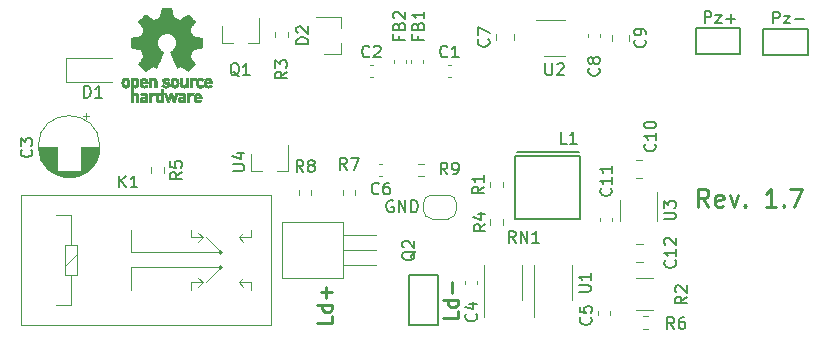
<source format=gbr>
G04 #@! TF.GenerationSoftware,KiCad,Pcbnew,(6.0.1)*
G04 #@! TF.CreationDate,2022-01-25T14:47:38+01:00*
G04 #@! TF.ProjectId,DgDrive_DVI,44674472-6976-4655-9f44-56492e6b6963,1.7*
G04 #@! TF.SameCoordinates,Original*
G04 #@! TF.FileFunction,Legend,Top*
G04 #@! TF.FilePolarity,Positive*
%FSLAX46Y46*%
G04 Gerber Fmt 4.6, Leading zero omitted, Abs format (unit mm)*
G04 Created by KiCad (PCBNEW (6.0.1)) date 2022-01-25 14:47:38*
%MOMM*%
%LPD*%
G01*
G04 APERTURE LIST*
%ADD10C,0.250000*%
%ADD11C,0.150000*%
%ADD12C,0.120000*%
%ADD13C,0.010000*%
%ADD14C,0.200000*%
G04 APERTURE END LIST*
D10*
X149135714Y-107078571D02*
X148635714Y-106364285D01*
X148278571Y-107078571D02*
X148278571Y-105578571D01*
X148850000Y-105578571D01*
X148992857Y-105650000D01*
X149064285Y-105721428D01*
X149135714Y-105864285D01*
X149135714Y-106078571D01*
X149064285Y-106221428D01*
X148992857Y-106292857D01*
X148850000Y-106364285D01*
X148278571Y-106364285D01*
X150350000Y-107007142D02*
X150207142Y-107078571D01*
X149921428Y-107078571D01*
X149778571Y-107007142D01*
X149707142Y-106864285D01*
X149707142Y-106292857D01*
X149778571Y-106150000D01*
X149921428Y-106078571D01*
X150207142Y-106078571D01*
X150350000Y-106150000D01*
X150421428Y-106292857D01*
X150421428Y-106435714D01*
X149707142Y-106578571D01*
X150921428Y-106078571D02*
X151278571Y-107078571D01*
X151635714Y-106078571D01*
X152207142Y-106935714D02*
X152278571Y-107007142D01*
X152207142Y-107078571D01*
X152135714Y-107007142D01*
X152207142Y-106935714D01*
X152207142Y-107078571D01*
X154850000Y-107078571D02*
X153992857Y-107078571D01*
X154421428Y-107078571D02*
X154421428Y-105578571D01*
X154278571Y-105792857D01*
X154135714Y-105935714D01*
X153992857Y-106007142D01*
X155492857Y-106935714D02*
X155564285Y-107007142D01*
X155492857Y-107078571D01*
X155421428Y-107007142D01*
X155492857Y-106935714D01*
X155492857Y-107078571D01*
X156064285Y-105578571D02*
X157064285Y-105578571D01*
X156421428Y-107078571D01*
D11*
X137133333Y-101752380D02*
X136657142Y-101752380D01*
X136657142Y-100752380D01*
X137990476Y-101752380D02*
X137419047Y-101752380D01*
X137704761Y-101752380D02*
X137704761Y-100752380D01*
X137609523Y-100895238D01*
X137514285Y-100990476D01*
X137419047Y-101038095D01*
X108852380Y-104061904D02*
X109661904Y-104061904D01*
X109757142Y-104014285D01*
X109804761Y-103966666D01*
X109852380Y-103871428D01*
X109852380Y-103680952D01*
X109804761Y-103585714D01*
X109757142Y-103538095D01*
X109661904Y-103490476D01*
X108852380Y-103490476D01*
X109185714Y-102585714D02*
X109852380Y-102585714D01*
X108804761Y-102823809D02*
X109519047Y-103061904D01*
X109519047Y-102442857D01*
X124327619Y-110865238D02*
X124280000Y-110960476D01*
X124184761Y-111055714D01*
X124041904Y-111198571D01*
X123994285Y-111293809D01*
X123994285Y-111389047D01*
X124232380Y-111341428D02*
X124184761Y-111436666D01*
X124089523Y-111531904D01*
X123899047Y-111579523D01*
X123565714Y-111579523D01*
X123375238Y-111531904D01*
X123280000Y-111436666D01*
X123232380Y-111341428D01*
X123232380Y-111150952D01*
X123280000Y-111055714D01*
X123375238Y-110960476D01*
X123565714Y-110912857D01*
X123899047Y-110912857D01*
X124089523Y-110960476D01*
X124184761Y-111055714D01*
X124232380Y-111150952D01*
X124232380Y-111341428D01*
X123327619Y-110531904D02*
X123280000Y-110484285D01*
X123232380Y-110389047D01*
X123232380Y-110150952D01*
X123280000Y-110055714D01*
X123327619Y-110008095D01*
X123422857Y-109960476D01*
X123518095Y-109960476D01*
X123660952Y-110008095D01*
X124232380Y-110579523D01*
X124232380Y-109960476D01*
X115252380Y-93338095D02*
X114252380Y-93338095D01*
X114252380Y-93100000D01*
X114300000Y-92957142D01*
X114395238Y-92861904D01*
X114490476Y-92814285D01*
X114680952Y-92766666D01*
X114823809Y-92766666D01*
X115014285Y-92814285D01*
X115109523Y-92861904D01*
X115204761Y-92957142D01*
X115252380Y-93100000D01*
X115252380Y-93338095D01*
X114347619Y-92385714D02*
X114300000Y-92338095D01*
X114252380Y-92242857D01*
X114252380Y-92004761D01*
X114300000Y-91909523D01*
X114347619Y-91861904D01*
X114442857Y-91814285D01*
X114538095Y-91814285D01*
X114680952Y-91861904D01*
X115252380Y-92433333D01*
X115252380Y-91814285D01*
X109404761Y-96047619D02*
X109309523Y-96000000D01*
X109214285Y-95904761D01*
X109071428Y-95761904D01*
X108976190Y-95714285D01*
X108880952Y-95714285D01*
X108928571Y-95952380D02*
X108833333Y-95904761D01*
X108738095Y-95809523D01*
X108690476Y-95619047D01*
X108690476Y-95285714D01*
X108738095Y-95095238D01*
X108833333Y-95000000D01*
X108928571Y-94952380D01*
X109119047Y-94952380D01*
X109214285Y-95000000D01*
X109309523Y-95095238D01*
X109357142Y-95285714D01*
X109357142Y-95619047D01*
X109309523Y-95809523D01*
X109214285Y-95904761D01*
X109119047Y-95952380D01*
X108928571Y-95952380D01*
X110309523Y-95952380D02*
X109738095Y-95952380D01*
X110023809Y-95952380D02*
X110023809Y-94952380D01*
X109928571Y-95095238D01*
X109833333Y-95190476D01*
X109738095Y-95238095D01*
X96261904Y-97852380D02*
X96261904Y-96852380D01*
X96500000Y-96852380D01*
X96642857Y-96900000D01*
X96738095Y-96995238D01*
X96785714Y-97090476D01*
X96833333Y-97280952D01*
X96833333Y-97423809D01*
X96785714Y-97614285D01*
X96738095Y-97709523D01*
X96642857Y-97804761D01*
X96500000Y-97852380D01*
X96261904Y-97852380D01*
X97785714Y-97852380D02*
X97214285Y-97852380D01*
X97500000Y-97852380D02*
X97500000Y-96852380D01*
X97404761Y-96995238D01*
X97309523Y-97090476D01*
X97214285Y-97138095D01*
X147302380Y-114716666D02*
X146826190Y-115050000D01*
X147302380Y-115288095D02*
X146302380Y-115288095D01*
X146302380Y-114907142D01*
X146350000Y-114811904D01*
X146397619Y-114764285D01*
X146492857Y-114716666D01*
X146635714Y-114716666D01*
X146730952Y-114764285D01*
X146778571Y-114811904D01*
X146826190Y-114907142D01*
X146826190Y-115288095D01*
X146397619Y-114335714D02*
X146350000Y-114288095D01*
X146302380Y-114192857D01*
X146302380Y-113954761D01*
X146350000Y-113859523D01*
X146397619Y-113811904D01*
X146492857Y-113764285D01*
X146588095Y-113764285D01*
X146730952Y-113811904D01*
X147302380Y-114383333D01*
X147302380Y-113764285D01*
X114833333Y-104152380D02*
X114500000Y-103676190D01*
X114261904Y-104152380D02*
X114261904Y-103152380D01*
X114642857Y-103152380D01*
X114738095Y-103200000D01*
X114785714Y-103247619D01*
X114833333Y-103342857D01*
X114833333Y-103485714D01*
X114785714Y-103580952D01*
X114738095Y-103628571D01*
X114642857Y-103676190D01*
X114261904Y-103676190D01*
X115404761Y-103580952D02*
X115309523Y-103533333D01*
X115261904Y-103485714D01*
X115214285Y-103390476D01*
X115214285Y-103342857D01*
X115261904Y-103247619D01*
X115309523Y-103200000D01*
X115404761Y-103152380D01*
X115595238Y-103152380D01*
X115690476Y-103200000D01*
X115738095Y-103247619D01*
X115785714Y-103342857D01*
X115785714Y-103390476D01*
X115738095Y-103485714D01*
X115690476Y-103533333D01*
X115595238Y-103580952D01*
X115404761Y-103580952D01*
X115309523Y-103628571D01*
X115261904Y-103676190D01*
X115214285Y-103771428D01*
X115214285Y-103961904D01*
X115261904Y-104057142D01*
X115309523Y-104104761D01*
X115404761Y-104152380D01*
X115595238Y-104152380D01*
X115690476Y-104104761D01*
X115738095Y-104057142D01*
X115785714Y-103961904D01*
X115785714Y-103771428D01*
X115738095Y-103676190D01*
X115690476Y-103628571D01*
X115595238Y-103580952D01*
X118533333Y-103952380D02*
X118200000Y-103476190D01*
X117961904Y-103952380D02*
X117961904Y-102952380D01*
X118342857Y-102952380D01*
X118438095Y-103000000D01*
X118485714Y-103047619D01*
X118533333Y-103142857D01*
X118533333Y-103285714D01*
X118485714Y-103380952D01*
X118438095Y-103428571D01*
X118342857Y-103476190D01*
X117961904Y-103476190D01*
X118866666Y-102952380D02*
X119533333Y-102952380D01*
X119104761Y-103952380D01*
X113452380Y-95666666D02*
X112976190Y-96000000D01*
X113452380Y-96238095D02*
X112452380Y-96238095D01*
X112452380Y-95857142D01*
X112500000Y-95761904D01*
X112547619Y-95714285D01*
X112642857Y-95666666D01*
X112785714Y-95666666D01*
X112880952Y-95714285D01*
X112928571Y-95761904D01*
X112976190Y-95857142D01*
X112976190Y-96238095D01*
X112452380Y-95333333D02*
X112452380Y-94714285D01*
X112833333Y-95047619D01*
X112833333Y-94904761D01*
X112880952Y-94809523D01*
X112928571Y-94761904D01*
X113023809Y-94714285D01*
X113261904Y-94714285D01*
X113357142Y-94761904D01*
X113404761Y-94809523D01*
X113452380Y-94904761D01*
X113452380Y-95190476D01*
X113404761Y-95285714D01*
X113357142Y-95333333D01*
X99261904Y-105452380D02*
X99261904Y-104452380D01*
X99833333Y-105452380D02*
X99404761Y-104880952D01*
X99833333Y-104452380D02*
X99261904Y-105023809D01*
X100785714Y-105452380D02*
X100214285Y-105452380D01*
X100500000Y-105452380D02*
X100500000Y-104452380D01*
X100404761Y-104595238D01*
X100309523Y-104690476D01*
X100214285Y-104738095D01*
D10*
X117265476Y-116352380D02*
X117265476Y-116947619D01*
X116015476Y-116947619D01*
X117265476Y-115400000D02*
X116015476Y-115400000D01*
X117205952Y-115400000D02*
X117265476Y-115519047D01*
X117265476Y-115757142D01*
X117205952Y-115876190D01*
X117146428Y-115935714D01*
X117027380Y-115995238D01*
X116670238Y-115995238D01*
X116551190Y-115935714D01*
X116491666Y-115876190D01*
X116432142Y-115757142D01*
X116432142Y-115519047D01*
X116491666Y-115400000D01*
X116789285Y-114804761D02*
X116789285Y-113852380D01*
X117265476Y-114328571D02*
X116313095Y-114328571D01*
X127915476Y-115952380D02*
X127915476Y-116547619D01*
X126665476Y-116547619D01*
X127915476Y-115000000D02*
X126665476Y-115000000D01*
X127855952Y-115000000D02*
X127915476Y-115119047D01*
X127915476Y-115357142D01*
X127855952Y-115476190D01*
X127796428Y-115535714D01*
X127677380Y-115595238D01*
X127320238Y-115595238D01*
X127201190Y-115535714D01*
X127141666Y-115476190D01*
X127082142Y-115357142D01*
X127082142Y-115119047D01*
X127141666Y-115000000D01*
X127439285Y-114404761D02*
X127439285Y-113452380D01*
D11*
X91807142Y-102266666D02*
X91854761Y-102314285D01*
X91902380Y-102457142D01*
X91902380Y-102552380D01*
X91854761Y-102695238D01*
X91759523Y-102790476D01*
X91664285Y-102838095D01*
X91473809Y-102885714D01*
X91330952Y-102885714D01*
X91140476Y-102838095D01*
X91045238Y-102790476D01*
X90950000Y-102695238D01*
X90902380Y-102552380D01*
X90902380Y-102457142D01*
X90950000Y-102314285D01*
X90997619Y-102266666D01*
X90902380Y-101933333D02*
X90902380Y-101314285D01*
X91283333Y-101647619D01*
X91283333Y-101504761D01*
X91330952Y-101409523D01*
X91378571Y-101361904D01*
X91473809Y-101314285D01*
X91711904Y-101314285D01*
X91807142Y-101361904D01*
X91854761Y-101409523D01*
X91902380Y-101504761D01*
X91902380Y-101790476D01*
X91854761Y-101885714D01*
X91807142Y-101933333D01*
X104552380Y-104166666D02*
X104076190Y-104500000D01*
X104552380Y-104738095D02*
X103552380Y-104738095D01*
X103552380Y-104357142D01*
X103600000Y-104261904D01*
X103647619Y-104214285D01*
X103742857Y-104166666D01*
X103885714Y-104166666D01*
X103980952Y-104214285D01*
X104028571Y-104261904D01*
X104076190Y-104357142D01*
X104076190Y-104738095D01*
X103552380Y-103261904D02*
X103552380Y-103738095D01*
X104028571Y-103785714D01*
X103980952Y-103738095D01*
X103933333Y-103642857D01*
X103933333Y-103404761D01*
X103980952Y-103309523D01*
X104028571Y-103261904D01*
X104123809Y-103214285D01*
X104361904Y-103214285D01*
X104457142Y-103261904D01*
X104504761Y-103309523D01*
X104552380Y-103404761D01*
X104552380Y-103642857D01*
X104504761Y-103738095D01*
X104457142Y-103785714D01*
X127033333Y-94357142D02*
X126985714Y-94404761D01*
X126842857Y-94452380D01*
X126747619Y-94452380D01*
X126604761Y-94404761D01*
X126509523Y-94309523D01*
X126461904Y-94214285D01*
X126414285Y-94023809D01*
X126414285Y-93880952D01*
X126461904Y-93690476D01*
X126509523Y-93595238D01*
X126604761Y-93500000D01*
X126747619Y-93452380D01*
X126842857Y-93452380D01*
X126985714Y-93500000D01*
X127033333Y-93547619D01*
X127985714Y-94452380D02*
X127414285Y-94452380D01*
X127700000Y-94452380D02*
X127700000Y-93452380D01*
X127604761Y-93595238D01*
X127509523Y-93690476D01*
X127414285Y-93738095D01*
X120433333Y-94357142D02*
X120385714Y-94404761D01*
X120242857Y-94452380D01*
X120147619Y-94452380D01*
X120004761Y-94404761D01*
X119909523Y-94309523D01*
X119861904Y-94214285D01*
X119814285Y-94023809D01*
X119814285Y-93880952D01*
X119861904Y-93690476D01*
X119909523Y-93595238D01*
X120004761Y-93500000D01*
X120147619Y-93452380D01*
X120242857Y-93452380D01*
X120385714Y-93500000D01*
X120433333Y-93547619D01*
X120814285Y-93547619D02*
X120861904Y-93500000D01*
X120957142Y-93452380D01*
X121195238Y-93452380D01*
X121290476Y-93500000D01*
X121338095Y-93547619D01*
X121385714Y-93642857D01*
X121385714Y-93738095D01*
X121338095Y-93880952D01*
X120766666Y-94452380D01*
X121385714Y-94452380D01*
X129457142Y-116166666D02*
X129504761Y-116214285D01*
X129552380Y-116357142D01*
X129552380Y-116452380D01*
X129504761Y-116595238D01*
X129409523Y-116690476D01*
X129314285Y-116738095D01*
X129123809Y-116785714D01*
X128980952Y-116785714D01*
X128790476Y-116738095D01*
X128695238Y-116690476D01*
X128600000Y-116595238D01*
X128552380Y-116452380D01*
X128552380Y-116357142D01*
X128600000Y-116214285D01*
X128647619Y-116166666D01*
X128885714Y-115309523D02*
X129552380Y-115309523D01*
X128504761Y-115547619D02*
X129219047Y-115785714D01*
X129219047Y-115166666D01*
X130507142Y-92916666D02*
X130554761Y-92964285D01*
X130602380Y-93107142D01*
X130602380Y-93202380D01*
X130554761Y-93345238D01*
X130459523Y-93440476D01*
X130364285Y-93488095D01*
X130173809Y-93535714D01*
X130030952Y-93535714D01*
X129840476Y-93488095D01*
X129745238Y-93440476D01*
X129650000Y-93345238D01*
X129602380Y-93202380D01*
X129602380Y-93107142D01*
X129650000Y-92964285D01*
X129697619Y-92916666D01*
X129602380Y-92583333D02*
X129602380Y-91916666D01*
X130602380Y-92345238D01*
X139857142Y-95366666D02*
X139904761Y-95414285D01*
X139952380Y-95557142D01*
X139952380Y-95652380D01*
X139904761Y-95795238D01*
X139809523Y-95890476D01*
X139714285Y-95938095D01*
X139523809Y-95985714D01*
X139380952Y-95985714D01*
X139190476Y-95938095D01*
X139095238Y-95890476D01*
X139000000Y-95795238D01*
X138952380Y-95652380D01*
X138952380Y-95557142D01*
X139000000Y-95414285D01*
X139047619Y-95366666D01*
X139380952Y-94795238D02*
X139333333Y-94890476D01*
X139285714Y-94938095D01*
X139190476Y-94985714D01*
X139142857Y-94985714D01*
X139047619Y-94938095D01*
X139000000Y-94890476D01*
X138952380Y-94795238D01*
X138952380Y-94604761D01*
X139000000Y-94509523D01*
X139047619Y-94461904D01*
X139142857Y-94414285D01*
X139190476Y-94414285D01*
X139285714Y-94461904D01*
X139333333Y-94509523D01*
X139380952Y-94604761D01*
X139380952Y-94795238D01*
X139428571Y-94890476D01*
X139476190Y-94938095D01*
X139571428Y-94985714D01*
X139761904Y-94985714D01*
X139857142Y-94938095D01*
X139904761Y-94890476D01*
X139952380Y-94795238D01*
X139952380Y-94604761D01*
X139904761Y-94509523D01*
X139857142Y-94461904D01*
X139761904Y-94414285D01*
X139571428Y-94414285D01*
X139476190Y-94461904D01*
X139428571Y-94509523D01*
X139380952Y-94604761D01*
X143737142Y-92966666D02*
X143784761Y-93014285D01*
X143832380Y-93157142D01*
X143832380Y-93252380D01*
X143784761Y-93395238D01*
X143689523Y-93490476D01*
X143594285Y-93538095D01*
X143403809Y-93585714D01*
X143260952Y-93585714D01*
X143070476Y-93538095D01*
X142975238Y-93490476D01*
X142880000Y-93395238D01*
X142832380Y-93252380D01*
X142832380Y-93157142D01*
X142880000Y-93014285D01*
X142927619Y-92966666D01*
X143832380Y-92490476D02*
X143832380Y-92300000D01*
X143784761Y-92204761D01*
X143737142Y-92157142D01*
X143594285Y-92061904D01*
X143403809Y-92014285D01*
X143022857Y-92014285D01*
X142927619Y-92061904D01*
X142880000Y-92109523D01*
X142832380Y-92204761D01*
X142832380Y-92395238D01*
X142880000Y-92490476D01*
X142927619Y-92538095D01*
X143022857Y-92585714D01*
X143260952Y-92585714D01*
X143356190Y-92538095D01*
X143403809Y-92490476D01*
X143451428Y-92395238D01*
X143451428Y-92204761D01*
X143403809Y-92109523D01*
X143356190Y-92061904D01*
X143260952Y-92014285D01*
X144607142Y-101792857D02*
X144654761Y-101840476D01*
X144702380Y-101983333D01*
X144702380Y-102078571D01*
X144654761Y-102221428D01*
X144559523Y-102316666D01*
X144464285Y-102364285D01*
X144273809Y-102411904D01*
X144130952Y-102411904D01*
X143940476Y-102364285D01*
X143845238Y-102316666D01*
X143750000Y-102221428D01*
X143702380Y-102078571D01*
X143702380Y-101983333D01*
X143750000Y-101840476D01*
X143797619Y-101792857D01*
X144702380Y-100840476D02*
X144702380Y-101411904D01*
X144702380Y-101126190D02*
X143702380Y-101126190D01*
X143845238Y-101221428D01*
X143940476Y-101316666D01*
X143988095Y-101411904D01*
X143702380Y-100221428D02*
X143702380Y-100126190D01*
X143750000Y-100030952D01*
X143797619Y-99983333D01*
X143892857Y-99935714D01*
X144083333Y-99888095D01*
X144321428Y-99888095D01*
X144511904Y-99935714D01*
X144607142Y-99983333D01*
X144654761Y-100030952D01*
X144702380Y-100126190D01*
X144702380Y-100221428D01*
X144654761Y-100316666D01*
X144607142Y-100364285D01*
X144511904Y-100411904D01*
X144321428Y-100459523D01*
X144083333Y-100459523D01*
X143892857Y-100411904D01*
X143797619Y-100364285D01*
X143750000Y-100316666D01*
X143702380Y-100221428D01*
X140857142Y-105542857D02*
X140904761Y-105590476D01*
X140952380Y-105733333D01*
X140952380Y-105828571D01*
X140904761Y-105971428D01*
X140809523Y-106066666D01*
X140714285Y-106114285D01*
X140523809Y-106161904D01*
X140380952Y-106161904D01*
X140190476Y-106114285D01*
X140095238Y-106066666D01*
X140000000Y-105971428D01*
X139952380Y-105828571D01*
X139952380Y-105733333D01*
X140000000Y-105590476D01*
X140047619Y-105542857D01*
X140952380Y-104590476D02*
X140952380Y-105161904D01*
X140952380Y-104876190D02*
X139952380Y-104876190D01*
X140095238Y-104971428D01*
X140190476Y-105066666D01*
X140238095Y-105161904D01*
X140952380Y-103638095D02*
X140952380Y-104209523D01*
X140952380Y-103923809D02*
X139952380Y-103923809D01*
X140095238Y-104019047D01*
X140190476Y-104114285D01*
X140238095Y-104209523D01*
X146307142Y-111642857D02*
X146354761Y-111690476D01*
X146402380Y-111833333D01*
X146402380Y-111928571D01*
X146354761Y-112071428D01*
X146259523Y-112166666D01*
X146164285Y-112214285D01*
X145973809Y-112261904D01*
X145830952Y-112261904D01*
X145640476Y-112214285D01*
X145545238Y-112166666D01*
X145450000Y-112071428D01*
X145402380Y-111928571D01*
X145402380Y-111833333D01*
X145450000Y-111690476D01*
X145497619Y-111642857D01*
X146402380Y-110690476D02*
X146402380Y-111261904D01*
X146402380Y-110976190D02*
X145402380Y-110976190D01*
X145545238Y-111071428D01*
X145640476Y-111166666D01*
X145688095Y-111261904D01*
X145497619Y-110309523D02*
X145450000Y-110261904D01*
X145402380Y-110166666D01*
X145402380Y-109928571D01*
X145450000Y-109833333D01*
X145497619Y-109785714D01*
X145592857Y-109738095D01*
X145688095Y-109738095D01*
X145830952Y-109785714D01*
X146402380Y-110357142D01*
X146402380Y-109738095D01*
X124528571Y-92633333D02*
X124528571Y-92966666D01*
X125052380Y-92966666D02*
X124052380Y-92966666D01*
X124052380Y-92490476D01*
X124528571Y-91776190D02*
X124576190Y-91633333D01*
X124623809Y-91585714D01*
X124719047Y-91538095D01*
X124861904Y-91538095D01*
X124957142Y-91585714D01*
X125004761Y-91633333D01*
X125052380Y-91728571D01*
X125052380Y-92109523D01*
X124052380Y-92109523D01*
X124052380Y-91776190D01*
X124100000Y-91680952D01*
X124147619Y-91633333D01*
X124242857Y-91585714D01*
X124338095Y-91585714D01*
X124433333Y-91633333D01*
X124480952Y-91680952D01*
X124528571Y-91776190D01*
X124528571Y-92109523D01*
X125052380Y-90585714D02*
X125052380Y-91157142D01*
X125052380Y-90871428D02*
X124052380Y-90871428D01*
X124195238Y-90966666D01*
X124290476Y-91061904D01*
X124338095Y-91157142D01*
X122928571Y-92633333D02*
X122928571Y-92966666D01*
X123452380Y-92966666D02*
X122452380Y-92966666D01*
X122452380Y-92490476D01*
X122928571Y-91776190D02*
X122976190Y-91633333D01*
X123023809Y-91585714D01*
X123119047Y-91538095D01*
X123261904Y-91538095D01*
X123357142Y-91585714D01*
X123404761Y-91633333D01*
X123452380Y-91728571D01*
X123452380Y-92109523D01*
X122452380Y-92109523D01*
X122452380Y-91776190D01*
X122500000Y-91680952D01*
X122547619Y-91633333D01*
X122642857Y-91585714D01*
X122738095Y-91585714D01*
X122833333Y-91633333D01*
X122880952Y-91680952D01*
X122928571Y-91776190D01*
X122928571Y-92109523D01*
X122547619Y-91157142D02*
X122500000Y-91109523D01*
X122452380Y-91014285D01*
X122452380Y-90776190D01*
X122500000Y-90680952D01*
X122547619Y-90633333D01*
X122642857Y-90585714D01*
X122738095Y-90585714D01*
X122880952Y-90633333D01*
X123452380Y-91204761D01*
X123452380Y-90585714D01*
X130127380Y-105391666D02*
X129651190Y-105725000D01*
X130127380Y-105963095D02*
X129127380Y-105963095D01*
X129127380Y-105582142D01*
X129175000Y-105486904D01*
X129222619Y-105439285D01*
X129317857Y-105391666D01*
X129460714Y-105391666D01*
X129555952Y-105439285D01*
X129603571Y-105486904D01*
X129651190Y-105582142D01*
X129651190Y-105963095D01*
X130127380Y-104439285D02*
X130127380Y-105010714D01*
X130127380Y-104725000D02*
X129127380Y-104725000D01*
X129270238Y-104820238D01*
X129365476Y-104915476D01*
X129413095Y-105010714D01*
X130252380Y-108566666D02*
X129776190Y-108900000D01*
X130252380Y-109138095D02*
X129252380Y-109138095D01*
X129252380Y-108757142D01*
X129300000Y-108661904D01*
X129347619Y-108614285D01*
X129442857Y-108566666D01*
X129585714Y-108566666D01*
X129680952Y-108614285D01*
X129728571Y-108661904D01*
X129776190Y-108757142D01*
X129776190Y-109138095D01*
X129585714Y-107709523D02*
X130252380Y-107709523D01*
X129204761Y-107947619D02*
X129919047Y-108185714D01*
X129919047Y-107566666D01*
X132809523Y-110152380D02*
X132476190Y-109676190D01*
X132238095Y-110152380D02*
X132238095Y-109152380D01*
X132619047Y-109152380D01*
X132714285Y-109200000D01*
X132761904Y-109247619D01*
X132809523Y-109342857D01*
X132809523Y-109485714D01*
X132761904Y-109580952D01*
X132714285Y-109628571D01*
X132619047Y-109676190D01*
X132238095Y-109676190D01*
X133238095Y-110152380D02*
X133238095Y-109152380D01*
X133809523Y-110152380D01*
X133809523Y-109152380D01*
X134809523Y-110152380D02*
X134238095Y-110152380D01*
X134523809Y-110152380D02*
X134523809Y-109152380D01*
X134428571Y-109295238D01*
X134333333Y-109390476D01*
X134238095Y-109438095D01*
X135338095Y-94952380D02*
X135338095Y-95761904D01*
X135385714Y-95857142D01*
X135433333Y-95904761D01*
X135528571Y-95952380D01*
X135719047Y-95952380D01*
X135814285Y-95904761D01*
X135861904Y-95857142D01*
X135909523Y-95761904D01*
X135909523Y-94952380D01*
X136338095Y-95047619D02*
X136385714Y-95000000D01*
X136480952Y-94952380D01*
X136719047Y-94952380D01*
X136814285Y-95000000D01*
X136861904Y-95047619D01*
X136909523Y-95142857D01*
X136909523Y-95238095D01*
X136861904Y-95380952D01*
X136290476Y-95952380D01*
X136909523Y-95952380D01*
X145352380Y-108161904D02*
X146161904Y-108161904D01*
X146257142Y-108114285D01*
X146304761Y-108066666D01*
X146352380Y-107971428D01*
X146352380Y-107780952D01*
X146304761Y-107685714D01*
X146257142Y-107638095D01*
X146161904Y-107590476D01*
X145352380Y-107590476D01*
X145352380Y-107209523D02*
X145352380Y-106590476D01*
X145733333Y-106923809D01*
X145733333Y-106780952D01*
X145780952Y-106685714D01*
X145828571Y-106638095D01*
X145923809Y-106590476D01*
X146161904Y-106590476D01*
X146257142Y-106638095D01*
X146304761Y-106685714D01*
X146352380Y-106780952D01*
X146352380Y-107066666D01*
X146304761Y-107161904D01*
X146257142Y-107209523D01*
X138152380Y-114311904D02*
X138961904Y-114311904D01*
X139057142Y-114264285D01*
X139104761Y-114216666D01*
X139152380Y-114121428D01*
X139152380Y-113930952D01*
X139104761Y-113835714D01*
X139057142Y-113788095D01*
X138961904Y-113740476D01*
X138152380Y-113740476D01*
X139152380Y-112740476D02*
X139152380Y-113311904D01*
X139152380Y-113026190D02*
X138152380Y-113026190D01*
X138295238Y-113121428D01*
X138390476Y-113216666D01*
X138438095Y-113311904D01*
X122438095Y-106600000D02*
X122342857Y-106552380D01*
X122200000Y-106552380D01*
X122057142Y-106600000D01*
X121961904Y-106695238D01*
X121914285Y-106790476D01*
X121866666Y-106980952D01*
X121866666Y-107123809D01*
X121914285Y-107314285D01*
X121961904Y-107409523D01*
X122057142Y-107504761D01*
X122200000Y-107552380D01*
X122295238Y-107552380D01*
X122438095Y-107504761D01*
X122485714Y-107457142D01*
X122485714Y-107123809D01*
X122295238Y-107123809D01*
X122914285Y-107552380D02*
X122914285Y-106552380D01*
X123485714Y-107552380D01*
X123485714Y-106552380D01*
X123961904Y-107552380D02*
X123961904Y-106552380D01*
X124200000Y-106552380D01*
X124342857Y-106600000D01*
X124438095Y-106695238D01*
X124485714Y-106790476D01*
X124533333Y-106980952D01*
X124533333Y-107123809D01*
X124485714Y-107314285D01*
X124438095Y-107409523D01*
X124342857Y-107504761D01*
X124200000Y-107552380D01*
X123961904Y-107552380D01*
X148815585Y-91549480D02*
X148815585Y-90549480D01*
X149196538Y-90549480D01*
X149291776Y-90597100D01*
X149339395Y-90644719D01*
X149387014Y-90739957D01*
X149387014Y-90882814D01*
X149339395Y-90978052D01*
X149291776Y-91025671D01*
X149196538Y-91073290D01*
X148815585Y-91073290D01*
X149720347Y-90882814D02*
X150244157Y-90882814D01*
X149720347Y-91549480D01*
X150244157Y-91549480D01*
X150625109Y-91168528D02*
X151387014Y-91168528D01*
X151006061Y-91549480D02*
X151006061Y-90787576D01*
X154619485Y-91574880D02*
X154619485Y-90574880D01*
X155000438Y-90574880D01*
X155095676Y-90622500D01*
X155143295Y-90670119D01*
X155190914Y-90765357D01*
X155190914Y-90908214D01*
X155143295Y-91003452D01*
X155095676Y-91051071D01*
X155000438Y-91098690D01*
X154619485Y-91098690D01*
X155524247Y-90908214D02*
X156048057Y-90908214D01*
X155524247Y-91574880D01*
X156048057Y-91574880D01*
X156429009Y-91193928D02*
X157190914Y-91193928D01*
X139157142Y-116466666D02*
X139204761Y-116514285D01*
X139252380Y-116657142D01*
X139252380Y-116752380D01*
X139204761Y-116895238D01*
X139109523Y-116990476D01*
X139014285Y-117038095D01*
X138823809Y-117085714D01*
X138680952Y-117085714D01*
X138490476Y-117038095D01*
X138395238Y-116990476D01*
X138300000Y-116895238D01*
X138252380Y-116752380D01*
X138252380Y-116657142D01*
X138300000Y-116514285D01*
X138347619Y-116466666D01*
X138252380Y-115561904D02*
X138252380Y-116038095D01*
X138728571Y-116085714D01*
X138680952Y-116038095D01*
X138633333Y-115942857D01*
X138633333Y-115704761D01*
X138680952Y-115609523D01*
X138728571Y-115561904D01*
X138823809Y-115514285D01*
X139061904Y-115514285D01*
X139157142Y-115561904D01*
X139204761Y-115609523D01*
X139252380Y-115704761D01*
X139252380Y-115942857D01*
X139204761Y-116038095D01*
X139157142Y-116085714D01*
X121233333Y-105957142D02*
X121185714Y-106004761D01*
X121042857Y-106052380D01*
X120947619Y-106052380D01*
X120804761Y-106004761D01*
X120709523Y-105909523D01*
X120661904Y-105814285D01*
X120614285Y-105623809D01*
X120614285Y-105480952D01*
X120661904Y-105290476D01*
X120709523Y-105195238D01*
X120804761Y-105100000D01*
X120947619Y-105052380D01*
X121042857Y-105052380D01*
X121185714Y-105100000D01*
X121233333Y-105147619D01*
X122090476Y-105052380D02*
X121900000Y-105052380D01*
X121804761Y-105100000D01*
X121757142Y-105147619D01*
X121661904Y-105290476D01*
X121614285Y-105480952D01*
X121614285Y-105861904D01*
X121661904Y-105957142D01*
X121709523Y-106004761D01*
X121804761Y-106052380D01*
X121995238Y-106052380D01*
X122090476Y-106004761D01*
X122138095Y-105957142D01*
X122185714Y-105861904D01*
X122185714Y-105623809D01*
X122138095Y-105528571D01*
X122090476Y-105480952D01*
X121995238Y-105433333D01*
X121804761Y-105433333D01*
X121709523Y-105480952D01*
X121661904Y-105528571D01*
X121614285Y-105623809D01*
X146233333Y-117452380D02*
X145900000Y-116976190D01*
X145661904Y-117452380D02*
X145661904Y-116452380D01*
X146042857Y-116452380D01*
X146138095Y-116500000D01*
X146185714Y-116547619D01*
X146233333Y-116642857D01*
X146233333Y-116785714D01*
X146185714Y-116880952D01*
X146138095Y-116928571D01*
X146042857Y-116976190D01*
X145661904Y-116976190D01*
X147090476Y-116452380D02*
X146900000Y-116452380D01*
X146804761Y-116500000D01*
X146757142Y-116547619D01*
X146661904Y-116690476D01*
X146614285Y-116880952D01*
X146614285Y-117261904D01*
X146661904Y-117357142D01*
X146709523Y-117404761D01*
X146804761Y-117452380D01*
X146995238Y-117452380D01*
X147090476Y-117404761D01*
X147138095Y-117357142D01*
X147185714Y-117261904D01*
X147185714Y-117023809D01*
X147138095Y-116928571D01*
X147090476Y-116880952D01*
X146995238Y-116833333D01*
X146804761Y-116833333D01*
X146709523Y-116880952D01*
X146661904Y-116928571D01*
X146614285Y-117023809D01*
X127033333Y-104352380D02*
X126700000Y-103876190D01*
X126461904Y-104352380D02*
X126461904Y-103352380D01*
X126842857Y-103352380D01*
X126938095Y-103400000D01*
X126985714Y-103447619D01*
X127033333Y-103542857D01*
X127033333Y-103685714D01*
X126985714Y-103780952D01*
X126938095Y-103828571D01*
X126842857Y-103876190D01*
X126461904Y-103876190D01*
X127509523Y-104352380D02*
X127700000Y-104352380D01*
X127795238Y-104304761D01*
X127842857Y-104257142D01*
X127938095Y-104114285D01*
X127985714Y-103923809D01*
X127985714Y-103542857D01*
X127938095Y-103447619D01*
X127890476Y-103400000D01*
X127795238Y-103352380D01*
X127604761Y-103352380D01*
X127509523Y-103400000D01*
X127461904Y-103447619D01*
X127414285Y-103542857D01*
X127414285Y-103780952D01*
X127461904Y-103876190D01*
X127509523Y-103923809D01*
X127604761Y-103971428D01*
X127795238Y-103971428D01*
X127890476Y-103923809D01*
X127938095Y-103876190D01*
X127985714Y-103780952D01*
X132800000Y-102800000D02*
X138300000Y-102800000D01*
X132800000Y-108100000D02*
X132800000Y-102800000D01*
X138300000Y-108100000D02*
X132800000Y-108100000D01*
X138300000Y-102800000D02*
X138300000Y-108100000D01*
X138200000Y-102500000D02*
X132900000Y-102500000D01*
D12*
X110420000Y-104060000D02*
X110420000Y-102600000D01*
X113580000Y-104060000D02*
X113580000Y-101900000D01*
X113580000Y-104060000D02*
X112650000Y-104060000D01*
X110420000Y-104060000D02*
X111350000Y-104060000D01*
X113000000Y-108370000D02*
X118190000Y-108370000D01*
X113000000Y-113170000D02*
X113000000Y-108370000D01*
X118190000Y-113170000D02*
X113000000Y-113170000D01*
X118190000Y-108370000D02*
X118190000Y-113170000D01*
X120980000Y-112040000D02*
X118190000Y-112040000D01*
X120980000Y-110770000D02*
X118190000Y-110770000D01*
X120980000Y-109500000D02*
X118190000Y-109500000D01*
X118060000Y-94180000D02*
X116600000Y-94180000D01*
X118060000Y-91020000D02*
X115900000Y-91020000D01*
X118060000Y-91020000D02*
X118060000Y-91950000D01*
X118060000Y-94180000D02*
X118060000Y-93250000D01*
X107920000Y-93260000D02*
X107920000Y-91800000D01*
X111080000Y-93260000D02*
X111080000Y-91100000D01*
X111080000Y-93260000D02*
X110150000Y-93260000D01*
X107920000Y-93260000D02*
X108850000Y-93260000D01*
X94750000Y-94500000D02*
X98650000Y-94500000D01*
X94750000Y-96500000D02*
X98650000Y-96500000D01*
X94750000Y-94500000D02*
X94750000Y-96500000D01*
X144473737Y-113145000D02*
X143026263Y-113145000D01*
X144473737Y-115855000D02*
X143026263Y-115855000D01*
X114477500Y-105662742D02*
X114477500Y-106137258D01*
X115522500Y-105662742D02*
X115522500Y-106137258D01*
X119222500Y-106137258D02*
X119222500Y-105662742D01*
X118177500Y-106137258D02*
X118177500Y-105662742D01*
X113522500Y-92737258D02*
X113522500Y-92262742D01*
X112477500Y-92737258D02*
X112477500Y-92262742D01*
D13*
X103750964Y-90648576D02*
X103826513Y-91049322D01*
X103826513Y-91049322D02*
X104384041Y-91279154D01*
X104384041Y-91279154D02*
X104718465Y-91051748D01*
X104718465Y-91051748D02*
X104812122Y-90988431D01*
X104812122Y-90988431D02*
X104896782Y-90931896D01*
X104896782Y-90931896D02*
X104968495Y-90884727D01*
X104968495Y-90884727D02*
X105023311Y-90849502D01*
X105023311Y-90849502D02*
X105057280Y-90828805D01*
X105057280Y-90828805D02*
X105066530Y-90824342D01*
X105066530Y-90824342D02*
X105083195Y-90835820D01*
X105083195Y-90835820D02*
X105118806Y-90867551D01*
X105118806Y-90867551D02*
X105169371Y-90915483D01*
X105169371Y-90915483D02*
X105230900Y-90975562D01*
X105230900Y-90975562D02*
X105299399Y-91043733D01*
X105299399Y-91043733D02*
X105370879Y-91115945D01*
X105370879Y-91115945D02*
X105441347Y-91188142D01*
X105441347Y-91188142D02*
X105506811Y-91256273D01*
X105506811Y-91256273D02*
X105563280Y-91316283D01*
X105563280Y-91316283D02*
X105606763Y-91364119D01*
X105606763Y-91364119D02*
X105633268Y-91395727D01*
X105633268Y-91395727D02*
X105639605Y-91406305D01*
X105639605Y-91406305D02*
X105630486Y-91425806D01*
X105630486Y-91425806D02*
X105604920Y-91468531D01*
X105604920Y-91468531D02*
X105565597Y-91530298D01*
X105565597Y-91530298D02*
X105515203Y-91606931D01*
X105515203Y-91606931D02*
X105456427Y-91694248D01*
X105456427Y-91694248D02*
X105422368Y-91744052D01*
X105422368Y-91744052D02*
X105360289Y-91834993D01*
X105360289Y-91834993D02*
X105305126Y-91917059D01*
X105305126Y-91917059D02*
X105259554Y-91986163D01*
X105259554Y-91986163D02*
X105226250Y-92038222D01*
X105226250Y-92038222D02*
X105207890Y-92069150D01*
X105207890Y-92069150D02*
X105205131Y-92075650D01*
X105205131Y-92075650D02*
X105211385Y-92094121D01*
X105211385Y-92094121D02*
X105228434Y-92137172D01*
X105228434Y-92137172D02*
X105253703Y-92198749D01*
X105253703Y-92198749D02*
X105284622Y-92272799D01*
X105284622Y-92272799D02*
X105318618Y-92353270D01*
X105318618Y-92353270D02*
X105353118Y-92434107D01*
X105353118Y-92434107D02*
X105385551Y-92509258D01*
X105385551Y-92509258D02*
X105413343Y-92572671D01*
X105413343Y-92572671D02*
X105433923Y-92618293D01*
X105433923Y-92618293D02*
X105444719Y-92640069D01*
X105444719Y-92640069D02*
X105445356Y-92640926D01*
X105445356Y-92640926D02*
X105462307Y-92645084D01*
X105462307Y-92645084D02*
X105507451Y-92654361D01*
X105507451Y-92654361D02*
X105576110Y-92667844D01*
X105576110Y-92667844D02*
X105663602Y-92684621D01*
X105663602Y-92684621D02*
X105765250Y-92703781D01*
X105765250Y-92703781D02*
X105824556Y-92714830D01*
X105824556Y-92714830D02*
X105933172Y-92735510D01*
X105933172Y-92735510D02*
X106031277Y-92755189D01*
X106031277Y-92755189D02*
X106113909Y-92772789D01*
X106113909Y-92772789D02*
X106176104Y-92787233D01*
X106176104Y-92787233D02*
X106212899Y-92797446D01*
X106212899Y-92797446D02*
X106220296Y-92800686D01*
X106220296Y-92800686D02*
X106227540Y-92822617D01*
X106227540Y-92822617D02*
X106233385Y-92872147D01*
X106233385Y-92872147D02*
X106237835Y-92943485D01*
X106237835Y-92943485D02*
X106240893Y-93030839D01*
X106240893Y-93030839D02*
X106242565Y-93128417D01*
X106242565Y-93128417D02*
X106242853Y-93230426D01*
X106242853Y-93230426D02*
X106241761Y-93331075D01*
X106241761Y-93331075D02*
X106239294Y-93424572D01*
X106239294Y-93424572D02*
X106235456Y-93505125D01*
X106235456Y-93505125D02*
X106230250Y-93566942D01*
X106230250Y-93566942D02*
X106223681Y-93604230D01*
X106223681Y-93604230D02*
X106219741Y-93611993D01*
X106219741Y-93611993D02*
X106196188Y-93621298D01*
X106196188Y-93621298D02*
X106146282Y-93634600D01*
X106146282Y-93634600D02*
X106076623Y-93650337D01*
X106076623Y-93650337D02*
X105993813Y-93666946D01*
X105993813Y-93666946D02*
X105964905Y-93672319D01*
X105964905Y-93672319D02*
X105825531Y-93697848D01*
X105825531Y-93697848D02*
X105715436Y-93718408D01*
X105715436Y-93718408D02*
X105630982Y-93734815D01*
X105630982Y-93734815D02*
X105568530Y-93747887D01*
X105568530Y-93747887D02*
X105524444Y-93758441D01*
X105524444Y-93758441D02*
X105495085Y-93767294D01*
X105495085Y-93767294D02*
X105476815Y-93775263D01*
X105476815Y-93775263D02*
X105465998Y-93783165D01*
X105465998Y-93783165D02*
X105464485Y-93784727D01*
X105464485Y-93784727D02*
X105449377Y-93809886D01*
X105449377Y-93809886D02*
X105426329Y-93858850D01*
X105426329Y-93858850D02*
X105397644Y-93925621D01*
X105397644Y-93925621D02*
X105365622Y-94004205D01*
X105365622Y-94004205D02*
X105332565Y-94088607D01*
X105332565Y-94088607D02*
X105300773Y-94172830D01*
X105300773Y-94172830D02*
X105272549Y-94250879D01*
X105272549Y-94250879D02*
X105250193Y-94316759D01*
X105250193Y-94316759D02*
X105236007Y-94364473D01*
X105236007Y-94364473D02*
X105232293Y-94388027D01*
X105232293Y-94388027D02*
X105232602Y-94388852D01*
X105232602Y-94388852D02*
X105245189Y-94408104D01*
X105245189Y-94408104D02*
X105273744Y-94450463D01*
X105273744Y-94450463D02*
X105315267Y-94511521D01*
X105315267Y-94511521D02*
X105366756Y-94586868D01*
X105366756Y-94586868D02*
X105425211Y-94672096D01*
X105425211Y-94672096D02*
X105441858Y-94696315D01*
X105441858Y-94696315D02*
X105501215Y-94784123D01*
X105501215Y-94784123D02*
X105553447Y-94864238D01*
X105553447Y-94864238D02*
X105595708Y-94932062D01*
X105595708Y-94932062D02*
X105625153Y-94982993D01*
X105625153Y-94982993D02*
X105638937Y-95012431D01*
X105638937Y-95012431D02*
X105639605Y-95016048D01*
X105639605Y-95016048D02*
X105628024Y-95035057D01*
X105628024Y-95035057D02*
X105596024Y-95072714D01*
X105596024Y-95072714D02*
X105547718Y-95124973D01*
X105547718Y-95124973D02*
X105487220Y-95187786D01*
X105487220Y-95187786D02*
X105418644Y-95257106D01*
X105418644Y-95257106D02*
X105346104Y-95328885D01*
X105346104Y-95328885D02*
X105273712Y-95399077D01*
X105273712Y-95399077D02*
X105205584Y-95463635D01*
X105205584Y-95463635D02*
X105145832Y-95518510D01*
X105145832Y-95518510D02*
X105098571Y-95559656D01*
X105098571Y-95559656D02*
X105067913Y-95583026D01*
X105067913Y-95583026D02*
X105059432Y-95586842D01*
X105059432Y-95586842D02*
X105039691Y-95577855D01*
X105039691Y-95577855D02*
X104999274Y-95553616D01*
X104999274Y-95553616D02*
X104944763Y-95518209D01*
X104944763Y-95518209D02*
X104902823Y-95489711D01*
X104902823Y-95489711D02*
X104826829Y-95437418D01*
X104826829Y-95437418D02*
X104736834Y-95375845D01*
X104736834Y-95375845D02*
X104646564Y-95314370D01*
X104646564Y-95314370D02*
X104598032Y-95281469D01*
X104598032Y-95281469D02*
X104433762Y-95170359D01*
X104433762Y-95170359D02*
X104295869Y-95244916D01*
X104295869Y-95244916D02*
X104233049Y-95277578D01*
X104233049Y-95277578D02*
X104179629Y-95302966D01*
X104179629Y-95302966D02*
X104143484Y-95317446D01*
X104143484Y-95317446D02*
X104134284Y-95319460D01*
X104134284Y-95319460D02*
X104123221Y-95304584D01*
X104123221Y-95304584D02*
X104101394Y-95262547D01*
X104101394Y-95262547D02*
X104070434Y-95197227D01*
X104070434Y-95197227D02*
X104031970Y-95112500D01*
X104031970Y-95112500D02*
X103987632Y-95012245D01*
X103987632Y-95012245D02*
X103939047Y-94900339D01*
X103939047Y-94900339D02*
X103887846Y-94780659D01*
X103887846Y-94780659D02*
X103835659Y-94657084D01*
X103835659Y-94657084D02*
X103784113Y-94533491D01*
X103784113Y-94533491D02*
X103734840Y-94413757D01*
X103734840Y-94413757D02*
X103689467Y-94301759D01*
X103689467Y-94301759D02*
X103649625Y-94201377D01*
X103649625Y-94201377D02*
X103616942Y-94116486D01*
X103616942Y-94116486D02*
X103593049Y-94050965D01*
X103593049Y-94050965D02*
X103579574Y-94008690D01*
X103579574Y-94008690D02*
X103577406Y-93994172D01*
X103577406Y-93994172D02*
X103594583Y-93975653D01*
X103594583Y-93975653D02*
X103632190Y-93945590D01*
X103632190Y-93945590D02*
X103682366Y-93910232D01*
X103682366Y-93910232D02*
X103686578Y-93907434D01*
X103686578Y-93907434D02*
X103816264Y-93803625D01*
X103816264Y-93803625D02*
X103920834Y-93682515D01*
X103920834Y-93682515D02*
X103999381Y-93547976D01*
X103999381Y-93547976D02*
X104050999Y-93403882D01*
X104050999Y-93403882D02*
X104074782Y-93254105D01*
X104074782Y-93254105D02*
X104069823Y-93102517D01*
X104069823Y-93102517D02*
X104035217Y-92952992D01*
X104035217Y-92952992D02*
X103970057Y-92809400D01*
X103970057Y-92809400D02*
X103950886Y-92777984D01*
X103950886Y-92777984D02*
X103851174Y-92651125D01*
X103851174Y-92651125D02*
X103733377Y-92549255D01*
X103733377Y-92549255D02*
X103601571Y-92472904D01*
X103601571Y-92472904D02*
X103459833Y-92422602D01*
X103459833Y-92422602D02*
X103312242Y-92398879D01*
X103312242Y-92398879D02*
X103162873Y-92402265D01*
X103162873Y-92402265D02*
X103015803Y-92433288D01*
X103015803Y-92433288D02*
X102875111Y-92492480D01*
X102875111Y-92492480D02*
X102744873Y-92580369D01*
X102744873Y-92580369D02*
X102704586Y-92616042D01*
X102704586Y-92616042D02*
X102602055Y-92727706D01*
X102602055Y-92727706D02*
X102527341Y-92845257D01*
X102527341Y-92845257D02*
X102476090Y-92977020D01*
X102476090Y-92977020D02*
X102447546Y-93107507D01*
X102447546Y-93107507D02*
X102440500Y-93254216D01*
X102440500Y-93254216D02*
X102463996Y-93401653D01*
X102463996Y-93401653D02*
X102515649Y-93544834D01*
X102515649Y-93544834D02*
X102593071Y-93678777D01*
X102593071Y-93678777D02*
X102693875Y-93798498D01*
X102693875Y-93798498D02*
X102815676Y-93899014D01*
X102815676Y-93899014D02*
X102831684Y-93909609D01*
X102831684Y-93909609D02*
X102882398Y-93944306D01*
X102882398Y-93944306D02*
X102920950Y-93974370D01*
X102920950Y-93974370D02*
X102939381Y-93993565D01*
X102939381Y-93993565D02*
X102939649Y-93994172D01*
X102939649Y-93994172D02*
X102935692Y-94014936D01*
X102935692Y-94014936D02*
X102920007Y-94062062D01*
X102920007Y-94062062D02*
X102894222Y-94131673D01*
X102894222Y-94131673D02*
X102859969Y-94219893D01*
X102859969Y-94219893D02*
X102818877Y-94322844D01*
X102818877Y-94322844D02*
X102772576Y-94436650D01*
X102772576Y-94436650D02*
X102722696Y-94557435D01*
X102722696Y-94557435D02*
X102670867Y-94681321D01*
X102670867Y-94681321D02*
X102618719Y-94804432D01*
X102618719Y-94804432D02*
X102567882Y-94922891D01*
X102567882Y-94922891D02*
X102519987Y-95032823D01*
X102519987Y-95032823D02*
X102476662Y-95130349D01*
X102476662Y-95130349D02*
X102439538Y-95211593D01*
X102439538Y-95211593D02*
X102410244Y-95272679D01*
X102410244Y-95272679D02*
X102390412Y-95309730D01*
X102390412Y-95309730D02*
X102382426Y-95319460D01*
X102382426Y-95319460D02*
X102358021Y-95311883D01*
X102358021Y-95311883D02*
X102312358Y-95291560D01*
X102312358Y-95291560D02*
X102253310Y-95262125D01*
X102253310Y-95262125D02*
X102220840Y-95244916D01*
X102220840Y-95244916D02*
X102082947Y-95170359D01*
X102082947Y-95170359D02*
X101918677Y-95281469D01*
X101918677Y-95281469D02*
X101834821Y-95338390D01*
X101834821Y-95338390D02*
X101743013Y-95401030D01*
X101743013Y-95401030D02*
X101656980Y-95460011D01*
X101656980Y-95460011D02*
X101613887Y-95489711D01*
X101613887Y-95489711D02*
X101553277Y-95530410D01*
X101553277Y-95530410D02*
X101501955Y-95562663D01*
X101501955Y-95562663D02*
X101466615Y-95582384D01*
X101466615Y-95582384D02*
X101455137Y-95586554D01*
X101455137Y-95586554D02*
X101438430Y-95575307D01*
X101438430Y-95575307D02*
X101401454Y-95543911D01*
X101401454Y-95543911D02*
X101347795Y-95495624D01*
X101347795Y-95495624D02*
X101281038Y-95433708D01*
X101281038Y-95433708D02*
X101204766Y-95361421D01*
X101204766Y-95361421D02*
X101156527Y-95315008D01*
X101156527Y-95315008D02*
X101072133Y-95232087D01*
X101072133Y-95232087D02*
X100999197Y-95157920D01*
X100999197Y-95157920D02*
X100940669Y-95095680D01*
X100940669Y-95095680D02*
X100899497Y-95048541D01*
X100899497Y-95048541D02*
X100878628Y-95019673D01*
X100878628Y-95019673D02*
X100876626Y-95013815D01*
X100876626Y-95013815D02*
X100885917Y-94991532D01*
X100885917Y-94991532D02*
X100911591Y-94946477D01*
X100911591Y-94946477D02*
X100950800Y-94883211D01*
X100950800Y-94883211D02*
X101000697Y-94806295D01*
X101000697Y-94806295D02*
X101058433Y-94720292D01*
X101058433Y-94720292D02*
X101074851Y-94696315D01*
X101074851Y-94696315D02*
X101134677Y-94609170D01*
X101134677Y-94609170D02*
X101188350Y-94530710D01*
X101188350Y-94530710D02*
X101232870Y-94465345D01*
X101232870Y-94465345D02*
X101265235Y-94417484D01*
X101265235Y-94417484D02*
X101282445Y-94391535D01*
X101282445Y-94391535D02*
X101284107Y-94388852D01*
X101284107Y-94388852D02*
X101281621Y-94368172D01*
X101281621Y-94368172D02*
X101268423Y-94322704D01*
X101268423Y-94322704D02*
X101246814Y-94258444D01*
X101246814Y-94258444D02*
X101219096Y-94181387D01*
X101219096Y-94181387D02*
X101187570Y-94097529D01*
X101187570Y-94097529D02*
X101154537Y-94012866D01*
X101154537Y-94012866D02*
X101122299Y-93933392D01*
X101122299Y-93933392D02*
X101093157Y-93865104D01*
X101093157Y-93865104D02*
X101069412Y-93813997D01*
X101069412Y-93813997D02*
X101053365Y-93786067D01*
X101053365Y-93786067D02*
X101052225Y-93784727D01*
X101052225Y-93784727D02*
X101042412Y-93776745D01*
X101042412Y-93776745D02*
X101025839Y-93768851D01*
X101025839Y-93768851D02*
X100998868Y-93760229D01*
X100998868Y-93760229D02*
X100957861Y-93750062D01*
X100957861Y-93750062D02*
X100899180Y-93737531D01*
X100899180Y-93737531D02*
X100819187Y-93721821D01*
X100819187Y-93721821D02*
X100714245Y-93702113D01*
X100714245Y-93702113D02*
X100580715Y-93677592D01*
X100580715Y-93677592D02*
X100551804Y-93672319D01*
X100551804Y-93672319D02*
X100466118Y-93655764D01*
X100466118Y-93655764D02*
X100391418Y-93639569D01*
X100391418Y-93639569D02*
X100334306Y-93625296D01*
X100334306Y-93625296D02*
X100301383Y-93614508D01*
X100301383Y-93614508D02*
X100296969Y-93611993D01*
X100296969Y-93611993D02*
X100289694Y-93589696D01*
X100289694Y-93589696D02*
X100283781Y-93539869D01*
X100283781Y-93539869D02*
X100279234Y-93468304D01*
X100279234Y-93468304D02*
X100276055Y-93380793D01*
X100276055Y-93380793D02*
X100274251Y-93283128D01*
X100274251Y-93283128D02*
X100273823Y-93181101D01*
X100273823Y-93181101D02*
X100274777Y-93080503D01*
X100274777Y-93080503D02*
X100277116Y-92987127D01*
X100277116Y-92987127D02*
X100280844Y-92906765D01*
X100280844Y-92906765D02*
X100285966Y-92845209D01*
X100285966Y-92845209D02*
X100292484Y-92808250D01*
X100292484Y-92808250D02*
X100296414Y-92800686D01*
X100296414Y-92800686D02*
X100318292Y-92793056D01*
X100318292Y-92793056D02*
X100368109Y-92780642D01*
X100368109Y-92780642D02*
X100440903Y-92764522D01*
X100440903Y-92764522D02*
X100531711Y-92745773D01*
X100531711Y-92745773D02*
X100635569Y-92725471D01*
X100635569Y-92725471D02*
X100692154Y-92714830D01*
X100692154Y-92714830D02*
X100799514Y-92694760D01*
X100799514Y-92694760D02*
X100895254Y-92676580D01*
X100895254Y-92676580D02*
X100974694Y-92661199D01*
X100974694Y-92661199D02*
X101033154Y-92649531D01*
X101033154Y-92649531D02*
X101065955Y-92642488D01*
X101065955Y-92642488D02*
X101071354Y-92640926D01*
X101071354Y-92640926D02*
X101080478Y-92623322D01*
X101080478Y-92623322D02*
X101099765Y-92580918D01*
X101099765Y-92580918D02*
X101126645Y-92519772D01*
X101126645Y-92519772D02*
X101158546Y-92445943D01*
X101158546Y-92445943D02*
X101192898Y-92365489D01*
X101192898Y-92365489D02*
X101227129Y-92284468D01*
X101227129Y-92284468D02*
X101258669Y-92208937D01*
X101258669Y-92208937D02*
X101284946Y-92144955D01*
X101284946Y-92144955D02*
X101303389Y-92098580D01*
X101303389Y-92098580D02*
X101311429Y-92075869D01*
X101311429Y-92075869D02*
X101311578Y-92074876D01*
X101311578Y-92074876D02*
X101302465Y-92056961D01*
X101302465Y-92056961D02*
X101276914Y-92015733D01*
X101276914Y-92015733D02*
X101237612Y-91955291D01*
X101237612Y-91955291D02*
X101187243Y-91879731D01*
X101187243Y-91879731D02*
X101128494Y-91793152D01*
X101128494Y-91793152D02*
X101094342Y-91743421D01*
X101094342Y-91743421D02*
X101032110Y-91652236D01*
X101032110Y-91652236D02*
X100976836Y-91569449D01*
X100976836Y-91569449D02*
X100931218Y-91499249D01*
X100931218Y-91499249D02*
X100897952Y-91445824D01*
X100897952Y-91445824D02*
X100879736Y-91413361D01*
X100879736Y-91413361D02*
X100877105Y-91406083D01*
X100877105Y-91406083D02*
X100888414Y-91389145D01*
X100888414Y-91389145D02*
X100919681Y-91352978D01*
X100919681Y-91352978D02*
X100966910Y-91301635D01*
X100966910Y-91301635D02*
X101026108Y-91239167D01*
X101026108Y-91239167D02*
X101093281Y-91169626D01*
X101093281Y-91169626D02*
X101164434Y-91097065D01*
X101164434Y-91097065D02*
X101235574Y-91025535D01*
X101235574Y-91025535D02*
X101302707Y-90959087D01*
X101302707Y-90959087D02*
X101361839Y-90901774D01*
X101361839Y-90901774D02*
X101408975Y-90857647D01*
X101408975Y-90857647D02*
X101440123Y-90830759D01*
X101440123Y-90830759D02*
X101450543Y-90824342D01*
X101450543Y-90824342D02*
X101467509Y-90833365D01*
X101467509Y-90833365D02*
X101508089Y-90858715D01*
X101508089Y-90858715D02*
X101568337Y-90897810D01*
X101568337Y-90897810D02*
X101644307Y-90948071D01*
X101644307Y-90948071D02*
X101732054Y-91006917D01*
X101732054Y-91006917D02*
X101798244Y-91051748D01*
X101798244Y-91051748D02*
X102132668Y-91279154D01*
X102132668Y-91279154D02*
X102411433Y-91164238D01*
X102411433Y-91164238D02*
X102690197Y-91049322D01*
X102690197Y-91049322D02*
X102765746Y-90648576D01*
X102765746Y-90648576D02*
X102841294Y-90247829D01*
X102841294Y-90247829D02*
X103675415Y-90247829D01*
X103675415Y-90247829D02*
X103750964Y-90648576D01*
X103750964Y-90648576D02*
X103750964Y-90648576D01*
G36*
X103750964Y-90648576D02*
G01*
X103826513Y-91049322D01*
X104384041Y-91279154D01*
X104718465Y-91051748D01*
X104812122Y-90988431D01*
X104896782Y-90931896D01*
X104968495Y-90884727D01*
X105023311Y-90849502D01*
X105057280Y-90828805D01*
X105066530Y-90824342D01*
X105083195Y-90835820D01*
X105118806Y-90867551D01*
X105169371Y-90915483D01*
X105230900Y-90975562D01*
X105299399Y-91043733D01*
X105370879Y-91115945D01*
X105441347Y-91188142D01*
X105506811Y-91256273D01*
X105563280Y-91316283D01*
X105606763Y-91364119D01*
X105633268Y-91395727D01*
X105639605Y-91406305D01*
X105630486Y-91425806D01*
X105604920Y-91468531D01*
X105565597Y-91530298D01*
X105515203Y-91606931D01*
X105456427Y-91694248D01*
X105422368Y-91744052D01*
X105360289Y-91834993D01*
X105305126Y-91917059D01*
X105259554Y-91986163D01*
X105226250Y-92038222D01*
X105207890Y-92069150D01*
X105205131Y-92075650D01*
X105211385Y-92094121D01*
X105228434Y-92137172D01*
X105253703Y-92198749D01*
X105284622Y-92272799D01*
X105318618Y-92353270D01*
X105353118Y-92434107D01*
X105385551Y-92509258D01*
X105413343Y-92572671D01*
X105433923Y-92618293D01*
X105444719Y-92640069D01*
X105445356Y-92640926D01*
X105462307Y-92645084D01*
X105507451Y-92654361D01*
X105576110Y-92667844D01*
X105663602Y-92684621D01*
X105765250Y-92703781D01*
X105824556Y-92714830D01*
X105933172Y-92735510D01*
X106031277Y-92755189D01*
X106113909Y-92772789D01*
X106176104Y-92787233D01*
X106212899Y-92797446D01*
X106220296Y-92800686D01*
X106227540Y-92822617D01*
X106233385Y-92872147D01*
X106237835Y-92943485D01*
X106240893Y-93030839D01*
X106242565Y-93128417D01*
X106242853Y-93230426D01*
X106241761Y-93331075D01*
X106239294Y-93424572D01*
X106235456Y-93505125D01*
X106230250Y-93566942D01*
X106223681Y-93604230D01*
X106219741Y-93611993D01*
X106196188Y-93621298D01*
X106146282Y-93634600D01*
X106076623Y-93650337D01*
X105993813Y-93666946D01*
X105964905Y-93672319D01*
X105825531Y-93697848D01*
X105715436Y-93718408D01*
X105630982Y-93734815D01*
X105568530Y-93747887D01*
X105524444Y-93758441D01*
X105495085Y-93767294D01*
X105476815Y-93775263D01*
X105465998Y-93783165D01*
X105464485Y-93784727D01*
X105449377Y-93809886D01*
X105426329Y-93858850D01*
X105397644Y-93925621D01*
X105365622Y-94004205D01*
X105332565Y-94088607D01*
X105300773Y-94172830D01*
X105272549Y-94250879D01*
X105250193Y-94316759D01*
X105236007Y-94364473D01*
X105232293Y-94388027D01*
X105232602Y-94388852D01*
X105245189Y-94408104D01*
X105273744Y-94450463D01*
X105315267Y-94511521D01*
X105366756Y-94586868D01*
X105425211Y-94672096D01*
X105441858Y-94696315D01*
X105501215Y-94784123D01*
X105553447Y-94864238D01*
X105595708Y-94932062D01*
X105625153Y-94982993D01*
X105638937Y-95012431D01*
X105639605Y-95016048D01*
X105628024Y-95035057D01*
X105596024Y-95072714D01*
X105547718Y-95124973D01*
X105487220Y-95187786D01*
X105418644Y-95257106D01*
X105346104Y-95328885D01*
X105273712Y-95399077D01*
X105205584Y-95463635D01*
X105145832Y-95518510D01*
X105098571Y-95559656D01*
X105067913Y-95583026D01*
X105059432Y-95586842D01*
X105039691Y-95577855D01*
X104999274Y-95553616D01*
X104944763Y-95518209D01*
X104902823Y-95489711D01*
X104826829Y-95437418D01*
X104736834Y-95375845D01*
X104646564Y-95314370D01*
X104598032Y-95281469D01*
X104433762Y-95170359D01*
X104295869Y-95244916D01*
X104233049Y-95277578D01*
X104179629Y-95302966D01*
X104143484Y-95317446D01*
X104134284Y-95319460D01*
X104123221Y-95304584D01*
X104101394Y-95262547D01*
X104070434Y-95197227D01*
X104031970Y-95112500D01*
X103987632Y-95012245D01*
X103939047Y-94900339D01*
X103887846Y-94780659D01*
X103835659Y-94657084D01*
X103784113Y-94533491D01*
X103734840Y-94413757D01*
X103689467Y-94301759D01*
X103649625Y-94201377D01*
X103616942Y-94116486D01*
X103593049Y-94050965D01*
X103579574Y-94008690D01*
X103577406Y-93994172D01*
X103594583Y-93975653D01*
X103632190Y-93945590D01*
X103682366Y-93910232D01*
X103686578Y-93907434D01*
X103816264Y-93803625D01*
X103920834Y-93682515D01*
X103999381Y-93547976D01*
X104050999Y-93403882D01*
X104074782Y-93254105D01*
X104069823Y-93102517D01*
X104035217Y-92952992D01*
X103970057Y-92809400D01*
X103950886Y-92777984D01*
X103851174Y-92651125D01*
X103733377Y-92549255D01*
X103601571Y-92472904D01*
X103459833Y-92422602D01*
X103312242Y-92398879D01*
X103162873Y-92402265D01*
X103015803Y-92433288D01*
X102875111Y-92492480D01*
X102744873Y-92580369D01*
X102704586Y-92616042D01*
X102602055Y-92727706D01*
X102527341Y-92845257D01*
X102476090Y-92977020D01*
X102447546Y-93107507D01*
X102440500Y-93254216D01*
X102463996Y-93401653D01*
X102515649Y-93544834D01*
X102593071Y-93678777D01*
X102693875Y-93798498D01*
X102815676Y-93899014D01*
X102831684Y-93909609D01*
X102882398Y-93944306D01*
X102920950Y-93974370D01*
X102939381Y-93993565D01*
X102939649Y-93994172D01*
X102935692Y-94014936D01*
X102920007Y-94062062D01*
X102894222Y-94131673D01*
X102859969Y-94219893D01*
X102818877Y-94322844D01*
X102772576Y-94436650D01*
X102722696Y-94557435D01*
X102670867Y-94681321D01*
X102618719Y-94804432D01*
X102567882Y-94922891D01*
X102519987Y-95032823D01*
X102476662Y-95130349D01*
X102439538Y-95211593D01*
X102410244Y-95272679D01*
X102390412Y-95309730D01*
X102382426Y-95319460D01*
X102358021Y-95311883D01*
X102312358Y-95291560D01*
X102253310Y-95262125D01*
X102220840Y-95244916D01*
X102082947Y-95170359D01*
X101918677Y-95281469D01*
X101834821Y-95338390D01*
X101743013Y-95401030D01*
X101656980Y-95460011D01*
X101613887Y-95489711D01*
X101553277Y-95530410D01*
X101501955Y-95562663D01*
X101466615Y-95582384D01*
X101455137Y-95586554D01*
X101438430Y-95575307D01*
X101401454Y-95543911D01*
X101347795Y-95495624D01*
X101281038Y-95433708D01*
X101204766Y-95361421D01*
X101156527Y-95315008D01*
X101072133Y-95232087D01*
X100999197Y-95157920D01*
X100940669Y-95095680D01*
X100899497Y-95048541D01*
X100878628Y-95019673D01*
X100876626Y-95013815D01*
X100885917Y-94991532D01*
X100911591Y-94946477D01*
X100950800Y-94883211D01*
X101000697Y-94806295D01*
X101058433Y-94720292D01*
X101074851Y-94696315D01*
X101134677Y-94609170D01*
X101188350Y-94530710D01*
X101232870Y-94465345D01*
X101265235Y-94417484D01*
X101282445Y-94391535D01*
X101284107Y-94388852D01*
X101281621Y-94368172D01*
X101268423Y-94322704D01*
X101246814Y-94258444D01*
X101219096Y-94181387D01*
X101187570Y-94097529D01*
X101154537Y-94012866D01*
X101122299Y-93933392D01*
X101093157Y-93865104D01*
X101069412Y-93813997D01*
X101053365Y-93786067D01*
X101052225Y-93784727D01*
X101042412Y-93776745D01*
X101025839Y-93768851D01*
X100998868Y-93760229D01*
X100957861Y-93750062D01*
X100899180Y-93737531D01*
X100819187Y-93721821D01*
X100714245Y-93702113D01*
X100580715Y-93677592D01*
X100551804Y-93672319D01*
X100466118Y-93655764D01*
X100391418Y-93639569D01*
X100334306Y-93625296D01*
X100301383Y-93614508D01*
X100296969Y-93611993D01*
X100289694Y-93589696D01*
X100283781Y-93539869D01*
X100279234Y-93468304D01*
X100276055Y-93380793D01*
X100274251Y-93283128D01*
X100273823Y-93181101D01*
X100274777Y-93080503D01*
X100277116Y-92987127D01*
X100280844Y-92906765D01*
X100285966Y-92845209D01*
X100292484Y-92808250D01*
X100296414Y-92800686D01*
X100318292Y-92793056D01*
X100368109Y-92780642D01*
X100440903Y-92764522D01*
X100531711Y-92745773D01*
X100635569Y-92725471D01*
X100692154Y-92714830D01*
X100799514Y-92694760D01*
X100895254Y-92676580D01*
X100974694Y-92661199D01*
X101033154Y-92649531D01*
X101065955Y-92642488D01*
X101071354Y-92640926D01*
X101080478Y-92623322D01*
X101099765Y-92580918D01*
X101126645Y-92519772D01*
X101158546Y-92445943D01*
X101192898Y-92365489D01*
X101227129Y-92284468D01*
X101258669Y-92208937D01*
X101284946Y-92144955D01*
X101303389Y-92098580D01*
X101311429Y-92075869D01*
X101311578Y-92074876D01*
X101302465Y-92056961D01*
X101276914Y-92015733D01*
X101237612Y-91955291D01*
X101187243Y-91879731D01*
X101128494Y-91793152D01*
X101094342Y-91743421D01*
X101032110Y-91652236D01*
X100976836Y-91569449D01*
X100931218Y-91499249D01*
X100897952Y-91445824D01*
X100879736Y-91413361D01*
X100877105Y-91406083D01*
X100888414Y-91389145D01*
X100919681Y-91352978D01*
X100966910Y-91301635D01*
X101026108Y-91239167D01*
X101093281Y-91169626D01*
X101164434Y-91097065D01*
X101235574Y-91025535D01*
X101302707Y-90959087D01*
X101361839Y-90901774D01*
X101408975Y-90857647D01*
X101440123Y-90830759D01*
X101450543Y-90824342D01*
X101467509Y-90833365D01*
X101508089Y-90858715D01*
X101568337Y-90897810D01*
X101644307Y-90948071D01*
X101732054Y-91006917D01*
X101798244Y-91051748D01*
X102132668Y-91279154D01*
X102411433Y-91164238D01*
X102690197Y-91049322D01*
X102765746Y-90648576D01*
X102841294Y-90247829D01*
X103675415Y-90247829D01*
X103750964Y-90648576D01*
G37*
X103750964Y-90648576D02*
X103826513Y-91049322D01*
X104384041Y-91279154D01*
X104718465Y-91051748D01*
X104812122Y-90988431D01*
X104896782Y-90931896D01*
X104968495Y-90884727D01*
X105023311Y-90849502D01*
X105057280Y-90828805D01*
X105066530Y-90824342D01*
X105083195Y-90835820D01*
X105118806Y-90867551D01*
X105169371Y-90915483D01*
X105230900Y-90975562D01*
X105299399Y-91043733D01*
X105370879Y-91115945D01*
X105441347Y-91188142D01*
X105506811Y-91256273D01*
X105563280Y-91316283D01*
X105606763Y-91364119D01*
X105633268Y-91395727D01*
X105639605Y-91406305D01*
X105630486Y-91425806D01*
X105604920Y-91468531D01*
X105565597Y-91530298D01*
X105515203Y-91606931D01*
X105456427Y-91694248D01*
X105422368Y-91744052D01*
X105360289Y-91834993D01*
X105305126Y-91917059D01*
X105259554Y-91986163D01*
X105226250Y-92038222D01*
X105207890Y-92069150D01*
X105205131Y-92075650D01*
X105211385Y-92094121D01*
X105228434Y-92137172D01*
X105253703Y-92198749D01*
X105284622Y-92272799D01*
X105318618Y-92353270D01*
X105353118Y-92434107D01*
X105385551Y-92509258D01*
X105413343Y-92572671D01*
X105433923Y-92618293D01*
X105444719Y-92640069D01*
X105445356Y-92640926D01*
X105462307Y-92645084D01*
X105507451Y-92654361D01*
X105576110Y-92667844D01*
X105663602Y-92684621D01*
X105765250Y-92703781D01*
X105824556Y-92714830D01*
X105933172Y-92735510D01*
X106031277Y-92755189D01*
X106113909Y-92772789D01*
X106176104Y-92787233D01*
X106212899Y-92797446D01*
X106220296Y-92800686D01*
X106227540Y-92822617D01*
X106233385Y-92872147D01*
X106237835Y-92943485D01*
X106240893Y-93030839D01*
X106242565Y-93128417D01*
X106242853Y-93230426D01*
X106241761Y-93331075D01*
X106239294Y-93424572D01*
X106235456Y-93505125D01*
X106230250Y-93566942D01*
X106223681Y-93604230D01*
X106219741Y-93611993D01*
X106196188Y-93621298D01*
X106146282Y-93634600D01*
X106076623Y-93650337D01*
X105993813Y-93666946D01*
X105964905Y-93672319D01*
X105825531Y-93697848D01*
X105715436Y-93718408D01*
X105630982Y-93734815D01*
X105568530Y-93747887D01*
X105524444Y-93758441D01*
X105495085Y-93767294D01*
X105476815Y-93775263D01*
X105465998Y-93783165D01*
X105464485Y-93784727D01*
X105449377Y-93809886D01*
X105426329Y-93858850D01*
X105397644Y-93925621D01*
X105365622Y-94004205D01*
X105332565Y-94088607D01*
X105300773Y-94172830D01*
X105272549Y-94250879D01*
X105250193Y-94316759D01*
X105236007Y-94364473D01*
X105232293Y-94388027D01*
X105232602Y-94388852D01*
X105245189Y-94408104D01*
X105273744Y-94450463D01*
X105315267Y-94511521D01*
X105366756Y-94586868D01*
X105425211Y-94672096D01*
X105441858Y-94696315D01*
X105501215Y-94784123D01*
X105553447Y-94864238D01*
X105595708Y-94932062D01*
X105625153Y-94982993D01*
X105638937Y-95012431D01*
X105639605Y-95016048D01*
X105628024Y-95035057D01*
X105596024Y-95072714D01*
X105547718Y-95124973D01*
X105487220Y-95187786D01*
X105418644Y-95257106D01*
X105346104Y-95328885D01*
X105273712Y-95399077D01*
X105205584Y-95463635D01*
X105145832Y-95518510D01*
X105098571Y-95559656D01*
X105067913Y-95583026D01*
X105059432Y-95586842D01*
X105039691Y-95577855D01*
X104999274Y-95553616D01*
X104944763Y-95518209D01*
X104902823Y-95489711D01*
X104826829Y-95437418D01*
X104736834Y-95375845D01*
X104646564Y-95314370D01*
X104598032Y-95281469D01*
X104433762Y-95170359D01*
X104295869Y-95244916D01*
X104233049Y-95277578D01*
X104179629Y-95302966D01*
X104143484Y-95317446D01*
X104134284Y-95319460D01*
X104123221Y-95304584D01*
X104101394Y-95262547D01*
X104070434Y-95197227D01*
X104031970Y-95112500D01*
X103987632Y-95012245D01*
X103939047Y-94900339D01*
X103887846Y-94780659D01*
X103835659Y-94657084D01*
X103784113Y-94533491D01*
X103734840Y-94413757D01*
X103689467Y-94301759D01*
X103649625Y-94201377D01*
X103616942Y-94116486D01*
X103593049Y-94050965D01*
X103579574Y-94008690D01*
X103577406Y-93994172D01*
X103594583Y-93975653D01*
X103632190Y-93945590D01*
X103682366Y-93910232D01*
X103686578Y-93907434D01*
X103816264Y-93803625D01*
X103920834Y-93682515D01*
X103999381Y-93547976D01*
X104050999Y-93403882D01*
X104074782Y-93254105D01*
X104069823Y-93102517D01*
X104035217Y-92952992D01*
X103970057Y-92809400D01*
X103950886Y-92777984D01*
X103851174Y-92651125D01*
X103733377Y-92549255D01*
X103601571Y-92472904D01*
X103459833Y-92422602D01*
X103312242Y-92398879D01*
X103162873Y-92402265D01*
X103015803Y-92433288D01*
X102875111Y-92492480D01*
X102744873Y-92580369D01*
X102704586Y-92616042D01*
X102602055Y-92727706D01*
X102527341Y-92845257D01*
X102476090Y-92977020D01*
X102447546Y-93107507D01*
X102440500Y-93254216D01*
X102463996Y-93401653D01*
X102515649Y-93544834D01*
X102593071Y-93678777D01*
X102693875Y-93798498D01*
X102815676Y-93899014D01*
X102831684Y-93909609D01*
X102882398Y-93944306D01*
X102920950Y-93974370D01*
X102939381Y-93993565D01*
X102939649Y-93994172D01*
X102935692Y-94014936D01*
X102920007Y-94062062D01*
X102894222Y-94131673D01*
X102859969Y-94219893D01*
X102818877Y-94322844D01*
X102772576Y-94436650D01*
X102722696Y-94557435D01*
X102670867Y-94681321D01*
X102618719Y-94804432D01*
X102567882Y-94922891D01*
X102519987Y-95032823D01*
X102476662Y-95130349D01*
X102439538Y-95211593D01*
X102410244Y-95272679D01*
X102390412Y-95309730D01*
X102382426Y-95319460D01*
X102358021Y-95311883D01*
X102312358Y-95291560D01*
X102253310Y-95262125D01*
X102220840Y-95244916D01*
X102082947Y-95170359D01*
X101918677Y-95281469D01*
X101834821Y-95338390D01*
X101743013Y-95401030D01*
X101656980Y-95460011D01*
X101613887Y-95489711D01*
X101553277Y-95530410D01*
X101501955Y-95562663D01*
X101466615Y-95582384D01*
X101455137Y-95586554D01*
X101438430Y-95575307D01*
X101401454Y-95543911D01*
X101347795Y-95495624D01*
X101281038Y-95433708D01*
X101204766Y-95361421D01*
X101156527Y-95315008D01*
X101072133Y-95232087D01*
X100999197Y-95157920D01*
X100940669Y-95095680D01*
X100899497Y-95048541D01*
X100878628Y-95019673D01*
X100876626Y-95013815D01*
X100885917Y-94991532D01*
X100911591Y-94946477D01*
X100950800Y-94883211D01*
X101000697Y-94806295D01*
X101058433Y-94720292D01*
X101074851Y-94696315D01*
X101134677Y-94609170D01*
X101188350Y-94530710D01*
X101232870Y-94465345D01*
X101265235Y-94417484D01*
X101282445Y-94391535D01*
X101284107Y-94388852D01*
X101281621Y-94368172D01*
X101268423Y-94322704D01*
X101246814Y-94258444D01*
X101219096Y-94181387D01*
X101187570Y-94097529D01*
X101154537Y-94012866D01*
X101122299Y-93933392D01*
X101093157Y-93865104D01*
X101069412Y-93813997D01*
X101053365Y-93786067D01*
X101052225Y-93784727D01*
X101042412Y-93776745D01*
X101025839Y-93768851D01*
X100998868Y-93760229D01*
X100957861Y-93750062D01*
X100899180Y-93737531D01*
X100819187Y-93721821D01*
X100714245Y-93702113D01*
X100580715Y-93677592D01*
X100551804Y-93672319D01*
X100466118Y-93655764D01*
X100391418Y-93639569D01*
X100334306Y-93625296D01*
X100301383Y-93614508D01*
X100296969Y-93611993D01*
X100289694Y-93589696D01*
X100283781Y-93539869D01*
X100279234Y-93468304D01*
X100276055Y-93380793D01*
X100274251Y-93283128D01*
X100273823Y-93181101D01*
X100274777Y-93080503D01*
X100277116Y-92987127D01*
X100280844Y-92906765D01*
X100285966Y-92845209D01*
X100292484Y-92808250D01*
X100296414Y-92800686D01*
X100318292Y-92793056D01*
X100368109Y-92780642D01*
X100440903Y-92764522D01*
X100531711Y-92745773D01*
X100635569Y-92725471D01*
X100692154Y-92714830D01*
X100799514Y-92694760D01*
X100895254Y-92676580D01*
X100974694Y-92661199D01*
X101033154Y-92649531D01*
X101065955Y-92642488D01*
X101071354Y-92640926D01*
X101080478Y-92623322D01*
X101099765Y-92580918D01*
X101126645Y-92519772D01*
X101158546Y-92445943D01*
X101192898Y-92365489D01*
X101227129Y-92284468D01*
X101258669Y-92208937D01*
X101284946Y-92144955D01*
X101303389Y-92098580D01*
X101311429Y-92075869D01*
X101311578Y-92074876D01*
X101302465Y-92056961D01*
X101276914Y-92015733D01*
X101237612Y-91955291D01*
X101187243Y-91879731D01*
X101128494Y-91793152D01*
X101094342Y-91743421D01*
X101032110Y-91652236D01*
X100976836Y-91569449D01*
X100931218Y-91499249D01*
X100897952Y-91445824D01*
X100879736Y-91413361D01*
X100877105Y-91406083D01*
X100888414Y-91389145D01*
X100919681Y-91352978D01*
X100966910Y-91301635D01*
X101026108Y-91239167D01*
X101093281Y-91169626D01*
X101164434Y-91097065D01*
X101235574Y-91025535D01*
X101302707Y-90959087D01*
X101361839Y-90901774D01*
X101408975Y-90857647D01*
X101440123Y-90830759D01*
X101450543Y-90824342D01*
X101467509Y-90833365D01*
X101508089Y-90858715D01*
X101568337Y-90897810D01*
X101644307Y-90948071D01*
X101732054Y-91006917D01*
X101798244Y-91051748D01*
X102132668Y-91279154D01*
X102411433Y-91164238D01*
X102690197Y-91049322D01*
X102765746Y-90648576D01*
X102841294Y-90247829D01*
X103675415Y-90247829D01*
X103750964Y-90648576D01*
X105641388Y-96187645D02*
X105698865Y-96205206D01*
X105698865Y-96205206D02*
X105735872Y-96227395D01*
X105735872Y-96227395D02*
X105747927Y-96244942D01*
X105747927Y-96244942D02*
X105744609Y-96265742D01*
X105744609Y-96265742D02*
X105723079Y-96298419D01*
X105723079Y-96298419D02*
X105704874Y-96321562D01*
X105704874Y-96321562D02*
X105667344Y-96363402D01*
X105667344Y-96363402D02*
X105639148Y-96381005D01*
X105639148Y-96381005D02*
X105615111Y-96379856D01*
X105615111Y-96379856D02*
X105543808Y-96361710D01*
X105543808Y-96361710D02*
X105491442Y-96362534D01*
X105491442Y-96362534D02*
X105448918Y-96383098D01*
X105448918Y-96383098D02*
X105434642Y-96395134D01*
X105434642Y-96395134D02*
X105388947Y-96437483D01*
X105388947Y-96437483D02*
X105388947Y-96990526D01*
X105388947Y-96990526D02*
X105205131Y-96990526D01*
X105205131Y-96990526D02*
X105205131Y-96188421D01*
X105205131Y-96188421D02*
X105297039Y-96188421D01*
X105297039Y-96188421D02*
X105352219Y-96190603D01*
X105352219Y-96190603D02*
X105380688Y-96198351D01*
X105380688Y-96198351D02*
X105388943Y-96213468D01*
X105388943Y-96213468D02*
X105388947Y-96213916D01*
X105388947Y-96213916D02*
X105392845Y-96229749D01*
X105392845Y-96229749D02*
X105410474Y-96227684D01*
X105410474Y-96227684D02*
X105434901Y-96216261D01*
X105434901Y-96216261D02*
X105485350Y-96195005D01*
X105485350Y-96195005D02*
X105526316Y-96182216D01*
X105526316Y-96182216D02*
X105579028Y-96178938D01*
X105579028Y-96178938D02*
X105641388Y-96187645D01*
X105641388Y-96187645D02*
X105641388Y-96187645D01*
G36*
X105641388Y-96187645D02*
G01*
X105698865Y-96205206D01*
X105735872Y-96227395D01*
X105747927Y-96244942D01*
X105744609Y-96265742D01*
X105723079Y-96298419D01*
X105704874Y-96321562D01*
X105667344Y-96363402D01*
X105639148Y-96381005D01*
X105615111Y-96379856D01*
X105543808Y-96361710D01*
X105491442Y-96362534D01*
X105448918Y-96383098D01*
X105434642Y-96395134D01*
X105388947Y-96437483D01*
X105388947Y-96990526D01*
X105205131Y-96990526D01*
X105205131Y-96188421D01*
X105297039Y-96188421D01*
X105352219Y-96190603D01*
X105380688Y-96198351D01*
X105388943Y-96213468D01*
X105388947Y-96213916D01*
X105392845Y-96229749D01*
X105410474Y-96227684D01*
X105434901Y-96216261D01*
X105485350Y-96195005D01*
X105526316Y-96182216D01*
X105579028Y-96178938D01*
X105641388Y-96187645D01*
G37*
X105641388Y-96187645D02*
X105698865Y-96205206D01*
X105735872Y-96227395D01*
X105747927Y-96244942D01*
X105744609Y-96265742D01*
X105723079Y-96298419D01*
X105704874Y-96321562D01*
X105667344Y-96363402D01*
X105639148Y-96381005D01*
X105615111Y-96379856D01*
X105543808Y-96361710D01*
X105491442Y-96362534D01*
X105448918Y-96383098D01*
X105434642Y-96395134D01*
X105388947Y-96437483D01*
X105388947Y-96990526D01*
X105205131Y-96990526D01*
X105205131Y-96188421D01*
X105297039Y-96188421D01*
X105352219Y-96190603D01*
X105380688Y-96198351D01*
X105388943Y-96213468D01*
X105388947Y-96213916D01*
X105392845Y-96229749D01*
X105410474Y-96227684D01*
X105434901Y-96216261D01*
X105485350Y-96195005D01*
X105526316Y-96182216D01*
X105579028Y-96178938D01*
X105641388Y-96187645D01*
X102247957Y-96202226D02*
X102289546Y-96222090D01*
X102289546Y-96222090D02*
X102329825Y-96250784D01*
X102329825Y-96250784D02*
X102360510Y-96283809D01*
X102360510Y-96283809D02*
X102382861Y-96325931D01*
X102382861Y-96325931D02*
X102398136Y-96381915D01*
X102398136Y-96381915D02*
X102407592Y-96456528D01*
X102407592Y-96456528D02*
X102412487Y-96554535D01*
X102412487Y-96554535D02*
X102414081Y-96680702D01*
X102414081Y-96680702D02*
X102414106Y-96693914D01*
X102414106Y-96693914D02*
X102414473Y-96990526D01*
X102414473Y-96990526D02*
X102230657Y-96990526D01*
X102230657Y-96990526D02*
X102230657Y-96717081D01*
X102230657Y-96717081D02*
X102230527Y-96615777D01*
X102230527Y-96615777D02*
X102229621Y-96542353D01*
X102229621Y-96542353D02*
X102227173Y-96491271D01*
X102227173Y-96491271D02*
X102222414Y-96456990D01*
X102222414Y-96456990D02*
X102214574Y-96433971D01*
X102214574Y-96433971D02*
X102202885Y-96416673D01*
X102202885Y-96416673D02*
X102186602Y-96399581D01*
X102186602Y-96399581D02*
X102129634Y-96362857D01*
X102129634Y-96362857D02*
X102067445Y-96356042D01*
X102067445Y-96356042D02*
X102008199Y-96379261D01*
X102008199Y-96379261D02*
X101987595Y-96396543D01*
X101987595Y-96396543D02*
X101972470Y-96412791D01*
X101972470Y-96412791D02*
X101961610Y-96430191D01*
X101961610Y-96430191D02*
X101954310Y-96454212D01*
X101954310Y-96454212D02*
X101949863Y-96490322D01*
X101949863Y-96490322D02*
X101947564Y-96543988D01*
X101947564Y-96543988D02*
X101946704Y-96620680D01*
X101946704Y-96620680D02*
X101946578Y-96714043D01*
X101946578Y-96714043D02*
X101946578Y-96990526D01*
X101946578Y-96990526D02*
X101762763Y-96990526D01*
X101762763Y-96990526D02*
X101762763Y-96188421D01*
X101762763Y-96188421D02*
X101854671Y-96188421D01*
X101854671Y-96188421D02*
X101909851Y-96190603D01*
X101909851Y-96190603D02*
X101938320Y-96198351D01*
X101938320Y-96198351D02*
X101946575Y-96213468D01*
X101946575Y-96213468D02*
X101946578Y-96213916D01*
X101946578Y-96213916D02*
X101950408Y-96228720D01*
X101950408Y-96228720D02*
X101967301Y-96227040D01*
X101967301Y-96227040D02*
X102000888Y-96210773D01*
X102000888Y-96210773D02*
X102077063Y-96186840D01*
X102077063Y-96186840D02*
X102164200Y-96184178D01*
X102164200Y-96184178D02*
X102247957Y-96202226D01*
X102247957Y-96202226D02*
X102247957Y-96202226D01*
G36*
X102247957Y-96202226D02*
G01*
X102289546Y-96222090D01*
X102329825Y-96250784D01*
X102360510Y-96283809D01*
X102382861Y-96325931D01*
X102398136Y-96381915D01*
X102407592Y-96456528D01*
X102412487Y-96554535D01*
X102414081Y-96680702D01*
X102414106Y-96693914D01*
X102414473Y-96990526D01*
X102230657Y-96990526D01*
X102230657Y-96717081D01*
X102230527Y-96615777D01*
X102229621Y-96542353D01*
X102227173Y-96491271D01*
X102222414Y-96456990D01*
X102214574Y-96433971D01*
X102202885Y-96416673D01*
X102186602Y-96399581D01*
X102129634Y-96362857D01*
X102067445Y-96356042D01*
X102008199Y-96379261D01*
X101987595Y-96396543D01*
X101972470Y-96412791D01*
X101961610Y-96430191D01*
X101954310Y-96454212D01*
X101949863Y-96490322D01*
X101947564Y-96543988D01*
X101946704Y-96620680D01*
X101946578Y-96714043D01*
X101946578Y-96990526D01*
X101762763Y-96990526D01*
X101762763Y-96188421D01*
X101854671Y-96188421D01*
X101909851Y-96190603D01*
X101938320Y-96198351D01*
X101946575Y-96213468D01*
X101946578Y-96213916D01*
X101950408Y-96228720D01*
X101967301Y-96227040D01*
X102000888Y-96210773D01*
X102077063Y-96186840D01*
X102164200Y-96184178D01*
X102247957Y-96202226D01*
G37*
X102247957Y-96202226D02*
X102289546Y-96222090D01*
X102329825Y-96250784D01*
X102360510Y-96283809D01*
X102382861Y-96325931D01*
X102398136Y-96381915D01*
X102407592Y-96456528D01*
X102412487Y-96554535D01*
X102414081Y-96680702D01*
X102414106Y-96693914D01*
X102414473Y-96990526D01*
X102230657Y-96990526D01*
X102230657Y-96717081D01*
X102230527Y-96615777D01*
X102229621Y-96542353D01*
X102227173Y-96491271D01*
X102222414Y-96456990D01*
X102214574Y-96433971D01*
X102202885Y-96416673D01*
X102186602Y-96399581D01*
X102129634Y-96362857D01*
X102067445Y-96356042D01*
X102008199Y-96379261D01*
X101987595Y-96396543D01*
X101972470Y-96412791D01*
X101961610Y-96430191D01*
X101954310Y-96454212D01*
X101949863Y-96490322D01*
X101947564Y-96543988D01*
X101946704Y-96620680D01*
X101946578Y-96714043D01*
X101946578Y-96990526D01*
X101762763Y-96990526D01*
X101762763Y-96188421D01*
X101854671Y-96188421D01*
X101909851Y-96190603D01*
X101938320Y-96198351D01*
X101946575Y-96213468D01*
X101946578Y-96213916D01*
X101950408Y-96228720D01*
X101967301Y-96227040D01*
X102000888Y-96210773D01*
X102077063Y-96186840D01*
X102164200Y-96184178D01*
X102247957Y-96202226D01*
X106808784Y-96185554D02*
X106851574Y-96195949D01*
X106851574Y-96195949D02*
X106933609Y-96234013D01*
X106933609Y-96234013D02*
X107003757Y-96292149D01*
X107003757Y-96292149D02*
X107052305Y-96361852D01*
X107052305Y-96361852D02*
X107058975Y-96377502D01*
X107058975Y-96377502D02*
X107068124Y-96418496D01*
X107068124Y-96418496D02*
X107074529Y-96479138D01*
X107074529Y-96479138D02*
X107076710Y-96540430D01*
X107076710Y-96540430D02*
X107076710Y-96656316D01*
X107076710Y-96656316D02*
X106834407Y-96656316D01*
X106834407Y-96656316D02*
X106734471Y-96656693D01*
X106734471Y-96656693D02*
X106664069Y-96658987D01*
X106664069Y-96658987D02*
X106619313Y-96664938D01*
X106619313Y-96664938D02*
X106596315Y-96676285D01*
X106596315Y-96676285D02*
X106591189Y-96694771D01*
X106591189Y-96694771D02*
X106600048Y-96722136D01*
X106600048Y-96722136D02*
X106615917Y-96754155D01*
X106615917Y-96754155D02*
X106660184Y-96807592D01*
X106660184Y-96807592D02*
X106721699Y-96834215D01*
X106721699Y-96834215D02*
X106796885Y-96833347D01*
X106796885Y-96833347D02*
X106882053Y-96804371D01*
X106882053Y-96804371D02*
X106955659Y-96768611D01*
X106955659Y-96768611D02*
X107016734Y-96816904D01*
X107016734Y-96816904D02*
X107077810Y-96865197D01*
X107077810Y-96865197D02*
X107020351Y-96918285D01*
X107020351Y-96918285D02*
X106943641Y-96968445D01*
X106943641Y-96968445D02*
X106849302Y-96998688D01*
X106849302Y-96998688D02*
X106747827Y-97007151D01*
X106747827Y-97007151D02*
X106649711Y-96991974D01*
X106649711Y-96991974D02*
X106633881Y-96986824D01*
X106633881Y-96986824D02*
X106547647Y-96941791D01*
X106547647Y-96941791D02*
X106483501Y-96874652D01*
X106483501Y-96874652D02*
X106440091Y-96783405D01*
X106440091Y-96783405D02*
X106416064Y-96666044D01*
X106416064Y-96666044D02*
X106415784Y-96663529D01*
X106415784Y-96663529D02*
X106413633Y-96535627D01*
X106413633Y-96535627D02*
X106422329Y-96489997D01*
X106422329Y-96489997D02*
X106592105Y-96489997D01*
X106592105Y-96489997D02*
X106607697Y-96497013D01*
X106607697Y-96497013D02*
X106650029Y-96502388D01*
X106650029Y-96502388D02*
X106712434Y-96505457D01*
X106712434Y-96505457D02*
X106751981Y-96505921D01*
X106751981Y-96505921D02*
X106825728Y-96505630D01*
X106825728Y-96505630D02*
X106871840Y-96503783D01*
X106871840Y-96503783D02*
X106896100Y-96498912D01*
X106896100Y-96498912D02*
X106904294Y-96489555D01*
X106904294Y-96489555D02*
X106902206Y-96474245D01*
X106902206Y-96474245D02*
X106900455Y-96468322D01*
X106900455Y-96468322D02*
X106870560Y-96412668D01*
X106870560Y-96412668D02*
X106823542Y-96367815D01*
X106823542Y-96367815D02*
X106782049Y-96348105D01*
X106782049Y-96348105D02*
X106726926Y-96349295D01*
X106726926Y-96349295D02*
X106671068Y-96373875D01*
X106671068Y-96373875D02*
X106624212Y-96414570D01*
X106624212Y-96414570D02*
X106596094Y-96464108D01*
X106596094Y-96464108D02*
X106592105Y-96489997D01*
X106592105Y-96489997D02*
X106422329Y-96489997D01*
X106422329Y-96489997D02*
X106435074Y-96423133D01*
X106435074Y-96423133D02*
X106477611Y-96328727D01*
X106477611Y-96328727D02*
X106538747Y-96255088D01*
X106538747Y-96255088D02*
X106615985Y-96204893D01*
X106615985Y-96204893D02*
X106706830Y-96180822D01*
X106706830Y-96180822D02*
X106808784Y-96185554D01*
X106808784Y-96185554D02*
X106808784Y-96185554D01*
G36*
X106477611Y-96328727D02*
G01*
X106538747Y-96255088D01*
X106615985Y-96204893D01*
X106706830Y-96180822D01*
X106808784Y-96185554D01*
X106851574Y-96195949D01*
X106933609Y-96234013D01*
X107003757Y-96292149D01*
X107052305Y-96361852D01*
X107058975Y-96377502D01*
X107068124Y-96418496D01*
X107074529Y-96479138D01*
X107076710Y-96540430D01*
X107076710Y-96656316D01*
X106834407Y-96656316D01*
X106734471Y-96656693D01*
X106664069Y-96658987D01*
X106619313Y-96664938D01*
X106596315Y-96676285D01*
X106591189Y-96694771D01*
X106600048Y-96722136D01*
X106615917Y-96754155D01*
X106660184Y-96807592D01*
X106721699Y-96834215D01*
X106796885Y-96833347D01*
X106882053Y-96804371D01*
X106955659Y-96768611D01*
X107016734Y-96816904D01*
X107077810Y-96865197D01*
X107020351Y-96918285D01*
X106943641Y-96968445D01*
X106849302Y-96998688D01*
X106747827Y-97007151D01*
X106649711Y-96991974D01*
X106633881Y-96986824D01*
X106547647Y-96941791D01*
X106483501Y-96874652D01*
X106440091Y-96783405D01*
X106416064Y-96666044D01*
X106415784Y-96663529D01*
X106413633Y-96535627D01*
X106422329Y-96489997D01*
X106592105Y-96489997D01*
X106607697Y-96497013D01*
X106650029Y-96502388D01*
X106712434Y-96505457D01*
X106751981Y-96505921D01*
X106825728Y-96505630D01*
X106871840Y-96503783D01*
X106896100Y-96498912D01*
X106904294Y-96489555D01*
X106902206Y-96474245D01*
X106900455Y-96468322D01*
X106870560Y-96412668D01*
X106823542Y-96367815D01*
X106782049Y-96348105D01*
X106726926Y-96349295D01*
X106671068Y-96373875D01*
X106624212Y-96414570D01*
X106596094Y-96464108D01*
X106592105Y-96489997D01*
X106422329Y-96489997D01*
X106435074Y-96423133D01*
X106477611Y-96328727D01*
G37*
X106477611Y-96328727D02*
X106538747Y-96255088D01*
X106615985Y-96204893D01*
X106706830Y-96180822D01*
X106808784Y-96185554D01*
X106851574Y-96195949D01*
X106933609Y-96234013D01*
X107003757Y-96292149D01*
X107052305Y-96361852D01*
X107058975Y-96377502D01*
X107068124Y-96418496D01*
X107074529Y-96479138D01*
X107076710Y-96540430D01*
X107076710Y-96656316D01*
X106834407Y-96656316D01*
X106734471Y-96656693D01*
X106664069Y-96658987D01*
X106619313Y-96664938D01*
X106596315Y-96676285D01*
X106591189Y-96694771D01*
X106600048Y-96722136D01*
X106615917Y-96754155D01*
X106660184Y-96807592D01*
X106721699Y-96834215D01*
X106796885Y-96833347D01*
X106882053Y-96804371D01*
X106955659Y-96768611D01*
X107016734Y-96816904D01*
X107077810Y-96865197D01*
X107020351Y-96918285D01*
X106943641Y-96968445D01*
X106849302Y-96998688D01*
X106747827Y-97007151D01*
X106649711Y-96991974D01*
X106633881Y-96986824D01*
X106547647Y-96941791D01*
X106483501Y-96874652D01*
X106440091Y-96783405D01*
X106416064Y-96666044D01*
X106415784Y-96663529D01*
X106413633Y-96535627D01*
X106422329Y-96489997D01*
X106592105Y-96489997D01*
X106607697Y-96497013D01*
X106650029Y-96502388D01*
X106712434Y-96505457D01*
X106751981Y-96505921D01*
X106825728Y-96505630D01*
X106871840Y-96503783D01*
X106896100Y-96498912D01*
X106904294Y-96489555D01*
X106902206Y-96474245D01*
X106900455Y-96468322D01*
X106870560Y-96412668D01*
X106823542Y-96367815D01*
X106782049Y-96348105D01*
X106726926Y-96349295D01*
X106671068Y-96373875D01*
X106624212Y-96414570D01*
X106596094Y-96464108D01*
X106592105Y-96489997D01*
X106422329Y-96489997D01*
X106435074Y-96423133D01*
X106477611Y-96328727D01*
X106196576Y-96195419D02*
X106293395Y-96236549D01*
X106293395Y-96236549D02*
X106323890Y-96256571D01*
X106323890Y-96256571D02*
X106362865Y-96287340D01*
X106362865Y-96287340D02*
X106387331Y-96311533D01*
X106387331Y-96311533D02*
X106391578Y-96319413D01*
X106391578Y-96319413D02*
X106379584Y-96336899D01*
X106379584Y-96336899D02*
X106348887Y-96366570D01*
X106348887Y-96366570D02*
X106324312Y-96387279D01*
X106324312Y-96387279D02*
X106257046Y-96441336D01*
X106257046Y-96441336D02*
X106203930Y-96396642D01*
X106203930Y-96396642D02*
X106162884Y-96367789D01*
X106162884Y-96367789D02*
X106122863Y-96357829D01*
X106122863Y-96357829D02*
X106077059Y-96360261D01*
X106077059Y-96360261D02*
X106004324Y-96378345D01*
X106004324Y-96378345D02*
X105954256Y-96415881D01*
X105954256Y-96415881D02*
X105923829Y-96476562D01*
X105923829Y-96476562D02*
X105910017Y-96564081D01*
X105910017Y-96564081D02*
X105910013Y-96564136D01*
X105910013Y-96564136D02*
X105911208Y-96661958D01*
X105911208Y-96661958D02*
X105929772Y-96733730D01*
X105929772Y-96733730D02*
X105966804Y-96782595D01*
X105966804Y-96782595D02*
X105992050Y-96799143D01*
X105992050Y-96799143D02*
X106059097Y-96819749D01*
X106059097Y-96819749D02*
X106130709Y-96819762D01*
X106130709Y-96819762D02*
X106193015Y-96799768D01*
X106193015Y-96799768D02*
X106207763Y-96790000D01*
X106207763Y-96790000D02*
X106244750Y-96765047D01*
X106244750Y-96765047D02*
X106273668Y-96760958D01*
X106273668Y-96760958D02*
X106304856Y-96779530D01*
X106304856Y-96779530D02*
X106339336Y-96812887D01*
X106339336Y-96812887D02*
X106393912Y-96869196D01*
X106393912Y-96869196D02*
X106333318Y-96919142D01*
X106333318Y-96919142D02*
X106239698Y-96975513D01*
X106239698Y-96975513D02*
X106134125Y-97003293D01*
X106134125Y-97003293D02*
X106023798Y-97001282D01*
X106023798Y-97001282D02*
X105951343Y-96982862D01*
X105951343Y-96982862D02*
X105866656Y-96937310D01*
X105866656Y-96937310D02*
X105798927Y-96865650D01*
X105798927Y-96865650D02*
X105768157Y-96815066D01*
X105768157Y-96815066D02*
X105743236Y-96742488D01*
X105743236Y-96742488D02*
X105730766Y-96650569D01*
X105730766Y-96650569D02*
X105730670Y-96550948D01*
X105730670Y-96550948D02*
X105742870Y-96455267D01*
X105742870Y-96455267D02*
X105767290Y-96375169D01*
X105767290Y-96375169D02*
X105771136Y-96366956D01*
X105771136Y-96366956D02*
X105828093Y-96286413D01*
X105828093Y-96286413D02*
X105905209Y-96227771D01*
X105905209Y-96227771D02*
X105996390Y-96192247D01*
X105996390Y-96192247D02*
X106095543Y-96181057D01*
X106095543Y-96181057D02*
X106196576Y-96195419D01*
X106196576Y-96195419D02*
X106196576Y-96195419D01*
G36*
X106196576Y-96195419D02*
G01*
X106293395Y-96236549D01*
X106323890Y-96256571D01*
X106362865Y-96287340D01*
X106387331Y-96311533D01*
X106391578Y-96319413D01*
X106379584Y-96336899D01*
X106348887Y-96366570D01*
X106324312Y-96387279D01*
X106257046Y-96441336D01*
X106203930Y-96396642D01*
X106162884Y-96367789D01*
X106122863Y-96357829D01*
X106077059Y-96360261D01*
X106004324Y-96378345D01*
X105954256Y-96415881D01*
X105923829Y-96476562D01*
X105910017Y-96564081D01*
X105910013Y-96564136D01*
X105911208Y-96661958D01*
X105929772Y-96733730D01*
X105966804Y-96782595D01*
X105992050Y-96799143D01*
X106059097Y-96819749D01*
X106130709Y-96819762D01*
X106193015Y-96799768D01*
X106207763Y-96790000D01*
X106244750Y-96765047D01*
X106273668Y-96760958D01*
X106304856Y-96779530D01*
X106339336Y-96812887D01*
X106393912Y-96869196D01*
X106333318Y-96919142D01*
X106239698Y-96975513D01*
X106134125Y-97003293D01*
X106023798Y-97001282D01*
X105951343Y-96982862D01*
X105866656Y-96937310D01*
X105798927Y-96865650D01*
X105768157Y-96815066D01*
X105743236Y-96742488D01*
X105730766Y-96650569D01*
X105730670Y-96550948D01*
X105742870Y-96455267D01*
X105767290Y-96375169D01*
X105771136Y-96366956D01*
X105828093Y-96286413D01*
X105905209Y-96227771D01*
X105996390Y-96192247D01*
X106095543Y-96181057D01*
X106196576Y-96195419D01*
G37*
X106196576Y-96195419D02*
X106293395Y-96236549D01*
X106323890Y-96256571D01*
X106362865Y-96287340D01*
X106387331Y-96311533D01*
X106391578Y-96319413D01*
X106379584Y-96336899D01*
X106348887Y-96366570D01*
X106324312Y-96387279D01*
X106257046Y-96441336D01*
X106203930Y-96396642D01*
X106162884Y-96367789D01*
X106122863Y-96357829D01*
X106077059Y-96360261D01*
X106004324Y-96378345D01*
X105954256Y-96415881D01*
X105923829Y-96476562D01*
X105910017Y-96564081D01*
X105910013Y-96564136D01*
X105911208Y-96661958D01*
X105929772Y-96733730D01*
X105966804Y-96782595D01*
X105992050Y-96799143D01*
X106059097Y-96819749D01*
X106130709Y-96819762D01*
X106193015Y-96799768D01*
X106207763Y-96790000D01*
X106244750Y-96765047D01*
X106273668Y-96760958D01*
X106304856Y-96779530D01*
X106339336Y-96812887D01*
X106393912Y-96869196D01*
X106333318Y-96919142D01*
X106239698Y-96975513D01*
X106134125Y-97003293D01*
X106023798Y-97001282D01*
X105951343Y-96982862D01*
X105866656Y-96937310D01*
X105798927Y-96865650D01*
X105768157Y-96815066D01*
X105743236Y-96742488D01*
X105730766Y-96650569D01*
X105730670Y-96550948D01*
X105742870Y-96455267D01*
X105767290Y-96375169D01*
X105771136Y-96366956D01*
X105828093Y-96286413D01*
X105905209Y-96227771D01*
X105996390Y-96192247D01*
X106095543Y-96181057D01*
X106196576Y-96195419D01*
X104570131Y-96448533D02*
X104571710Y-96571089D01*
X104571710Y-96571089D02*
X104577481Y-96664179D01*
X104577481Y-96664179D02*
X104588991Y-96731651D01*
X104588991Y-96731651D02*
X104607790Y-96777355D01*
X104607790Y-96777355D02*
X104635426Y-96805139D01*
X104635426Y-96805139D02*
X104673448Y-96818854D01*
X104673448Y-96818854D02*
X104720526Y-96822358D01*
X104720526Y-96822358D02*
X104769832Y-96818432D01*
X104769832Y-96818432D02*
X104807283Y-96804089D01*
X104807283Y-96804089D02*
X104834428Y-96775478D01*
X104834428Y-96775478D02*
X104852815Y-96728751D01*
X104852815Y-96728751D02*
X104863993Y-96660058D01*
X104863993Y-96660058D02*
X104869511Y-96565550D01*
X104869511Y-96565550D02*
X104870921Y-96448533D01*
X104870921Y-96448533D02*
X104870921Y-96188421D01*
X104870921Y-96188421D02*
X105054736Y-96188421D01*
X105054736Y-96188421D02*
X105054736Y-96990526D01*
X105054736Y-96990526D02*
X104962828Y-96990526D01*
X104962828Y-96990526D02*
X104907422Y-96988281D01*
X104907422Y-96988281D02*
X104878891Y-96980396D01*
X104878891Y-96980396D02*
X104870921Y-96965428D01*
X104870921Y-96965428D02*
X104866120Y-96952097D01*
X104866120Y-96952097D02*
X104847014Y-96954917D01*
X104847014Y-96954917D02*
X104808504Y-96973783D01*
X104808504Y-96973783D02*
X104720239Y-97002887D01*
X104720239Y-97002887D02*
X104626623Y-97000825D01*
X104626623Y-97000825D02*
X104536921Y-96969221D01*
X104536921Y-96969221D02*
X104494204Y-96944257D01*
X104494204Y-96944257D02*
X104461621Y-96917226D01*
X104461621Y-96917226D02*
X104437817Y-96883405D01*
X104437817Y-96883405D02*
X104421439Y-96838068D01*
X104421439Y-96838068D02*
X104411131Y-96776489D01*
X104411131Y-96776489D02*
X104405541Y-96693943D01*
X104405541Y-96693943D02*
X104403312Y-96585705D01*
X104403312Y-96585705D02*
X104403026Y-96502004D01*
X104403026Y-96502004D02*
X104403026Y-96188421D01*
X104403026Y-96188421D02*
X104570131Y-96188421D01*
X104570131Y-96188421D02*
X104570131Y-96448533D01*
X104570131Y-96448533D02*
X104570131Y-96448533D01*
G36*
X104570131Y-96448533D02*
G01*
X104571710Y-96571089D01*
X104577481Y-96664179D01*
X104588991Y-96731651D01*
X104607790Y-96777355D01*
X104635426Y-96805139D01*
X104673448Y-96818854D01*
X104720526Y-96822358D01*
X104769832Y-96818432D01*
X104807283Y-96804089D01*
X104834428Y-96775478D01*
X104852815Y-96728751D01*
X104863993Y-96660058D01*
X104869511Y-96565550D01*
X104870921Y-96448533D01*
X104870921Y-96188421D01*
X105054736Y-96188421D01*
X105054736Y-96990526D01*
X104962828Y-96990526D01*
X104907422Y-96988281D01*
X104878891Y-96980396D01*
X104870921Y-96965428D01*
X104866120Y-96952097D01*
X104847014Y-96954917D01*
X104808504Y-96973783D01*
X104720239Y-97002887D01*
X104626623Y-97000825D01*
X104536921Y-96969221D01*
X104494204Y-96944257D01*
X104461621Y-96917226D01*
X104437817Y-96883405D01*
X104421439Y-96838068D01*
X104411131Y-96776489D01*
X104405541Y-96693943D01*
X104403312Y-96585705D01*
X104403026Y-96502004D01*
X104403026Y-96188421D01*
X104570131Y-96188421D01*
X104570131Y-96448533D01*
G37*
X104570131Y-96448533D02*
X104571710Y-96571089D01*
X104577481Y-96664179D01*
X104588991Y-96731651D01*
X104607790Y-96777355D01*
X104635426Y-96805139D01*
X104673448Y-96818854D01*
X104720526Y-96822358D01*
X104769832Y-96818432D01*
X104807283Y-96804089D01*
X104834428Y-96775478D01*
X104852815Y-96728751D01*
X104863993Y-96660058D01*
X104869511Y-96565550D01*
X104870921Y-96448533D01*
X104870921Y-96188421D01*
X105054736Y-96188421D01*
X105054736Y-96990526D01*
X104962828Y-96990526D01*
X104907422Y-96988281D01*
X104878891Y-96980396D01*
X104870921Y-96965428D01*
X104866120Y-96952097D01*
X104847014Y-96954917D01*
X104808504Y-96973783D01*
X104720239Y-97002887D01*
X104626623Y-97000825D01*
X104536921Y-96969221D01*
X104494204Y-96944257D01*
X104461621Y-96917226D01*
X104437817Y-96883405D01*
X104421439Y-96838068D01*
X104411131Y-96776489D01*
X104405541Y-96693943D01*
X104403312Y-96585705D01*
X104403026Y-96502004D01*
X104403026Y-96188421D01*
X104570131Y-96188421D01*
X104570131Y-96448533D01*
X104061669Y-96198310D02*
X104146192Y-96244340D01*
X104146192Y-96244340D02*
X104212321Y-96317006D01*
X104212321Y-96317006D02*
X104243478Y-96376106D01*
X104243478Y-96376106D02*
X104256855Y-96428305D01*
X104256855Y-96428305D02*
X104265522Y-96502719D01*
X104265522Y-96502719D02*
X104269237Y-96588442D01*
X104269237Y-96588442D02*
X104267754Y-96674569D01*
X104267754Y-96674569D02*
X104260831Y-96750193D01*
X104260831Y-96750193D02*
X104252745Y-96790584D01*
X104252745Y-96790584D02*
X104225465Y-96845840D01*
X104225465Y-96845840D02*
X104178220Y-96904530D01*
X104178220Y-96904530D02*
X104121282Y-96955852D01*
X104121282Y-96955852D02*
X104064924Y-96989005D01*
X104064924Y-96989005D02*
X104063550Y-96989531D01*
X104063550Y-96989531D02*
X103993616Y-97004018D01*
X103993616Y-97004018D02*
X103910737Y-97004377D01*
X103910737Y-97004377D02*
X103831977Y-96991188D01*
X103831977Y-96991188D02*
X103801566Y-96980617D01*
X103801566Y-96980617D02*
X103723239Y-96936201D01*
X103723239Y-96936201D02*
X103667143Y-96878007D01*
X103667143Y-96878007D02*
X103630286Y-96800965D01*
X103630286Y-96800965D02*
X103609680Y-96700001D01*
X103609680Y-96700001D02*
X103605018Y-96647116D01*
X103605018Y-96647116D02*
X103605613Y-96580663D01*
X103605613Y-96580663D02*
X103784736Y-96580663D01*
X103784736Y-96580663D02*
X103790770Y-96677630D01*
X103790770Y-96677630D02*
X103808138Y-96751523D01*
X103808138Y-96751523D02*
X103835740Y-96798736D01*
X103835740Y-96798736D02*
X103855404Y-96812237D01*
X103855404Y-96812237D02*
X103905787Y-96821651D01*
X103905787Y-96821651D02*
X103965673Y-96818864D01*
X103965673Y-96818864D02*
X104017449Y-96805316D01*
X104017449Y-96805316D02*
X104031027Y-96797862D01*
X104031027Y-96797862D02*
X104066849Y-96754451D01*
X104066849Y-96754451D02*
X104090493Y-96688014D01*
X104090493Y-96688014D02*
X104100558Y-96607161D01*
X104100558Y-96607161D02*
X104095642Y-96520502D01*
X104095642Y-96520502D02*
X104084655Y-96468349D01*
X104084655Y-96468349D02*
X104053109Y-96407951D01*
X104053109Y-96407951D02*
X104003311Y-96370197D01*
X104003311Y-96370197D02*
X103943337Y-96357143D01*
X103943337Y-96357143D02*
X103881264Y-96370849D01*
X103881264Y-96370849D02*
X103833582Y-96404372D01*
X103833582Y-96404372D02*
X103808525Y-96432031D01*
X103808525Y-96432031D02*
X103793900Y-96459294D01*
X103793900Y-96459294D02*
X103786929Y-96496190D01*
X103786929Y-96496190D02*
X103784833Y-96552750D01*
X103784833Y-96552750D02*
X103784736Y-96580663D01*
X103784736Y-96580663D02*
X103605613Y-96580663D01*
X103605613Y-96580663D02*
X103606282Y-96505994D01*
X103606282Y-96505994D02*
X103629265Y-96390271D01*
X103629265Y-96390271D02*
X103673972Y-96299941D01*
X103673972Y-96299941D02*
X103740405Y-96235000D01*
X103740405Y-96235000D02*
X103828565Y-96195445D01*
X103828565Y-96195445D02*
X103847495Y-96190858D01*
X103847495Y-96190858D02*
X103961266Y-96180090D01*
X103961266Y-96180090D02*
X104061669Y-96198310D01*
X104061669Y-96198310D02*
X104061669Y-96198310D01*
G36*
X103629265Y-96390271D02*
G01*
X103673972Y-96299941D01*
X103740405Y-96235000D01*
X103828565Y-96195445D01*
X103847495Y-96190858D01*
X103961266Y-96180090D01*
X104061669Y-96198310D01*
X104146192Y-96244340D01*
X104212321Y-96317006D01*
X104243478Y-96376106D01*
X104256855Y-96428305D01*
X104265522Y-96502719D01*
X104269237Y-96588442D01*
X104267754Y-96674569D01*
X104260831Y-96750193D01*
X104252745Y-96790584D01*
X104225465Y-96845840D01*
X104178220Y-96904530D01*
X104121282Y-96955852D01*
X104064924Y-96989005D01*
X104063550Y-96989531D01*
X103993616Y-97004018D01*
X103910737Y-97004377D01*
X103831977Y-96991188D01*
X103801566Y-96980617D01*
X103723239Y-96936201D01*
X103667143Y-96878007D01*
X103630286Y-96800965D01*
X103609680Y-96700001D01*
X103605018Y-96647116D01*
X103605613Y-96580663D01*
X103784736Y-96580663D01*
X103790770Y-96677630D01*
X103808138Y-96751523D01*
X103835740Y-96798736D01*
X103855404Y-96812237D01*
X103905787Y-96821651D01*
X103965673Y-96818864D01*
X104017449Y-96805316D01*
X104031027Y-96797862D01*
X104066849Y-96754451D01*
X104090493Y-96688014D01*
X104100558Y-96607161D01*
X104095642Y-96520502D01*
X104084655Y-96468349D01*
X104053109Y-96407951D01*
X104003311Y-96370197D01*
X103943337Y-96357143D01*
X103881264Y-96370849D01*
X103833582Y-96404372D01*
X103808525Y-96432031D01*
X103793900Y-96459294D01*
X103786929Y-96496190D01*
X103784833Y-96552750D01*
X103784736Y-96580663D01*
X103605613Y-96580663D01*
X103606282Y-96505994D01*
X103629265Y-96390271D01*
G37*
X103629265Y-96390271D02*
X103673972Y-96299941D01*
X103740405Y-96235000D01*
X103828565Y-96195445D01*
X103847495Y-96190858D01*
X103961266Y-96180090D01*
X104061669Y-96198310D01*
X104146192Y-96244340D01*
X104212321Y-96317006D01*
X104243478Y-96376106D01*
X104256855Y-96428305D01*
X104265522Y-96502719D01*
X104269237Y-96588442D01*
X104267754Y-96674569D01*
X104260831Y-96750193D01*
X104252745Y-96790584D01*
X104225465Y-96845840D01*
X104178220Y-96904530D01*
X104121282Y-96955852D01*
X104064924Y-96989005D01*
X104063550Y-96989531D01*
X103993616Y-97004018D01*
X103910737Y-97004377D01*
X103831977Y-96991188D01*
X103801566Y-96980617D01*
X103723239Y-96936201D01*
X103667143Y-96878007D01*
X103630286Y-96800965D01*
X103609680Y-96700001D01*
X103605018Y-96647116D01*
X103605613Y-96580663D01*
X103784736Y-96580663D01*
X103790770Y-96677630D01*
X103808138Y-96751523D01*
X103835740Y-96798736D01*
X103855404Y-96812237D01*
X103905787Y-96821651D01*
X103965673Y-96818864D01*
X104017449Y-96805316D01*
X104031027Y-96797862D01*
X104066849Y-96754451D01*
X104090493Y-96688014D01*
X104100558Y-96607161D01*
X104095642Y-96520502D01*
X104084655Y-96468349D01*
X104053109Y-96407951D01*
X104003311Y-96370197D01*
X103943337Y-96357143D01*
X103881264Y-96370849D01*
X103833582Y-96404372D01*
X103808525Y-96432031D01*
X103793900Y-96459294D01*
X103786929Y-96496190D01*
X103784833Y-96552750D01*
X103784736Y-96580663D01*
X103605613Y-96580663D01*
X103606282Y-96505994D01*
X103629265Y-96390271D01*
X103268628Y-96185547D02*
X103331908Y-96197548D01*
X103331908Y-96197548D02*
X103397557Y-96222648D01*
X103397557Y-96222648D02*
X103404572Y-96225848D01*
X103404572Y-96225848D02*
X103454356Y-96252026D01*
X103454356Y-96252026D02*
X103488834Y-96276353D01*
X103488834Y-96276353D02*
X103499978Y-96291937D01*
X103499978Y-96291937D02*
X103489366Y-96317353D01*
X103489366Y-96317353D02*
X103463588Y-96354853D01*
X103463588Y-96354853D02*
X103452146Y-96368852D01*
X103452146Y-96368852D02*
X103404992Y-96423954D01*
X103404992Y-96423954D02*
X103344201Y-96388086D01*
X103344201Y-96388086D02*
X103286347Y-96364192D01*
X103286347Y-96364192D02*
X103219500Y-96351420D01*
X103219500Y-96351420D02*
X103155394Y-96350613D01*
X103155394Y-96350613D02*
X103105764Y-96362615D01*
X103105764Y-96362615D02*
X103093854Y-96370105D01*
X103093854Y-96370105D02*
X103071172Y-96404450D01*
X103071172Y-96404450D02*
X103068416Y-96444013D01*
X103068416Y-96444013D02*
X103085388Y-96474920D01*
X103085388Y-96474920D02*
X103095427Y-96480913D01*
X103095427Y-96480913D02*
X103125510Y-96488357D01*
X103125510Y-96488357D02*
X103178389Y-96497106D01*
X103178389Y-96497106D02*
X103243575Y-96505467D01*
X103243575Y-96505467D02*
X103255600Y-96506778D01*
X103255600Y-96506778D02*
X103360297Y-96524888D01*
X103360297Y-96524888D02*
X103436232Y-96555651D01*
X103436232Y-96555651D02*
X103486592Y-96601907D01*
X103486592Y-96601907D02*
X103514564Y-96666497D01*
X103514564Y-96666497D02*
X103523278Y-96745387D01*
X103523278Y-96745387D02*
X103511240Y-96835065D01*
X103511240Y-96835065D02*
X103472151Y-96905486D01*
X103472151Y-96905486D02*
X103405855Y-96956777D01*
X103405855Y-96956777D02*
X103312194Y-96989067D01*
X103312194Y-96989067D02*
X103208223Y-97001807D01*
X103208223Y-97001807D02*
X103123438Y-97001654D01*
X103123438Y-97001654D02*
X103054665Y-96990083D01*
X103054665Y-96990083D02*
X103007697Y-96974109D01*
X103007697Y-96974109D02*
X102948350Y-96946275D01*
X102948350Y-96946275D02*
X102893506Y-96913973D01*
X102893506Y-96913973D02*
X102874013Y-96899755D01*
X102874013Y-96899755D02*
X102823881Y-96858835D01*
X102823881Y-96858835D02*
X102944803Y-96736477D01*
X102944803Y-96736477D02*
X103013543Y-96781967D01*
X103013543Y-96781967D02*
X103082488Y-96816133D01*
X103082488Y-96816133D02*
X103156111Y-96834004D01*
X103156111Y-96834004D02*
X103226883Y-96835889D01*
X103226883Y-96835889D02*
X103287274Y-96822101D01*
X103287274Y-96822101D02*
X103329757Y-96792949D01*
X103329757Y-96792949D02*
X103343474Y-96768352D01*
X103343474Y-96768352D02*
X103341417Y-96728904D01*
X103341417Y-96728904D02*
X103307330Y-96698737D01*
X103307330Y-96698737D02*
X103241308Y-96677906D01*
X103241308Y-96677906D02*
X103168974Y-96668279D01*
X103168974Y-96668279D02*
X103057652Y-96649910D01*
X103057652Y-96649910D02*
X102974952Y-96615254D01*
X102974952Y-96615254D02*
X102919765Y-96563297D01*
X102919765Y-96563297D02*
X102890988Y-96493023D01*
X102890988Y-96493023D02*
X102887001Y-96409707D01*
X102887001Y-96409707D02*
X102906693Y-96322681D01*
X102906693Y-96322681D02*
X102951589Y-96256902D01*
X102951589Y-96256902D02*
X103022091Y-96212068D01*
X103022091Y-96212068D02*
X103118601Y-96187879D01*
X103118601Y-96187879D02*
X103190100Y-96183137D01*
X103190100Y-96183137D02*
X103268628Y-96185547D01*
X103268628Y-96185547D02*
X103268628Y-96185547D01*
G36*
X103268628Y-96185547D02*
G01*
X103331908Y-96197548D01*
X103397557Y-96222648D01*
X103404572Y-96225848D01*
X103454356Y-96252026D01*
X103488834Y-96276353D01*
X103499978Y-96291937D01*
X103489366Y-96317353D01*
X103463588Y-96354853D01*
X103452146Y-96368852D01*
X103404992Y-96423954D01*
X103344201Y-96388086D01*
X103286347Y-96364192D01*
X103219500Y-96351420D01*
X103155394Y-96350613D01*
X103105764Y-96362615D01*
X103093854Y-96370105D01*
X103071172Y-96404450D01*
X103068416Y-96444013D01*
X103085388Y-96474920D01*
X103095427Y-96480913D01*
X103125510Y-96488357D01*
X103178389Y-96497106D01*
X103243575Y-96505467D01*
X103255600Y-96506778D01*
X103360297Y-96524888D01*
X103436232Y-96555651D01*
X103486592Y-96601907D01*
X103514564Y-96666497D01*
X103523278Y-96745387D01*
X103511240Y-96835065D01*
X103472151Y-96905486D01*
X103405855Y-96956777D01*
X103312194Y-96989067D01*
X103208223Y-97001807D01*
X103123438Y-97001654D01*
X103054665Y-96990083D01*
X103007697Y-96974109D01*
X102948350Y-96946275D01*
X102893506Y-96913973D01*
X102874013Y-96899755D01*
X102823881Y-96858835D01*
X102944803Y-96736477D01*
X103013543Y-96781967D01*
X103082488Y-96816133D01*
X103156111Y-96834004D01*
X103226883Y-96835889D01*
X103287274Y-96822101D01*
X103329757Y-96792949D01*
X103343474Y-96768352D01*
X103341417Y-96728904D01*
X103307330Y-96698737D01*
X103241308Y-96677906D01*
X103168974Y-96668279D01*
X103057652Y-96649910D01*
X102974952Y-96615254D01*
X102919765Y-96563297D01*
X102890988Y-96493023D01*
X102887001Y-96409707D01*
X102906693Y-96322681D01*
X102951589Y-96256902D01*
X103022091Y-96212068D01*
X103118601Y-96187879D01*
X103190100Y-96183137D01*
X103268628Y-96185547D01*
G37*
X103268628Y-96185547D02*
X103331908Y-96197548D01*
X103397557Y-96222648D01*
X103404572Y-96225848D01*
X103454356Y-96252026D01*
X103488834Y-96276353D01*
X103499978Y-96291937D01*
X103489366Y-96317353D01*
X103463588Y-96354853D01*
X103452146Y-96368852D01*
X103404992Y-96423954D01*
X103344201Y-96388086D01*
X103286347Y-96364192D01*
X103219500Y-96351420D01*
X103155394Y-96350613D01*
X103105764Y-96362615D01*
X103093854Y-96370105D01*
X103071172Y-96404450D01*
X103068416Y-96444013D01*
X103085388Y-96474920D01*
X103095427Y-96480913D01*
X103125510Y-96488357D01*
X103178389Y-96497106D01*
X103243575Y-96505467D01*
X103255600Y-96506778D01*
X103360297Y-96524888D01*
X103436232Y-96555651D01*
X103486592Y-96601907D01*
X103514564Y-96666497D01*
X103523278Y-96745387D01*
X103511240Y-96835065D01*
X103472151Y-96905486D01*
X103405855Y-96956777D01*
X103312194Y-96989067D01*
X103208223Y-97001807D01*
X103123438Y-97001654D01*
X103054665Y-96990083D01*
X103007697Y-96974109D01*
X102948350Y-96946275D01*
X102893506Y-96913973D01*
X102874013Y-96899755D01*
X102823881Y-96858835D01*
X102944803Y-96736477D01*
X103013543Y-96781967D01*
X103082488Y-96816133D01*
X103156111Y-96834004D01*
X103226883Y-96835889D01*
X103287274Y-96822101D01*
X103329757Y-96792949D01*
X103343474Y-96768352D01*
X103341417Y-96728904D01*
X103307330Y-96698737D01*
X103241308Y-96677906D01*
X103168974Y-96668279D01*
X103057652Y-96649910D01*
X102974952Y-96615254D01*
X102919765Y-96563297D01*
X102890988Y-96493023D01*
X102887001Y-96409707D01*
X102906693Y-96322681D01*
X102951589Y-96256902D01*
X103022091Y-96212068D01*
X103118601Y-96187879D01*
X103190100Y-96183137D01*
X103268628Y-96185547D01*
X101447018Y-96207027D02*
X101463670Y-96214866D01*
X101463670Y-96214866D02*
X101521305Y-96257086D01*
X101521305Y-96257086D02*
X101575805Y-96318700D01*
X101575805Y-96318700D02*
X101616499Y-96386543D01*
X101616499Y-96386543D02*
X101628074Y-96417734D01*
X101628074Y-96417734D02*
X101638634Y-96473449D01*
X101638634Y-96473449D02*
X101644931Y-96540781D01*
X101644931Y-96540781D02*
X101645696Y-96568585D01*
X101645696Y-96568585D02*
X101645789Y-96656316D01*
X101645789Y-96656316D02*
X101140850Y-96656316D01*
X101140850Y-96656316D02*
X101151613Y-96702270D01*
X101151613Y-96702270D02*
X101178033Y-96756620D01*
X101178033Y-96756620D02*
X101224222Y-96803591D01*
X101224222Y-96803591D02*
X101279172Y-96833848D01*
X101279172Y-96833848D02*
X101314189Y-96840131D01*
X101314189Y-96840131D02*
X101361677Y-96832506D01*
X101361677Y-96832506D02*
X101418335Y-96813383D01*
X101418335Y-96813383D02*
X101437582Y-96804584D01*
X101437582Y-96804584D02*
X101508759Y-96769036D01*
X101508759Y-96769036D02*
X101569502Y-96815367D01*
X101569502Y-96815367D02*
X101604552Y-96846703D01*
X101604552Y-96846703D02*
X101623202Y-96872567D01*
X101623202Y-96872567D02*
X101624147Y-96880158D01*
X101624147Y-96880158D02*
X101607485Y-96898556D01*
X101607485Y-96898556D02*
X101570970Y-96926515D01*
X101570970Y-96926515D02*
X101537828Y-96948327D01*
X101537828Y-96948327D02*
X101448393Y-96987537D01*
X101448393Y-96987537D02*
X101348129Y-97005285D01*
X101348129Y-97005285D02*
X101248754Y-97000670D01*
X101248754Y-97000670D02*
X101169539Y-96976551D01*
X101169539Y-96976551D02*
X101087880Y-96924884D01*
X101087880Y-96924884D02*
X101029849Y-96856856D01*
X101029849Y-96856856D02*
X100993546Y-96768843D01*
X100993546Y-96768843D02*
X100977072Y-96657216D01*
X100977072Y-96657216D02*
X100975611Y-96606138D01*
X100975611Y-96606138D02*
X100981457Y-96489091D01*
X100981457Y-96489091D02*
X100982175Y-96485686D01*
X100982175Y-96485686D02*
X101149489Y-96485686D01*
X101149489Y-96485686D02*
X101154097Y-96496662D01*
X101154097Y-96496662D02*
X101173036Y-96502715D01*
X101173036Y-96502715D02*
X101212098Y-96505310D01*
X101212098Y-96505310D02*
X101277077Y-96505910D01*
X101277077Y-96505910D02*
X101302097Y-96505921D01*
X101302097Y-96505921D02*
X101378221Y-96505014D01*
X101378221Y-96505014D02*
X101426496Y-96501720D01*
X101426496Y-96501720D02*
X101452460Y-96495181D01*
X101452460Y-96495181D02*
X101461648Y-96484537D01*
X101461648Y-96484537D02*
X101461973Y-96481119D01*
X101461973Y-96481119D02*
X101451487Y-96453956D01*
X101451487Y-96453956D02*
X101425242Y-96415903D01*
X101425242Y-96415903D02*
X101413959Y-96402579D01*
X101413959Y-96402579D02*
X101372072Y-96364896D01*
X101372072Y-96364896D02*
X101328409Y-96350080D01*
X101328409Y-96350080D02*
X101304885Y-96348842D01*
X101304885Y-96348842D02*
X101241243Y-96364329D01*
X101241243Y-96364329D02*
X101187873Y-96405930D01*
X101187873Y-96405930D02*
X101154019Y-96466353D01*
X101154019Y-96466353D02*
X101153419Y-96468322D01*
X101153419Y-96468322D02*
X101149489Y-96485686D01*
X101149489Y-96485686D02*
X100982175Y-96485686D01*
X100982175Y-96485686D02*
X101000899Y-96396928D01*
X101000899Y-96396928D02*
X101035922Y-96323190D01*
X101035922Y-96323190D02*
X101078756Y-96270848D01*
X101078756Y-96270848D02*
X101157948Y-96214092D01*
X101157948Y-96214092D02*
X101251040Y-96183762D01*
X101251040Y-96183762D02*
X101350055Y-96181021D01*
X101350055Y-96181021D02*
X101447018Y-96207027D01*
X101447018Y-96207027D02*
X101447018Y-96207027D01*
G36*
X101035922Y-96323190D02*
G01*
X101078756Y-96270848D01*
X101157948Y-96214092D01*
X101251040Y-96183762D01*
X101350055Y-96181021D01*
X101447018Y-96207027D01*
X101463670Y-96214866D01*
X101521305Y-96257086D01*
X101575805Y-96318700D01*
X101616499Y-96386543D01*
X101628074Y-96417734D01*
X101638634Y-96473449D01*
X101644931Y-96540781D01*
X101645696Y-96568585D01*
X101645789Y-96656316D01*
X101140850Y-96656316D01*
X101151613Y-96702270D01*
X101178033Y-96756620D01*
X101224222Y-96803591D01*
X101279172Y-96833848D01*
X101314189Y-96840131D01*
X101361677Y-96832506D01*
X101418335Y-96813383D01*
X101437582Y-96804584D01*
X101508759Y-96769036D01*
X101569502Y-96815367D01*
X101604552Y-96846703D01*
X101623202Y-96872567D01*
X101624147Y-96880158D01*
X101607485Y-96898556D01*
X101570970Y-96926515D01*
X101537828Y-96948327D01*
X101448393Y-96987537D01*
X101348129Y-97005285D01*
X101248754Y-97000670D01*
X101169539Y-96976551D01*
X101087880Y-96924884D01*
X101029849Y-96856856D01*
X100993546Y-96768843D01*
X100977072Y-96657216D01*
X100975611Y-96606138D01*
X100981457Y-96489091D01*
X100982175Y-96485686D01*
X101149489Y-96485686D01*
X101154097Y-96496662D01*
X101173036Y-96502715D01*
X101212098Y-96505310D01*
X101277077Y-96505910D01*
X101302097Y-96505921D01*
X101378221Y-96505014D01*
X101426496Y-96501720D01*
X101452460Y-96495181D01*
X101461648Y-96484537D01*
X101461973Y-96481119D01*
X101451487Y-96453956D01*
X101425242Y-96415903D01*
X101413959Y-96402579D01*
X101372072Y-96364896D01*
X101328409Y-96350080D01*
X101304885Y-96348842D01*
X101241243Y-96364329D01*
X101187873Y-96405930D01*
X101154019Y-96466353D01*
X101153419Y-96468322D01*
X101149489Y-96485686D01*
X100982175Y-96485686D01*
X101000899Y-96396928D01*
X101035922Y-96323190D01*
G37*
X101035922Y-96323190D02*
X101078756Y-96270848D01*
X101157948Y-96214092D01*
X101251040Y-96183762D01*
X101350055Y-96181021D01*
X101447018Y-96207027D01*
X101463670Y-96214866D01*
X101521305Y-96257086D01*
X101575805Y-96318700D01*
X101616499Y-96386543D01*
X101628074Y-96417734D01*
X101638634Y-96473449D01*
X101644931Y-96540781D01*
X101645696Y-96568585D01*
X101645789Y-96656316D01*
X101140850Y-96656316D01*
X101151613Y-96702270D01*
X101178033Y-96756620D01*
X101224222Y-96803591D01*
X101279172Y-96833848D01*
X101314189Y-96840131D01*
X101361677Y-96832506D01*
X101418335Y-96813383D01*
X101437582Y-96804584D01*
X101508759Y-96769036D01*
X101569502Y-96815367D01*
X101604552Y-96846703D01*
X101623202Y-96872567D01*
X101624147Y-96880158D01*
X101607485Y-96898556D01*
X101570970Y-96926515D01*
X101537828Y-96948327D01*
X101448393Y-96987537D01*
X101348129Y-97005285D01*
X101248754Y-97000670D01*
X101169539Y-96976551D01*
X101087880Y-96924884D01*
X101029849Y-96856856D01*
X100993546Y-96768843D01*
X100977072Y-96657216D01*
X100975611Y-96606138D01*
X100981457Y-96489091D01*
X100982175Y-96485686D01*
X101149489Y-96485686D01*
X101154097Y-96496662D01*
X101173036Y-96502715D01*
X101212098Y-96505310D01*
X101277077Y-96505910D01*
X101302097Y-96505921D01*
X101378221Y-96505014D01*
X101426496Y-96501720D01*
X101452460Y-96495181D01*
X101461648Y-96484537D01*
X101461973Y-96481119D01*
X101451487Y-96453956D01*
X101425242Y-96415903D01*
X101413959Y-96402579D01*
X101372072Y-96364896D01*
X101328409Y-96350080D01*
X101304885Y-96348842D01*
X101241243Y-96364329D01*
X101187873Y-96405930D01*
X101154019Y-96466353D01*
X101153419Y-96468322D01*
X101149489Y-96485686D01*
X100982175Y-96485686D01*
X101000899Y-96396928D01*
X101035922Y-96323190D01*
X99876784Y-96197104D02*
X99964205Y-96235754D01*
X99964205Y-96235754D02*
X100030570Y-96300290D01*
X100030570Y-96300290D02*
X100075976Y-96390812D01*
X100075976Y-96390812D02*
X100100518Y-96507418D01*
X100100518Y-96507418D02*
X100102277Y-96525624D01*
X100102277Y-96525624D02*
X100103656Y-96653984D01*
X100103656Y-96653984D02*
X100085784Y-96766496D01*
X100085784Y-96766496D02*
X100049750Y-96857688D01*
X100049750Y-96857688D02*
X100030455Y-96887022D01*
X100030455Y-96887022D02*
X99963245Y-96949106D01*
X99963245Y-96949106D02*
X99877650Y-96989316D01*
X99877650Y-96989316D02*
X99781890Y-97006003D01*
X99781890Y-97006003D02*
X99684187Y-96997517D01*
X99684187Y-96997517D02*
X99609917Y-96971380D01*
X99609917Y-96971380D02*
X99546047Y-96927335D01*
X99546047Y-96927335D02*
X99493846Y-96869587D01*
X99493846Y-96869587D02*
X99492943Y-96868236D01*
X99492943Y-96868236D02*
X99471744Y-96832593D01*
X99471744Y-96832593D02*
X99457967Y-96796752D01*
X99457967Y-96796752D02*
X99449624Y-96751519D01*
X99449624Y-96751519D02*
X99444727Y-96687701D01*
X99444727Y-96687701D02*
X99442569Y-96635368D01*
X99442569Y-96635368D02*
X99441671Y-96587910D01*
X99441671Y-96587910D02*
X99608743Y-96587910D01*
X99608743Y-96587910D02*
X99610376Y-96635154D01*
X99610376Y-96635154D02*
X99616304Y-96698046D01*
X99616304Y-96698046D02*
X99626761Y-96738407D01*
X99626761Y-96738407D02*
X99645619Y-96767122D01*
X99645619Y-96767122D02*
X99663281Y-96783896D01*
X99663281Y-96783896D02*
X99725894Y-96819016D01*
X99725894Y-96819016D02*
X99791408Y-96823710D01*
X99791408Y-96823710D02*
X99852421Y-96798440D01*
X99852421Y-96798440D02*
X99882928Y-96770124D01*
X99882928Y-96770124D02*
X99904911Y-96741589D01*
X99904911Y-96741589D02*
X99917769Y-96714284D01*
X99917769Y-96714284D02*
X99923412Y-96678750D01*
X99923412Y-96678750D02*
X99923751Y-96625524D01*
X99923751Y-96625524D02*
X99922012Y-96576506D01*
X99922012Y-96576506D02*
X99918271Y-96506482D01*
X99918271Y-96506482D02*
X99912341Y-96461064D01*
X99912341Y-96461064D02*
X99901653Y-96431440D01*
X99901653Y-96431440D02*
X99883639Y-96408797D01*
X99883639Y-96408797D02*
X99869363Y-96395855D01*
X99869363Y-96395855D02*
X99809651Y-96361860D01*
X99809651Y-96361860D02*
X99745234Y-96360165D01*
X99745234Y-96360165D02*
X99691219Y-96380301D01*
X99691219Y-96380301D02*
X99645140Y-96422352D01*
X99645140Y-96422352D02*
X99617689Y-96491428D01*
X99617689Y-96491428D02*
X99608743Y-96587910D01*
X99608743Y-96587910D02*
X99441671Y-96587910D01*
X99441671Y-96587910D02*
X99440599Y-96531299D01*
X99440599Y-96531299D02*
X99443964Y-96453468D01*
X99443964Y-96453468D02*
X99454045Y-96394930D01*
X99454045Y-96394930D02*
X99472226Y-96348737D01*
X99472226Y-96348737D02*
X99499890Y-96307942D01*
X99499890Y-96307942D02*
X99510146Y-96295828D01*
X99510146Y-96295828D02*
X99574278Y-96235474D01*
X99574278Y-96235474D02*
X99643066Y-96200220D01*
X99643066Y-96200220D02*
X99727189Y-96185450D01*
X99727189Y-96185450D02*
X99768209Y-96184243D01*
X99768209Y-96184243D02*
X99876784Y-96197104D01*
X99876784Y-96197104D02*
X99876784Y-96197104D01*
G36*
X99443964Y-96453468D02*
G01*
X99454045Y-96394930D01*
X99472226Y-96348737D01*
X99499890Y-96307942D01*
X99510146Y-96295828D01*
X99574278Y-96235474D01*
X99643066Y-96200220D01*
X99727189Y-96185450D01*
X99768209Y-96184243D01*
X99876784Y-96197104D01*
X99964205Y-96235754D01*
X100030570Y-96300290D01*
X100075976Y-96390812D01*
X100100518Y-96507418D01*
X100102277Y-96525624D01*
X100103656Y-96653984D01*
X100085784Y-96766496D01*
X100049750Y-96857688D01*
X100030455Y-96887022D01*
X99963245Y-96949106D01*
X99877650Y-96989316D01*
X99781890Y-97006003D01*
X99684187Y-96997517D01*
X99609917Y-96971380D01*
X99546047Y-96927335D01*
X99493846Y-96869587D01*
X99492943Y-96868236D01*
X99471744Y-96832593D01*
X99457967Y-96796752D01*
X99449624Y-96751519D01*
X99444727Y-96687701D01*
X99442569Y-96635368D01*
X99441671Y-96587910D01*
X99608743Y-96587910D01*
X99610376Y-96635154D01*
X99616304Y-96698046D01*
X99626761Y-96738407D01*
X99645619Y-96767122D01*
X99663281Y-96783896D01*
X99725894Y-96819016D01*
X99791408Y-96823710D01*
X99852421Y-96798440D01*
X99882928Y-96770124D01*
X99904911Y-96741589D01*
X99917769Y-96714284D01*
X99923412Y-96678750D01*
X99923751Y-96625524D01*
X99922012Y-96576506D01*
X99918271Y-96506482D01*
X99912341Y-96461064D01*
X99901653Y-96431440D01*
X99883639Y-96408797D01*
X99869363Y-96395855D01*
X99809651Y-96361860D01*
X99745234Y-96360165D01*
X99691219Y-96380301D01*
X99645140Y-96422352D01*
X99617689Y-96491428D01*
X99608743Y-96587910D01*
X99441671Y-96587910D01*
X99440599Y-96531299D01*
X99443964Y-96453468D01*
G37*
X99443964Y-96453468D02*
X99454045Y-96394930D01*
X99472226Y-96348737D01*
X99499890Y-96307942D01*
X99510146Y-96295828D01*
X99574278Y-96235474D01*
X99643066Y-96200220D01*
X99727189Y-96185450D01*
X99768209Y-96184243D01*
X99876784Y-96197104D01*
X99964205Y-96235754D01*
X100030570Y-96300290D01*
X100075976Y-96390812D01*
X100100518Y-96507418D01*
X100102277Y-96525624D01*
X100103656Y-96653984D01*
X100085784Y-96766496D01*
X100049750Y-96857688D01*
X100030455Y-96887022D01*
X99963245Y-96949106D01*
X99877650Y-96989316D01*
X99781890Y-97006003D01*
X99684187Y-96997517D01*
X99609917Y-96971380D01*
X99546047Y-96927335D01*
X99493846Y-96869587D01*
X99492943Y-96868236D01*
X99471744Y-96832593D01*
X99457967Y-96796752D01*
X99449624Y-96751519D01*
X99444727Y-96687701D01*
X99442569Y-96635368D01*
X99441671Y-96587910D01*
X99608743Y-96587910D01*
X99610376Y-96635154D01*
X99616304Y-96698046D01*
X99626761Y-96738407D01*
X99645619Y-96767122D01*
X99663281Y-96783896D01*
X99725894Y-96819016D01*
X99791408Y-96823710D01*
X99852421Y-96798440D01*
X99882928Y-96770124D01*
X99904911Y-96741589D01*
X99917769Y-96714284D01*
X99923412Y-96678750D01*
X99923751Y-96625524D01*
X99922012Y-96576506D01*
X99918271Y-96506482D01*
X99912341Y-96461064D01*
X99901653Y-96431440D01*
X99883639Y-96408797D01*
X99869363Y-96395855D01*
X99809651Y-96361860D01*
X99745234Y-96360165D01*
X99691219Y-96380301D01*
X99645140Y-96422352D01*
X99617689Y-96491428D01*
X99608743Y-96587910D01*
X99441671Y-96587910D01*
X99440599Y-96531299D01*
X99443964Y-96453468D01*
X105951193Y-97446078D02*
X106031068Y-97466845D01*
X106031068Y-97466845D02*
X106097962Y-97509705D01*
X106097962Y-97509705D02*
X106130351Y-97541723D01*
X106130351Y-97541723D02*
X106183445Y-97617413D01*
X106183445Y-97617413D02*
X106213873Y-97705216D01*
X106213873Y-97705216D02*
X106224327Y-97813150D01*
X106224327Y-97813150D02*
X106224380Y-97821875D01*
X106224380Y-97821875D02*
X106224473Y-97909605D01*
X106224473Y-97909605D02*
X105719534Y-97909605D01*
X105719534Y-97909605D02*
X105730298Y-97955559D01*
X105730298Y-97955559D02*
X105749732Y-97997178D01*
X105749732Y-97997178D02*
X105783745Y-98040544D01*
X105783745Y-98040544D02*
X105790860Y-98047467D01*
X105790860Y-98047467D02*
X105852003Y-98084935D01*
X105852003Y-98084935D02*
X105921729Y-98091289D01*
X105921729Y-98091289D02*
X106001987Y-98066638D01*
X106001987Y-98066638D02*
X106015592Y-98060000D01*
X106015592Y-98060000D02*
X106057319Y-98039819D01*
X106057319Y-98039819D02*
X106085268Y-98028321D01*
X106085268Y-98028321D02*
X106090145Y-98027258D01*
X106090145Y-98027258D02*
X106107168Y-98037583D01*
X106107168Y-98037583D02*
X106139633Y-98062845D01*
X106139633Y-98062845D02*
X106156114Y-98076650D01*
X106156114Y-98076650D02*
X106190264Y-98108361D01*
X106190264Y-98108361D02*
X106201478Y-98129299D01*
X106201478Y-98129299D02*
X106193695Y-98148560D01*
X106193695Y-98148560D02*
X106189535Y-98153827D01*
X106189535Y-98153827D02*
X106161357Y-98176878D01*
X106161357Y-98176878D02*
X106114862Y-98204892D01*
X106114862Y-98204892D02*
X106082434Y-98221246D01*
X106082434Y-98221246D02*
X105990385Y-98250059D01*
X105990385Y-98250059D02*
X105888476Y-98259395D01*
X105888476Y-98259395D02*
X105791963Y-98248332D01*
X105791963Y-98248332D02*
X105764934Y-98240412D01*
X105764934Y-98240412D02*
X105681276Y-98195581D01*
X105681276Y-98195581D02*
X105619266Y-98126598D01*
X105619266Y-98126598D02*
X105578545Y-98032794D01*
X105578545Y-98032794D02*
X105558755Y-97913498D01*
X105558755Y-97913498D02*
X105556582Y-97851118D01*
X105556582Y-97851118D02*
X105562926Y-97760298D01*
X105562926Y-97760298D02*
X105723157Y-97760298D01*
X105723157Y-97760298D02*
X105738655Y-97767012D01*
X105738655Y-97767012D02*
X105780312Y-97772280D01*
X105780312Y-97772280D02*
X105840876Y-97775389D01*
X105840876Y-97775389D02*
X105881907Y-97775921D01*
X105881907Y-97775921D02*
X105955711Y-97775408D01*
X105955711Y-97775408D02*
X106002293Y-97773006D01*
X106002293Y-97773006D02*
X106027848Y-97767422D01*
X106027848Y-97767422D02*
X106038569Y-97757361D01*
X106038569Y-97757361D02*
X106040657Y-97742763D01*
X106040657Y-97742763D02*
X106026331Y-97697796D01*
X106026331Y-97697796D02*
X105990262Y-97653353D01*
X105990262Y-97653353D02*
X105942815Y-97619242D01*
X105942815Y-97619242D02*
X105895349Y-97605288D01*
X105895349Y-97605288D02*
X105830879Y-97617666D01*
X105830879Y-97617666D02*
X105775070Y-97653452D01*
X105775070Y-97653452D02*
X105736374Y-97705033D01*
X105736374Y-97705033D02*
X105723157Y-97760298D01*
X105723157Y-97760298D02*
X105562926Y-97760298D01*
X105562926Y-97760298D02*
X105565821Y-97718866D01*
X105565821Y-97718866D02*
X105594336Y-97613498D01*
X105594336Y-97613498D02*
X105642729Y-97534178D01*
X105642729Y-97534178D02*
X105711604Y-97480071D01*
X105711604Y-97480071D02*
X105801565Y-97450343D01*
X105801565Y-97450343D02*
X105850300Y-97444618D01*
X105850300Y-97444618D02*
X105951193Y-97446078D01*
X105951193Y-97446078D02*
X105951193Y-97446078D01*
G36*
X105594336Y-97613498D02*
G01*
X105642729Y-97534178D01*
X105711604Y-97480071D01*
X105801565Y-97450343D01*
X105850300Y-97444618D01*
X105951193Y-97446078D01*
X106031068Y-97466845D01*
X106097962Y-97509705D01*
X106130351Y-97541723D01*
X106183445Y-97617413D01*
X106213873Y-97705216D01*
X106224327Y-97813150D01*
X106224380Y-97821875D01*
X106224473Y-97909605D01*
X105719534Y-97909605D01*
X105730298Y-97955559D01*
X105749732Y-97997178D01*
X105783745Y-98040544D01*
X105790860Y-98047467D01*
X105852003Y-98084935D01*
X105921729Y-98091289D01*
X106001987Y-98066638D01*
X106015592Y-98060000D01*
X106057319Y-98039819D01*
X106085268Y-98028321D01*
X106090145Y-98027258D01*
X106107168Y-98037583D01*
X106139633Y-98062845D01*
X106156114Y-98076650D01*
X106190264Y-98108361D01*
X106201478Y-98129299D01*
X106193695Y-98148560D01*
X106189535Y-98153827D01*
X106161357Y-98176878D01*
X106114862Y-98204892D01*
X106082434Y-98221246D01*
X105990385Y-98250059D01*
X105888476Y-98259395D01*
X105791963Y-98248332D01*
X105764934Y-98240412D01*
X105681276Y-98195581D01*
X105619266Y-98126598D01*
X105578545Y-98032794D01*
X105558755Y-97913498D01*
X105556582Y-97851118D01*
X105562926Y-97760298D01*
X105723157Y-97760298D01*
X105738655Y-97767012D01*
X105780312Y-97772280D01*
X105840876Y-97775389D01*
X105881907Y-97775921D01*
X105955711Y-97775408D01*
X106002293Y-97773006D01*
X106027848Y-97767422D01*
X106038569Y-97757361D01*
X106040657Y-97742763D01*
X106026331Y-97697796D01*
X105990262Y-97653353D01*
X105942815Y-97619242D01*
X105895349Y-97605288D01*
X105830879Y-97617666D01*
X105775070Y-97653452D01*
X105736374Y-97705033D01*
X105723157Y-97760298D01*
X105562926Y-97760298D01*
X105565821Y-97718866D01*
X105594336Y-97613498D01*
G37*
X105594336Y-97613498D02*
X105642729Y-97534178D01*
X105711604Y-97480071D01*
X105801565Y-97450343D01*
X105850300Y-97444618D01*
X105951193Y-97446078D01*
X106031068Y-97466845D01*
X106097962Y-97509705D01*
X106130351Y-97541723D01*
X106183445Y-97617413D01*
X106213873Y-97705216D01*
X106224327Y-97813150D01*
X106224380Y-97821875D01*
X106224473Y-97909605D01*
X105719534Y-97909605D01*
X105730298Y-97955559D01*
X105749732Y-97997178D01*
X105783745Y-98040544D01*
X105790860Y-98047467D01*
X105852003Y-98084935D01*
X105921729Y-98091289D01*
X106001987Y-98066638D01*
X106015592Y-98060000D01*
X106057319Y-98039819D01*
X106085268Y-98028321D01*
X106090145Y-98027258D01*
X106107168Y-98037583D01*
X106139633Y-98062845D01*
X106156114Y-98076650D01*
X106190264Y-98108361D01*
X106201478Y-98129299D01*
X106193695Y-98148560D01*
X106189535Y-98153827D01*
X106161357Y-98176878D01*
X106114862Y-98204892D01*
X106082434Y-98221246D01*
X105990385Y-98250059D01*
X105888476Y-98259395D01*
X105791963Y-98248332D01*
X105764934Y-98240412D01*
X105681276Y-98195581D01*
X105619266Y-98126598D01*
X105578545Y-98032794D01*
X105558755Y-97913498D01*
X105556582Y-97851118D01*
X105562926Y-97760298D01*
X105723157Y-97760298D01*
X105738655Y-97767012D01*
X105780312Y-97772280D01*
X105840876Y-97775389D01*
X105881907Y-97775921D01*
X105955711Y-97775408D01*
X106002293Y-97773006D01*
X106027848Y-97767422D01*
X106038569Y-97757361D01*
X106040657Y-97742763D01*
X106026331Y-97697796D01*
X105990262Y-97653353D01*
X105942815Y-97619242D01*
X105895349Y-97605288D01*
X105830879Y-97617666D01*
X105775070Y-97653452D01*
X105736374Y-97705033D01*
X105723157Y-97760298D01*
X105562926Y-97760298D01*
X105565821Y-97718866D01*
X105594336Y-97613498D01*
X105423167Y-97441447D02*
X105487408Y-97454112D01*
X105487408Y-97454112D02*
X105523980Y-97472864D01*
X105523980Y-97472864D02*
X105562453Y-97504017D01*
X105562453Y-97504017D02*
X105507717Y-97573127D01*
X105507717Y-97573127D02*
X105473969Y-97614979D01*
X105473969Y-97614979D02*
X105451053Y-97635398D01*
X105451053Y-97635398D02*
X105428279Y-97638517D01*
X105428279Y-97638517D02*
X105394956Y-97628472D01*
X105394956Y-97628472D02*
X105379314Y-97622789D01*
X105379314Y-97622789D02*
X105315542Y-97614404D01*
X105315542Y-97614404D02*
X105257140Y-97632378D01*
X105257140Y-97632378D02*
X105214264Y-97672982D01*
X105214264Y-97672982D02*
X105207299Y-97685929D01*
X105207299Y-97685929D02*
X105199713Y-97720224D01*
X105199713Y-97720224D02*
X105193859Y-97783427D01*
X105193859Y-97783427D02*
X105190011Y-97871060D01*
X105190011Y-97871060D02*
X105188443Y-97978640D01*
X105188443Y-97978640D02*
X105188421Y-97993944D01*
X105188421Y-97993944D02*
X105188421Y-98260526D01*
X105188421Y-98260526D02*
X105004605Y-98260526D01*
X105004605Y-98260526D02*
X105004605Y-97441710D01*
X105004605Y-97441710D02*
X105096513Y-97441710D01*
X105096513Y-97441710D02*
X105149507Y-97443094D01*
X105149507Y-97443094D02*
X105177115Y-97449252D01*
X105177115Y-97449252D02*
X105187324Y-97463194D01*
X105187324Y-97463194D02*
X105188421Y-97476344D01*
X105188421Y-97476344D02*
X105188421Y-97510978D01*
X105188421Y-97510978D02*
X105232450Y-97476344D01*
X105232450Y-97476344D02*
X105282937Y-97452716D01*
X105282937Y-97452716D02*
X105350760Y-97441033D01*
X105350760Y-97441033D02*
X105423167Y-97441447D01*
X105423167Y-97441447D02*
X105423167Y-97441447D01*
G36*
X105423167Y-97441447D02*
G01*
X105487408Y-97454112D01*
X105523980Y-97472864D01*
X105562453Y-97504017D01*
X105507717Y-97573127D01*
X105473969Y-97614979D01*
X105451053Y-97635398D01*
X105428279Y-97638517D01*
X105394956Y-97628472D01*
X105379314Y-97622789D01*
X105315542Y-97614404D01*
X105257140Y-97632378D01*
X105214264Y-97672982D01*
X105207299Y-97685929D01*
X105199713Y-97720224D01*
X105193859Y-97783427D01*
X105190011Y-97871060D01*
X105188443Y-97978640D01*
X105188421Y-97993944D01*
X105188421Y-98260526D01*
X105004605Y-98260526D01*
X105004605Y-97441710D01*
X105096513Y-97441710D01*
X105149507Y-97443094D01*
X105177115Y-97449252D01*
X105187324Y-97463194D01*
X105188421Y-97476344D01*
X105188421Y-97510978D01*
X105232450Y-97476344D01*
X105282937Y-97452716D01*
X105350760Y-97441033D01*
X105423167Y-97441447D01*
G37*
X105423167Y-97441447D02*
X105487408Y-97454112D01*
X105523980Y-97472864D01*
X105562453Y-97504017D01*
X105507717Y-97573127D01*
X105473969Y-97614979D01*
X105451053Y-97635398D01*
X105428279Y-97638517D01*
X105394956Y-97628472D01*
X105379314Y-97622789D01*
X105315542Y-97614404D01*
X105257140Y-97632378D01*
X105214264Y-97672982D01*
X105207299Y-97685929D01*
X105199713Y-97720224D01*
X105193859Y-97783427D01*
X105190011Y-97871060D01*
X105188443Y-97978640D01*
X105188421Y-97993944D01*
X105188421Y-98260526D01*
X105004605Y-98260526D01*
X105004605Y-97441710D01*
X105096513Y-97441710D01*
X105149507Y-97443094D01*
X105177115Y-97449252D01*
X105187324Y-97463194D01*
X105188421Y-97476344D01*
X105188421Y-97510978D01*
X105232450Y-97476344D01*
X105282937Y-97452716D01*
X105350760Y-97441033D01*
X105423167Y-97441447D01*
X104629992Y-97446673D02*
X104700427Y-97463780D01*
X104700427Y-97463780D02*
X104720787Y-97472844D01*
X104720787Y-97472844D02*
X104760253Y-97496583D01*
X104760253Y-97496583D02*
X104790541Y-97523321D01*
X104790541Y-97523321D02*
X104812952Y-97557699D01*
X104812952Y-97557699D02*
X104828786Y-97604360D01*
X104828786Y-97604360D02*
X104839343Y-97667946D01*
X104839343Y-97667946D02*
X104845924Y-97753099D01*
X104845924Y-97753099D02*
X104849828Y-97864462D01*
X104849828Y-97864462D02*
X104851310Y-97938849D01*
X104851310Y-97938849D02*
X104856765Y-98260526D01*
X104856765Y-98260526D02*
X104763580Y-98260526D01*
X104763580Y-98260526D02*
X104707047Y-98258156D01*
X104707047Y-98258156D02*
X104677922Y-98250055D01*
X104677922Y-98250055D02*
X104670394Y-98236451D01*
X104670394Y-98236451D02*
X104666420Y-98221741D01*
X104666420Y-98221741D02*
X104648652Y-98224554D01*
X104648652Y-98224554D02*
X104624440Y-98236348D01*
X104624440Y-98236348D02*
X104563828Y-98254427D01*
X104563828Y-98254427D02*
X104485929Y-98259299D01*
X104485929Y-98259299D02*
X104403995Y-98251330D01*
X104403995Y-98251330D02*
X104331281Y-98230889D01*
X104331281Y-98230889D02*
X104324759Y-98228051D01*
X104324759Y-98228051D02*
X104258302Y-98181365D01*
X104258302Y-98181365D02*
X104214491Y-98116464D01*
X104214491Y-98116464D02*
X104194332Y-98040600D01*
X104194332Y-98040600D02*
X104195872Y-98013344D01*
X104195872Y-98013344D02*
X104360345Y-98013344D01*
X104360345Y-98013344D02*
X104374837Y-98050024D01*
X104374837Y-98050024D02*
X104417805Y-98076309D01*
X104417805Y-98076309D02*
X104487129Y-98090417D01*
X104487129Y-98090417D02*
X104524177Y-98092290D01*
X104524177Y-98092290D02*
X104585919Y-98087494D01*
X104585919Y-98087494D02*
X104626960Y-98068858D01*
X104626960Y-98068858D02*
X104636973Y-98060000D01*
X104636973Y-98060000D02*
X104664100Y-98011806D01*
X104664100Y-98011806D02*
X104670394Y-97968092D01*
X104670394Y-97968092D02*
X104670394Y-97909605D01*
X104670394Y-97909605D02*
X104588930Y-97909605D01*
X104588930Y-97909605D02*
X104494234Y-97914432D01*
X104494234Y-97914432D02*
X104427813Y-97929613D01*
X104427813Y-97929613D02*
X104385846Y-97956200D01*
X104385846Y-97956200D02*
X104376449Y-97968052D01*
X104376449Y-97968052D02*
X104360345Y-98013344D01*
X104360345Y-98013344D02*
X104195872Y-98013344D01*
X104195872Y-98013344D02*
X104198829Y-97961026D01*
X104198829Y-97961026D02*
X104228985Y-97884995D01*
X104228985Y-97884995D02*
X104270131Y-97833612D01*
X104270131Y-97833612D02*
X104295052Y-97811397D01*
X104295052Y-97811397D02*
X104319448Y-97796798D01*
X104319448Y-97796798D02*
X104351191Y-97787897D01*
X104351191Y-97787897D02*
X104398152Y-97782775D01*
X104398152Y-97782775D02*
X104468204Y-97779515D01*
X104468204Y-97779515D02*
X104495990Y-97778577D01*
X104495990Y-97778577D02*
X104670394Y-97772879D01*
X104670394Y-97772879D02*
X104670138Y-97720091D01*
X104670138Y-97720091D02*
X104663384Y-97664603D01*
X104663384Y-97664603D02*
X104638964Y-97631052D01*
X104638964Y-97631052D02*
X104589630Y-97609618D01*
X104589630Y-97609618D02*
X104588306Y-97609236D01*
X104588306Y-97609236D02*
X104518360Y-97600808D01*
X104518360Y-97600808D02*
X104449914Y-97611816D01*
X104449914Y-97611816D02*
X104399047Y-97638585D01*
X104399047Y-97638585D02*
X104378637Y-97651803D01*
X104378637Y-97651803D02*
X104356654Y-97649974D01*
X104356654Y-97649974D02*
X104322826Y-97630824D01*
X104322826Y-97630824D02*
X104302961Y-97617308D01*
X104302961Y-97617308D02*
X104264106Y-97588432D01*
X104264106Y-97588432D02*
X104240038Y-97566786D01*
X104240038Y-97566786D02*
X104236176Y-97560589D01*
X104236176Y-97560589D02*
X104252079Y-97528519D01*
X104252079Y-97528519D02*
X104299065Y-97490219D01*
X104299065Y-97490219D02*
X104319473Y-97477297D01*
X104319473Y-97477297D02*
X104378143Y-97455041D01*
X104378143Y-97455041D02*
X104457212Y-97442432D01*
X104457212Y-97442432D02*
X104545041Y-97439600D01*
X104545041Y-97439600D02*
X104629992Y-97446673D01*
X104629992Y-97446673D02*
X104629992Y-97446673D01*
G36*
X104228985Y-97884995D02*
G01*
X104270131Y-97833612D01*
X104295052Y-97811397D01*
X104319448Y-97796798D01*
X104351191Y-97787897D01*
X104398152Y-97782775D01*
X104468204Y-97779515D01*
X104495990Y-97778577D01*
X104670394Y-97772879D01*
X104670138Y-97720091D01*
X104663384Y-97664603D01*
X104638964Y-97631052D01*
X104589630Y-97609618D01*
X104588306Y-97609236D01*
X104518360Y-97600808D01*
X104449914Y-97611816D01*
X104399047Y-97638585D01*
X104378637Y-97651803D01*
X104356654Y-97649974D01*
X104322826Y-97630824D01*
X104302961Y-97617308D01*
X104264106Y-97588432D01*
X104240038Y-97566786D01*
X104236176Y-97560589D01*
X104252079Y-97528519D01*
X104299065Y-97490219D01*
X104319473Y-97477297D01*
X104378143Y-97455041D01*
X104457212Y-97442432D01*
X104545041Y-97439600D01*
X104629992Y-97446673D01*
X104700427Y-97463780D01*
X104720787Y-97472844D01*
X104760253Y-97496583D01*
X104790541Y-97523321D01*
X104812952Y-97557699D01*
X104828786Y-97604360D01*
X104839343Y-97667946D01*
X104845924Y-97753099D01*
X104849828Y-97864462D01*
X104851310Y-97938849D01*
X104856765Y-98260526D01*
X104763580Y-98260526D01*
X104707047Y-98258156D01*
X104677922Y-98250055D01*
X104670394Y-98236451D01*
X104666420Y-98221741D01*
X104648652Y-98224554D01*
X104624440Y-98236348D01*
X104563828Y-98254427D01*
X104485929Y-98259299D01*
X104403995Y-98251330D01*
X104331281Y-98230889D01*
X104324759Y-98228051D01*
X104258302Y-98181365D01*
X104214491Y-98116464D01*
X104194332Y-98040600D01*
X104195872Y-98013344D01*
X104360345Y-98013344D01*
X104374837Y-98050024D01*
X104417805Y-98076309D01*
X104487129Y-98090417D01*
X104524177Y-98092290D01*
X104585919Y-98087494D01*
X104626960Y-98068858D01*
X104636973Y-98060000D01*
X104664100Y-98011806D01*
X104670394Y-97968092D01*
X104670394Y-97909605D01*
X104588930Y-97909605D01*
X104494234Y-97914432D01*
X104427813Y-97929613D01*
X104385846Y-97956200D01*
X104376449Y-97968052D01*
X104360345Y-98013344D01*
X104195872Y-98013344D01*
X104198829Y-97961026D01*
X104228985Y-97884995D01*
G37*
X104228985Y-97884995D02*
X104270131Y-97833612D01*
X104295052Y-97811397D01*
X104319448Y-97796798D01*
X104351191Y-97787897D01*
X104398152Y-97782775D01*
X104468204Y-97779515D01*
X104495990Y-97778577D01*
X104670394Y-97772879D01*
X104670138Y-97720091D01*
X104663384Y-97664603D01*
X104638964Y-97631052D01*
X104589630Y-97609618D01*
X104588306Y-97609236D01*
X104518360Y-97600808D01*
X104449914Y-97611816D01*
X104399047Y-97638585D01*
X104378637Y-97651803D01*
X104356654Y-97649974D01*
X104322826Y-97630824D01*
X104302961Y-97617308D01*
X104264106Y-97588432D01*
X104240038Y-97566786D01*
X104236176Y-97560589D01*
X104252079Y-97528519D01*
X104299065Y-97490219D01*
X104319473Y-97477297D01*
X104378143Y-97455041D01*
X104457212Y-97442432D01*
X104545041Y-97439600D01*
X104629992Y-97446673D01*
X104700427Y-97463780D01*
X104720787Y-97472844D01*
X104760253Y-97496583D01*
X104790541Y-97523321D01*
X104812952Y-97557699D01*
X104828786Y-97604360D01*
X104839343Y-97667946D01*
X104845924Y-97753099D01*
X104849828Y-97864462D01*
X104851310Y-97938849D01*
X104856765Y-98260526D01*
X104763580Y-98260526D01*
X104707047Y-98258156D01*
X104677922Y-98250055D01*
X104670394Y-98236451D01*
X104666420Y-98221741D01*
X104648652Y-98224554D01*
X104624440Y-98236348D01*
X104563828Y-98254427D01*
X104485929Y-98259299D01*
X104403995Y-98251330D01*
X104331281Y-98230889D01*
X104324759Y-98228051D01*
X104258302Y-98181365D01*
X104214491Y-98116464D01*
X104194332Y-98040600D01*
X104195872Y-98013344D01*
X104360345Y-98013344D01*
X104374837Y-98050024D01*
X104417805Y-98076309D01*
X104487129Y-98090417D01*
X104524177Y-98092290D01*
X104585919Y-98087494D01*
X104626960Y-98068858D01*
X104636973Y-98060000D01*
X104664100Y-98011806D01*
X104670394Y-97968092D01*
X104670394Y-97909605D01*
X104588930Y-97909605D01*
X104494234Y-97914432D01*
X104427813Y-97929613D01*
X104385846Y-97956200D01*
X104376449Y-97968052D01*
X104360345Y-98013344D01*
X104195872Y-98013344D01*
X104198829Y-97961026D01*
X104228985Y-97884995D01*
X103624130Y-97445104D02*
X103690220Y-97450066D01*
X103690220Y-97450066D02*
X103776626Y-97709079D01*
X103776626Y-97709079D02*
X103863031Y-97968092D01*
X103863031Y-97968092D02*
X103890124Y-97876184D01*
X103890124Y-97876184D02*
X103906428Y-97819384D01*
X103906428Y-97819384D02*
X103927875Y-97742625D01*
X103927875Y-97742625D02*
X103951035Y-97658251D01*
X103951035Y-97658251D02*
X103963280Y-97612993D01*
X103963280Y-97612993D02*
X104009344Y-97441710D01*
X104009344Y-97441710D02*
X104199387Y-97441710D01*
X104199387Y-97441710D02*
X104142582Y-97621349D01*
X104142582Y-97621349D02*
X104114607Y-97709704D01*
X104114607Y-97709704D02*
X104080813Y-97816281D01*
X104080813Y-97816281D02*
X104045520Y-97927454D01*
X104045520Y-97927454D02*
X104014013Y-98026579D01*
X104014013Y-98026579D02*
X103942250Y-98252171D01*
X103942250Y-98252171D02*
X103787286Y-98262253D01*
X103787286Y-98262253D02*
X103745270Y-98123528D01*
X103745270Y-98123528D02*
X103719359Y-98037351D01*
X103719359Y-98037351D02*
X103691083Y-97942347D01*
X103691083Y-97942347D02*
X103666369Y-97858441D01*
X103666369Y-97858441D02*
X103665394Y-97855102D01*
X103665394Y-97855102D02*
X103646935Y-97798248D01*
X103646935Y-97798248D02*
X103630649Y-97759456D01*
X103630649Y-97759456D02*
X103619242Y-97744787D01*
X103619242Y-97744787D02*
X103616898Y-97746483D01*
X103616898Y-97746483D02*
X103608671Y-97769225D01*
X103608671Y-97769225D02*
X103593038Y-97817940D01*
X103593038Y-97817940D02*
X103571904Y-97886502D01*
X103571904Y-97886502D02*
X103547170Y-97968785D01*
X103547170Y-97968785D02*
X103533787Y-98014046D01*
X103533787Y-98014046D02*
X103461311Y-98260526D01*
X103461311Y-98260526D02*
X103307495Y-98260526D01*
X103307495Y-98260526D02*
X103184531Y-97872006D01*
X103184531Y-97872006D02*
X103149988Y-97763022D01*
X103149988Y-97763022D02*
X103118521Y-97664048D01*
X103118521Y-97664048D02*
X103091616Y-97579736D01*
X103091616Y-97579736D02*
X103070759Y-97514734D01*
X103070759Y-97514734D02*
X103057438Y-97473692D01*
X103057438Y-97473692D02*
X103053388Y-97461701D01*
X103053388Y-97461701D02*
X103056594Y-97449423D01*
X103056594Y-97449423D02*
X103081765Y-97444046D01*
X103081765Y-97444046D02*
X103134146Y-97444584D01*
X103134146Y-97444584D02*
X103142345Y-97444990D01*
X103142345Y-97444990D02*
X103239482Y-97450066D01*
X103239482Y-97450066D02*
X103303100Y-97684013D01*
X103303100Y-97684013D02*
X103326484Y-97769333D01*
X103326484Y-97769333D02*
X103347381Y-97844335D01*
X103347381Y-97844335D02*
X103363951Y-97902507D01*
X103363951Y-97902507D02*
X103374354Y-97937337D01*
X103374354Y-97937337D02*
X103376276Y-97943016D01*
X103376276Y-97943016D02*
X103384241Y-97936486D01*
X103384241Y-97936486D02*
X103400304Y-97902654D01*
X103400304Y-97902654D02*
X103422621Y-97846127D01*
X103422621Y-97846127D02*
X103449345Y-97771510D01*
X103449345Y-97771510D02*
X103471937Y-97704107D01*
X103471937Y-97704107D02*
X103558041Y-97440143D01*
X103558041Y-97440143D02*
X103624130Y-97445104D01*
X103624130Y-97445104D02*
X103624130Y-97445104D01*
G36*
X103624130Y-97445104D02*
G01*
X103690220Y-97450066D01*
X103776626Y-97709079D01*
X103863031Y-97968092D01*
X103890124Y-97876184D01*
X103906428Y-97819384D01*
X103927875Y-97742625D01*
X103951035Y-97658251D01*
X103963280Y-97612993D01*
X104009344Y-97441710D01*
X104199387Y-97441710D01*
X104142582Y-97621349D01*
X104114607Y-97709704D01*
X104080813Y-97816281D01*
X104045520Y-97927454D01*
X104014013Y-98026579D01*
X103942250Y-98252171D01*
X103787286Y-98262253D01*
X103745270Y-98123528D01*
X103719359Y-98037351D01*
X103691083Y-97942347D01*
X103666369Y-97858441D01*
X103665394Y-97855102D01*
X103646935Y-97798248D01*
X103630649Y-97759456D01*
X103619242Y-97744787D01*
X103616898Y-97746483D01*
X103608671Y-97769225D01*
X103593038Y-97817940D01*
X103571904Y-97886502D01*
X103547170Y-97968785D01*
X103533787Y-98014046D01*
X103461311Y-98260526D01*
X103307495Y-98260526D01*
X103184531Y-97872006D01*
X103149988Y-97763022D01*
X103118521Y-97664048D01*
X103091616Y-97579736D01*
X103070759Y-97514734D01*
X103057438Y-97473692D01*
X103053388Y-97461701D01*
X103056594Y-97449423D01*
X103081765Y-97444046D01*
X103134146Y-97444584D01*
X103142345Y-97444990D01*
X103239482Y-97450066D01*
X103303100Y-97684013D01*
X103326484Y-97769333D01*
X103347381Y-97844335D01*
X103363951Y-97902507D01*
X103374354Y-97937337D01*
X103376276Y-97943016D01*
X103384241Y-97936486D01*
X103400304Y-97902654D01*
X103422621Y-97846127D01*
X103449345Y-97771510D01*
X103471937Y-97704107D01*
X103558041Y-97440143D01*
X103624130Y-97445104D01*
G37*
X103624130Y-97445104D02*
X103690220Y-97450066D01*
X103776626Y-97709079D01*
X103863031Y-97968092D01*
X103890124Y-97876184D01*
X103906428Y-97819384D01*
X103927875Y-97742625D01*
X103951035Y-97658251D01*
X103963280Y-97612993D01*
X104009344Y-97441710D01*
X104199387Y-97441710D01*
X104142582Y-97621349D01*
X104114607Y-97709704D01*
X104080813Y-97816281D01*
X104045520Y-97927454D01*
X104014013Y-98026579D01*
X103942250Y-98252171D01*
X103787286Y-98262253D01*
X103745270Y-98123528D01*
X103719359Y-98037351D01*
X103691083Y-97942347D01*
X103666369Y-97858441D01*
X103665394Y-97855102D01*
X103646935Y-97798248D01*
X103630649Y-97759456D01*
X103619242Y-97744787D01*
X103616898Y-97746483D01*
X103608671Y-97769225D01*
X103593038Y-97817940D01*
X103571904Y-97886502D01*
X103547170Y-97968785D01*
X103533787Y-98014046D01*
X103461311Y-98260526D01*
X103307495Y-98260526D01*
X103184531Y-97872006D01*
X103149988Y-97763022D01*
X103118521Y-97664048D01*
X103091616Y-97579736D01*
X103070759Y-97514734D01*
X103057438Y-97473692D01*
X103053388Y-97461701D01*
X103056594Y-97449423D01*
X103081765Y-97444046D01*
X103134146Y-97444584D01*
X103142345Y-97444990D01*
X103239482Y-97450066D01*
X103303100Y-97684013D01*
X103326484Y-97769333D01*
X103347381Y-97844335D01*
X103363951Y-97902507D01*
X103374354Y-97937337D01*
X103376276Y-97943016D01*
X103384241Y-97936486D01*
X103400304Y-97902654D01*
X103422621Y-97846127D01*
X103449345Y-97771510D01*
X103471937Y-97704107D01*
X103558041Y-97440143D01*
X103624130Y-97445104D01*
X102982631Y-98260526D02*
X102890723Y-98260526D01*
X102890723Y-98260526D02*
X102837377Y-98258962D01*
X102837377Y-98258962D02*
X102809593Y-98252485D01*
X102809593Y-98252485D02*
X102799590Y-98238418D01*
X102799590Y-98238418D02*
X102798815Y-98228906D01*
X102798815Y-98228906D02*
X102797128Y-98209832D01*
X102797128Y-98209832D02*
X102786490Y-98206174D01*
X102786490Y-98206174D02*
X102758535Y-98217932D01*
X102758535Y-98217932D02*
X102736795Y-98228906D01*
X102736795Y-98228906D02*
X102653332Y-98254911D01*
X102653332Y-98254911D02*
X102562604Y-98256416D01*
X102562604Y-98256416D02*
X102488842Y-98237021D01*
X102488842Y-98237021D02*
X102420154Y-98190165D01*
X102420154Y-98190165D02*
X102367794Y-98121004D01*
X102367794Y-98121004D02*
X102339122Y-98039427D01*
X102339122Y-98039427D02*
X102338392Y-98034866D01*
X102338392Y-98034866D02*
X102334132Y-97985101D01*
X102334132Y-97985101D02*
X102332014Y-97913659D01*
X102332014Y-97913659D02*
X102332184Y-97859626D01*
X102332184Y-97859626D02*
X102514720Y-97859626D01*
X102514720Y-97859626D02*
X102518949Y-97931441D01*
X102518949Y-97931441D02*
X102528568Y-97990634D01*
X102528568Y-97990634D02*
X102541590Y-98024060D01*
X102541590Y-98024060D02*
X102590856Y-98069740D01*
X102590856Y-98069740D02*
X102649350Y-98086115D01*
X102649350Y-98086115D02*
X102709671Y-98072873D01*
X102709671Y-98072873D02*
X102761217Y-98033373D01*
X102761217Y-98033373D02*
X102780738Y-98006807D01*
X102780738Y-98006807D02*
X102792152Y-97975106D01*
X102792152Y-97975106D02*
X102797498Y-97928832D01*
X102797498Y-97928832D02*
X102798815Y-97859328D01*
X102798815Y-97859328D02*
X102796458Y-97790499D01*
X102796458Y-97790499D02*
X102790233Y-97730026D01*
X102790233Y-97730026D02*
X102781408Y-97689556D01*
X102781408Y-97689556D02*
X102779937Y-97685929D01*
X102779937Y-97685929D02*
X102744347Y-97642802D01*
X102744347Y-97642802D02*
X102692400Y-97619124D01*
X102692400Y-97619124D02*
X102634278Y-97615301D01*
X102634278Y-97615301D02*
X102580160Y-97631738D01*
X102580160Y-97631738D02*
X102540226Y-97668840D01*
X102540226Y-97668840D02*
X102536083Y-97676222D01*
X102536083Y-97676222D02*
X102523116Y-97721239D01*
X102523116Y-97721239D02*
X102516052Y-97785967D01*
X102516052Y-97785967D02*
X102514720Y-97859626D01*
X102514720Y-97859626D02*
X102332184Y-97859626D01*
X102332184Y-97859626D02*
X102332271Y-97832230D01*
X102332271Y-97832230D02*
X102333472Y-97788405D01*
X102333472Y-97788405D02*
X102341645Y-97679988D01*
X102341645Y-97679988D02*
X102358630Y-97598588D01*
X102358630Y-97598588D02*
X102386887Y-97538412D01*
X102386887Y-97538412D02*
X102428872Y-97493666D01*
X102428872Y-97493666D02*
X102469632Y-97467400D01*
X102469632Y-97467400D02*
X102526581Y-97448935D01*
X102526581Y-97448935D02*
X102597411Y-97442602D01*
X102597411Y-97442602D02*
X102669941Y-97447760D01*
X102669941Y-97447760D02*
X102731986Y-97463769D01*
X102731986Y-97463769D02*
X102764768Y-97482920D01*
X102764768Y-97482920D02*
X102798815Y-97513732D01*
X102798815Y-97513732D02*
X102798815Y-97124210D01*
X102798815Y-97124210D02*
X102982631Y-97124210D01*
X102982631Y-97124210D02*
X102982631Y-98260526D01*
X102982631Y-98260526D02*
X102982631Y-98260526D01*
G36*
X102333472Y-97788405D02*
G01*
X102341645Y-97679988D01*
X102358630Y-97598588D01*
X102386887Y-97538412D01*
X102428872Y-97493666D01*
X102469632Y-97467400D01*
X102526581Y-97448935D01*
X102597411Y-97442602D01*
X102669941Y-97447760D01*
X102731986Y-97463769D01*
X102764768Y-97482920D01*
X102798815Y-97513732D01*
X102798815Y-97124210D01*
X102982631Y-97124210D01*
X102982631Y-98260526D01*
X102890723Y-98260526D01*
X102837377Y-98258962D01*
X102809593Y-98252485D01*
X102799590Y-98238418D01*
X102798815Y-98228906D01*
X102797128Y-98209832D01*
X102786490Y-98206174D01*
X102758535Y-98217932D01*
X102736795Y-98228906D01*
X102653332Y-98254911D01*
X102562604Y-98256416D01*
X102488842Y-98237021D01*
X102420154Y-98190165D01*
X102367794Y-98121004D01*
X102339122Y-98039427D01*
X102338392Y-98034866D01*
X102334132Y-97985101D01*
X102332014Y-97913659D01*
X102332184Y-97859626D01*
X102514720Y-97859626D01*
X102518949Y-97931441D01*
X102528568Y-97990634D01*
X102541590Y-98024060D01*
X102590856Y-98069740D01*
X102649350Y-98086115D01*
X102709671Y-98072873D01*
X102761217Y-98033373D01*
X102780738Y-98006807D01*
X102792152Y-97975106D01*
X102797498Y-97928832D01*
X102798815Y-97859328D01*
X102796458Y-97790499D01*
X102790233Y-97730026D01*
X102781408Y-97689556D01*
X102779937Y-97685929D01*
X102744347Y-97642802D01*
X102692400Y-97619124D01*
X102634278Y-97615301D01*
X102580160Y-97631738D01*
X102540226Y-97668840D01*
X102536083Y-97676222D01*
X102523116Y-97721239D01*
X102516052Y-97785967D01*
X102514720Y-97859626D01*
X102332184Y-97859626D01*
X102332271Y-97832230D01*
X102333472Y-97788405D01*
G37*
X102333472Y-97788405D02*
X102341645Y-97679988D01*
X102358630Y-97598588D01*
X102386887Y-97538412D01*
X102428872Y-97493666D01*
X102469632Y-97467400D01*
X102526581Y-97448935D01*
X102597411Y-97442602D01*
X102669941Y-97447760D01*
X102731986Y-97463769D01*
X102764768Y-97482920D01*
X102798815Y-97513732D01*
X102798815Y-97124210D01*
X102982631Y-97124210D01*
X102982631Y-98260526D01*
X102890723Y-98260526D01*
X102837377Y-98258962D01*
X102809593Y-98252485D01*
X102799590Y-98238418D01*
X102798815Y-98228906D01*
X102797128Y-98209832D01*
X102786490Y-98206174D01*
X102758535Y-98217932D01*
X102736795Y-98228906D01*
X102653332Y-98254911D01*
X102562604Y-98256416D01*
X102488842Y-98237021D01*
X102420154Y-98190165D01*
X102367794Y-98121004D01*
X102339122Y-98039427D01*
X102338392Y-98034866D01*
X102334132Y-97985101D01*
X102332014Y-97913659D01*
X102332184Y-97859626D01*
X102514720Y-97859626D01*
X102518949Y-97931441D01*
X102528568Y-97990634D01*
X102541590Y-98024060D01*
X102590856Y-98069740D01*
X102649350Y-98086115D01*
X102709671Y-98072873D01*
X102761217Y-98033373D01*
X102780738Y-98006807D01*
X102792152Y-97975106D01*
X102797498Y-97928832D01*
X102798815Y-97859328D01*
X102796458Y-97790499D01*
X102790233Y-97730026D01*
X102781408Y-97689556D01*
X102779937Y-97685929D01*
X102744347Y-97642802D01*
X102692400Y-97619124D01*
X102634278Y-97615301D01*
X102580160Y-97631738D01*
X102540226Y-97668840D01*
X102536083Y-97676222D01*
X102523116Y-97721239D01*
X102516052Y-97785967D01*
X102514720Y-97859626D01*
X102332184Y-97859626D01*
X102332271Y-97832230D01*
X102333472Y-97788405D01*
X101929881Y-97443486D02*
X101954888Y-97450982D01*
X101954888Y-97450982D02*
X101962950Y-97467451D01*
X101962950Y-97467451D02*
X101963289Y-97474886D01*
X101963289Y-97474886D02*
X101964736Y-97495594D01*
X101964736Y-97495594D02*
X101974698Y-97498845D01*
X101974698Y-97498845D02*
X102001612Y-97484648D01*
X102001612Y-97484648D02*
X102017598Y-97474948D01*
X102017598Y-97474948D02*
X102068033Y-97454175D01*
X102068033Y-97454175D02*
X102128272Y-97443904D01*
X102128272Y-97443904D02*
X102191434Y-97443114D01*
X102191434Y-97443114D02*
X102250637Y-97450786D01*
X102250637Y-97450786D02*
X102299002Y-97465898D01*
X102299002Y-97465898D02*
X102329646Y-97487432D01*
X102329646Y-97487432D02*
X102335689Y-97514366D01*
X102335689Y-97514366D02*
X102332639Y-97521660D01*
X102332639Y-97521660D02*
X102310406Y-97551937D01*
X102310406Y-97551937D02*
X102275930Y-97589175D01*
X102275930Y-97589175D02*
X102269694Y-97595195D01*
X102269694Y-97595195D02*
X102236833Y-97622875D01*
X102236833Y-97622875D02*
X102208480Y-97631818D01*
X102208480Y-97631818D02*
X102168827Y-97625576D01*
X102168827Y-97625576D02*
X102152942Y-97621429D01*
X102152942Y-97621429D02*
X102103509Y-97611467D01*
X102103509Y-97611467D02*
X102068752Y-97615947D01*
X102068752Y-97615947D02*
X102039400Y-97631746D01*
X102039400Y-97631746D02*
X102012513Y-97652949D01*
X102012513Y-97652949D02*
X101992710Y-97679614D01*
X101992710Y-97679614D02*
X101978948Y-97716827D01*
X101978948Y-97716827D02*
X101970184Y-97769673D01*
X101970184Y-97769673D02*
X101965374Y-97843237D01*
X101965374Y-97843237D02*
X101963474Y-97942605D01*
X101963474Y-97942605D02*
X101963289Y-98002601D01*
X101963289Y-98002601D02*
X101963289Y-98260526D01*
X101963289Y-98260526D02*
X101796184Y-98260526D01*
X101796184Y-98260526D02*
X101796184Y-97441710D01*
X101796184Y-97441710D02*
X101879736Y-97441710D01*
X101879736Y-97441710D02*
X101929881Y-97443486D01*
X101929881Y-97443486D02*
X101929881Y-97443486D01*
G36*
X101929881Y-97443486D02*
G01*
X101954888Y-97450982D01*
X101962950Y-97467451D01*
X101963289Y-97474886D01*
X101964736Y-97495594D01*
X101974698Y-97498845D01*
X102001612Y-97484648D01*
X102017598Y-97474948D01*
X102068033Y-97454175D01*
X102128272Y-97443904D01*
X102191434Y-97443114D01*
X102250637Y-97450786D01*
X102299002Y-97465898D01*
X102329646Y-97487432D01*
X102335689Y-97514366D01*
X102332639Y-97521660D01*
X102310406Y-97551937D01*
X102275930Y-97589175D01*
X102269694Y-97595195D01*
X102236833Y-97622875D01*
X102208480Y-97631818D01*
X102168827Y-97625576D01*
X102152942Y-97621429D01*
X102103509Y-97611467D01*
X102068752Y-97615947D01*
X102039400Y-97631746D01*
X102012513Y-97652949D01*
X101992710Y-97679614D01*
X101978948Y-97716827D01*
X101970184Y-97769673D01*
X101965374Y-97843237D01*
X101963474Y-97942605D01*
X101963289Y-98002601D01*
X101963289Y-98260526D01*
X101796184Y-98260526D01*
X101796184Y-97441710D01*
X101879736Y-97441710D01*
X101929881Y-97443486D01*
G37*
X101929881Y-97443486D02*
X101954888Y-97450982D01*
X101962950Y-97467451D01*
X101963289Y-97474886D01*
X101964736Y-97495594D01*
X101974698Y-97498845D01*
X102001612Y-97484648D01*
X102017598Y-97474948D01*
X102068033Y-97454175D01*
X102128272Y-97443904D01*
X102191434Y-97443114D01*
X102250637Y-97450786D01*
X102299002Y-97465898D01*
X102329646Y-97487432D01*
X102335689Y-97514366D01*
X102332639Y-97521660D01*
X102310406Y-97551937D01*
X102275930Y-97589175D01*
X102269694Y-97595195D01*
X102236833Y-97622875D01*
X102208480Y-97631818D01*
X102168827Y-97625576D01*
X102152942Y-97621429D01*
X102103509Y-97611467D01*
X102068752Y-97615947D01*
X102039400Y-97631746D01*
X102012513Y-97652949D01*
X101992710Y-97679614D01*
X101978948Y-97716827D01*
X101970184Y-97769673D01*
X101965374Y-97843237D01*
X101963474Y-97942605D01*
X101963289Y-98002601D01*
X101963289Y-98260526D01*
X101796184Y-98260526D01*
X101796184Y-97441710D01*
X101879736Y-97441710D01*
X101929881Y-97443486D01*
X101410457Y-97448184D02*
X101489070Y-97469160D01*
X101489070Y-97469160D02*
X101548916Y-97507180D01*
X101548916Y-97507180D02*
X101591147Y-97556978D01*
X101591147Y-97556978D02*
X101604275Y-97578230D01*
X101604275Y-97578230D02*
X101613968Y-97600492D01*
X101613968Y-97600492D02*
X101620744Y-97628970D01*
X101620744Y-97628970D02*
X101625123Y-97668871D01*
X101625123Y-97668871D02*
X101627624Y-97725401D01*
X101627624Y-97725401D02*
X101628768Y-97803767D01*
X101628768Y-97803767D02*
X101629072Y-97909176D01*
X101629072Y-97909176D02*
X101629078Y-97937142D01*
X101629078Y-97937142D02*
X101629078Y-98260526D01*
X101629078Y-98260526D02*
X101548868Y-98260526D01*
X101548868Y-98260526D02*
X101497706Y-98256943D01*
X101497706Y-98256943D02*
X101459877Y-98247866D01*
X101459877Y-98247866D02*
X101450399Y-98242268D01*
X101450399Y-98242268D02*
X101424488Y-98232606D01*
X101424488Y-98232606D02*
X101398024Y-98242268D01*
X101398024Y-98242268D02*
X101354452Y-98254330D01*
X101354452Y-98254330D02*
X101291160Y-98259185D01*
X101291160Y-98259185D02*
X101221010Y-98257078D01*
X101221010Y-98257078D02*
X101156860Y-98248256D01*
X101156860Y-98248256D02*
X101119407Y-98236937D01*
X101119407Y-98236937D02*
X101046933Y-98190412D01*
X101046933Y-98190412D02*
X101001640Y-98125846D01*
X101001640Y-98125846D02*
X100981278Y-98040000D01*
X100981278Y-98040000D02*
X100981088Y-98037796D01*
X100981088Y-98037796D02*
X100982875Y-97999713D01*
X100982875Y-97999713D02*
X101144473Y-97999713D01*
X101144473Y-97999713D02*
X101158601Y-98043030D01*
X101158601Y-98043030D02*
X101181612Y-98067408D01*
X101181612Y-98067408D02*
X101227804Y-98085845D01*
X101227804Y-98085845D02*
X101288775Y-98093205D01*
X101288775Y-98093205D02*
X101350949Y-98089583D01*
X101350949Y-98089583D02*
X101400751Y-98075074D01*
X101400751Y-98075074D02*
X101414703Y-98065765D01*
X101414703Y-98065765D02*
X101439085Y-98022753D01*
X101439085Y-98022753D02*
X101445263Y-97973857D01*
X101445263Y-97973857D02*
X101445263Y-97909605D01*
X101445263Y-97909605D02*
X101352818Y-97909605D01*
X101352818Y-97909605D02*
X101264995Y-97916366D01*
X101264995Y-97916366D02*
X101198418Y-97935520D01*
X101198418Y-97935520D02*
X101157002Y-97965376D01*
X101157002Y-97965376D02*
X101144473Y-97999713D01*
X101144473Y-97999713D02*
X100982875Y-97999713D01*
X100982875Y-97999713D02*
X100985490Y-97944004D01*
X100985490Y-97944004D02*
X101016424Y-97869847D01*
X101016424Y-97869847D02*
X101074581Y-97813767D01*
X101074581Y-97813767D02*
X101082620Y-97808665D01*
X101082620Y-97808665D02*
X101117163Y-97792055D01*
X101117163Y-97792055D02*
X101159918Y-97781996D01*
X101159918Y-97781996D02*
X101219686Y-97777107D01*
X101219686Y-97777107D02*
X101290690Y-97775983D01*
X101290690Y-97775983D02*
X101445263Y-97775921D01*
X101445263Y-97775921D02*
X101445263Y-97711125D01*
X101445263Y-97711125D02*
X101438706Y-97660850D01*
X101438706Y-97660850D02*
X101421975Y-97627169D01*
X101421975Y-97627169D02*
X101420016Y-97625376D01*
X101420016Y-97625376D02*
X101382783Y-97610642D01*
X101382783Y-97610642D02*
X101326580Y-97604931D01*
X101326580Y-97604931D02*
X101264467Y-97607737D01*
X101264467Y-97607737D02*
X101209510Y-97618556D01*
X101209510Y-97618556D02*
X101176899Y-97634782D01*
X101176899Y-97634782D02*
X101159228Y-97647780D01*
X101159228Y-97647780D02*
X101140569Y-97650262D01*
X101140569Y-97650262D02*
X101114819Y-97639613D01*
X101114819Y-97639613D02*
X101075873Y-97613218D01*
X101075873Y-97613218D02*
X101017630Y-97568465D01*
X101017630Y-97568465D02*
X101012284Y-97564273D01*
X101012284Y-97564273D02*
X101015023Y-97548760D01*
X101015023Y-97548760D02*
X101037876Y-97522960D01*
X101037876Y-97522960D02*
X101072609Y-97494289D01*
X101072609Y-97494289D02*
X101110990Y-97470166D01*
X101110990Y-97470166D02*
X101123048Y-97464470D01*
X101123048Y-97464470D02*
X101167034Y-97453103D01*
X101167034Y-97453103D02*
X101231487Y-97444995D01*
X101231487Y-97444995D02*
X101303497Y-97441743D01*
X101303497Y-97441743D02*
X101306864Y-97441736D01*
X101306864Y-97441736D02*
X101410457Y-97448184D01*
X101410457Y-97448184D02*
X101410457Y-97448184D01*
G36*
X101016424Y-97869847D02*
G01*
X101074581Y-97813767D01*
X101082620Y-97808665D01*
X101117163Y-97792055D01*
X101159918Y-97781996D01*
X101219686Y-97777107D01*
X101290690Y-97775983D01*
X101445263Y-97775921D01*
X101445263Y-97711125D01*
X101438706Y-97660850D01*
X101421975Y-97627169D01*
X101420016Y-97625376D01*
X101382783Y-97610642D01*
X101326580Y-97604931D01*
X101264467Y-97607737D01*
X101209510Y-97618556D01*
X101176899Y-97634782D01*
X101159228Y-97647780D01*
X101140569Y-97650262D01*
X101114819Y-97639613D01*
X101075873Y-97613218D01*
X101017630Y-97568465D01*
X101012284Y-97564273D01*
X101015023Y-97548760D01*
X101037876Y-97522960D01*
X101072609Y-97494289D01*
X101110990Y-97470166D01*
X101123048Y-97464470D01*
X101167034Y-97453103D01*
X101231487Y-97444995D01*
X101303497Y-97441743D01*
X101306864Y-97441736D01*
X101410457Y-97448184D01*
X101489070Y-97469160D01*
X101548916Y-97507180D01*
X101591147Y-97556978D01*
X101604275Y-97578230D01*
X101613968Y-97600492D01*
X101620744Y-97628970D01*
X101625123Y-97668871D01*
X101627624Y-97725401D01*
X101628768Y-97803767D01*
X101629072Y-97909176D01*
X101629078Y-97937142D01*
X101629078Y-98260526D01*
X101548868Y-98260526D01*
X101497706Y-98256943D01*
X101459877Y-98247866D01*
X101450399Y-98242268D01*
X101424488Y-98232606D01*
X101398024Y-98242268D01*
X101354452Y-98254330D01*
X101291160Y-98259185D01*
X101221010Y-98257078D01*
X101156860Y-98248256D01*
X101119407Y-98236937D01*
X101046933Y-98190412D01*
X101001640Y-98125846D01*
X100981278Y-98040000D01*
X100981088Y-98037796D01*
X100982875Y-97999713D01*
X101144473Y-97999713D01*
X101158601Y-98043030D01*
X101181612Y-98067408D01*
X101227804Y-98085845D01*
X101288775Y-98093205D01*
X101350949Y-98089583D01*
X101400751Y-98075074D01*
X101414703Y-98065765D01*
X101439085Y-98022753D01*
X101445263Y-97973857D01*
X101445263Y-97909605D01*
X101352818Y-97909605D01*
X101264995Y-97916366D01*
X101198418Y-97935520D01*
X101157002Y-97965376D01*
X101144473Y-97999713D01*
X100982875Y-97999713D01*
X100985490Y-97944004D01*
X101016424Y-97869847D01*
G37*
X101016424Y-97869847D02*
X101074581Y-97813767D01*
X101082620Y-97808665D01*
X101117163Y-97792055D01*
X101159918Y-97781996D01*
X101219686Y-97777107D01*
X101290690Y-97775983D01*
X101445263Y-97775921D01*
X101445263Y-97711125D01*
X101438706Y-97660850D01*
X101421975Y-97627169D01*
X101420016Y-97625376D01*
X101382783Y-97610642D01*
X101326580Y-97604931D01*
X101264467Y-97607737D01*
X101209510Y-97618556D01*
X101176899Y-97634782D01*
X101159228Y-97647780D01*
X101140569Y-97650262D01*
X101114819Y-97639613D01*
X101075873Y-97613218D01*
X101017630Y-97568465D01*
X101012284Y-97564273D01*
X101015023Y-97548760D01*
X101037876Y-97522960D01*
X101072609Y-97494289D01*
X101110990Y-97470166D01*
X101123048Y-97464470D01*
X101167034Y-97453103D01*
X101231487Y-97444995D01*
X101303497Y-97441743D01*
X101306864Y-97441736D01*
X101410457Y-97448184D01*
X101489070Y-97469160D01*
X101548916Y-97507180D01*
X101591147Y-97556978D01*
X101604275Y-97578230D01*
X101613968Y-97600492D01*
X101620744Y-97628970D01*
X101625123Y-97668871D01*
X101627624Y-97725401D01*
X101628768Y-97803767D01*
X101629072Y-97909176D01*
X101629078Y-97937142D01*
X101629078Y-98260526D01*
X101548868Y-98260526D01*
X101497706Y-98256943D01*
X101459877Y-98247866D01*
X101450399Y-98242268D01*
X101424488Y-98232606D01*
X101398024Y-98242268D01*
X101354452Y-98254330D01*
X101291160Y-98259185D01*
X101221010Y-98257078D01*
X101156860Y-98248256D01*
X101119407Y-98236937D01*
X101046933Y-98190412D01*
X101001640Y-98125846D01*
X100981278Y-98040000D01*
X100981088Y-98037796D01*
X100982875Y-97999713D01*
X101144473Y-97999713D01*
X101158601Y-98043030D01*
X101181612Y-98067408D01*
X101227804Y-98085845D01*
X101288775Y-98093205D01*
X101350949Y-98089583D01*
X101400751Y-98075074D01*
X101414703Y-98065765D01*
X101439085Y-98022753D01*
X101445263Y-97973857D01*
X101445263Y-97909605D01*
X101352818Y-97909605D01*
X101264995Y-97916366D01*
X101198418Y-97935520D01*
X101157002Y-97965376D01*
X101144473Y-97999713D01*
X100982875Y-97999713D01*
X100985490Y-97944004D01*
X101016424Y-97869847D01*
X100713360Y-96202468D02*
X100748592Y-96219874D01*
X100748592Y-96219874D02*
X100792040Y-96250206D01*
X100792040Y-96250206D02*
X100823706Y-96283283D01*
X100823706Y-96283283D02*
X100845394Y-96324817D01*
X100845394Y-96324817D02*
X100858903Y-96380522D01*
X100858903Y-96380522D02*
X100866038Y-96456111D01*
X100866038Y-96456111D02*
X100868600Y-96557296D01*
X100868600Y-96557296D02*
X100868750Y-96600797D01*
X100868750Y-96600797D02*
X100868312Y-96696135D01*
X100868312Y-96696135D02*
X100866496Y-96764271D01*
X100866496Y-96764271D02*
X100862545Y-96811418D01*
X100862545Y-96811418D02*
X100855702Y-96843790D01*
X100855702Y-96843790D02*
X100845211Y-96867600D01*
X100845211Y-96867600D02*
X100834296Y-96883843D01*
X100834296Y-96883843D02*
X100764619Y-96952952D01*
X100764619Y-96952952D02*
X100682566Y-96994521D01*
X100682566Y-96994521D02*
X100594050Y-97007023D01*
X100594050Y-97007023D02*
X100504981Y-96988934D01*
X100504981Y-96988934D02*
X100476763Y-96976142D01*
X100476763Y-96976142D02*
X100409210Y-96940931D01*
X100409210Y-96940931D02*
X100409210Y-97492700D01*
X100409210Y-97492700D02*
X100458512Y-97467205D01*
X100458512Y-97467205D02*
X100523473Y-97447480D01*
X100523473Y-97447480D02*
X100603320Y-97442427D01*
X100603320Y-97442427D02*
X100683052Y-97451756D01*
X100683052Y-97451756D02*
X100743265Y-97472714D01*
X100743265Y-97472714D02*
X100793208Y-97512627D01*
X100793208Y-97512627D02*
X100835881Y-97569741D01*
X100835881Y-97569741D02*
X100839090Y-97575605D01*
X100839090Y-97575605D02*
X100852622Y-97603227D01*
X100852622Y-97603227D02*
X100862505Y-97631068D01*
X100862505Y-97631068D02*
X100869309Y-97664794D01*
X100869309Y-97664794D02*
X100873601Y-97710071D01*
X100873601Y-97710071D02*
X100875951Y-97772562D01*
X100875951Y-97772562D02*
X100876928Y-97857935D01*
X100876928Y-97857935D02*
X100877105Y-97954010D01*
X100877105Y-97954010D02*
X100877105Y-98260526D01*
X100877105Y-98260526D02*
X100693289Y-98260526D01*
X100693289Y-98260526D02*
X100693289Y-97695339D01*
X100693289Y-97695339D02*
X100641875Y-97652077D01*
X100641875Y-97652077D02*
X100588466Y-97617472D01*
X100588466Y-97617472D02*
X100537888Y-97611180D01*
X100537888Y-97611180D02*
X100487030Y-97627372D01*
X100487030Y-97627372D02*
X100459925Y-97643227D01*
X100459925Y-97643227D02*
X100439751Y-97665810D01*
X100439751Y-97665810D02*
X100425403Y-97699940D01*
X100425403Y-97699940D02*
X100415776Y-97750434D01*
X100415776Y-97750434D02*
X100409763Y-97822111D01*
X100409763Y-97822111D02*
X100406260Y-97919788D01*
X100406260Y-97919788D02*
X100405026Y-97984802D01*
X100405026Y-97984802D02*
X100400855Y-98252171D01*
X100400855Y-98252171D02*
X100313125Y-98257222D01*
X100313125Y-98257222D02*
X100225394Y-98262273D01*
X100225394Y-98262273D02*
X100225394Y-96603101D01*
X100225394Y-96603101D02*
X100409210Y-96603101D01*
X100409210Y-96603101D02*
X100413896Y-96695600D01*
X100413896Y-96695600D02*
X100429688Y-96759809D01*
X100429688Y-96759809D02*
X100459183Y-96799759D01*
X100459183Y-96799759D02*
X100504980Y-96819480D01*
X100504980Y-96819480D02*
X100551250Y-96823421D01*
X100551250Y-96823421D02*
X100603628Y-96818892D01*
X100603628Y-96818892D02*
X100638390Y-96801069D01*
X100638390Y-96801069D02*
X100660128Y-96777519D01*
X100660128Y-96777519D02*
X100677240Y-96752189D01*
X100677240Y-96752189D02*
X100687427Y-96723969D01*
X100687427Y-96723969D02*
X100691960Y-96684431D01*
X100691960Y-96684431D02*
X100692109Y-96625142D01*
X100692109Y-96625142D02*
X100690584Y-96575498D01*
X100690584Y-96575498D02*
X100687081Y-96500710D01*
X100687081Y-96500710D02*
X100681867Y-96451611D01*
X100681867Y-96451611D02*
X100673087Y-96420467D01*
X100673087Y-96420467D02*
X100658886Y-96399545D01*
X100658886Y-96399545D02*
X100645484Y-96387452D01*
X100645484Y-96387452D02*
X100589487Y-96361081D01*
X100589487Y-96361081D02*
X100523211Y-96356822D01*
X100523211Y-96356822D02*
X100485156Y-96365906D01*
X100485156Y-96365906D02*
X100447477Y-96398196D01*
X100447477Y-96398196D02*
X100422519Y-96461006D01*
X100422519Y-96461006D02*
X100410422Y-96553894D01*
X100410422Y-96553894D02*
X100409210Y-96603101D01*
X100409210Y-96603101D02*
X100225394Y-96603101D01*
X100225394Y-96603101D02*
X100225394Y-96188421D01*
X100225394Y-96188421D02*
X100317302Y-96188421D01*
X100317302Y-96188421D02*
X100372483Y-96190603D01*
X100372483Y-96190603D02*
X100400952Y-96198351D01*
X100400952Y-96198351D02*
X100409206Y-96213468D01*
X100409206Y-96213468D02*
X100409210Y-96213916D01*
X100409210Y-96213916D02*
X100413040Y-96228720D01*
X100413040Y-96228720D02*
X100429933Y-96227039D01*
X100429933Y-96227039D02*
X100463519Y-96210772D01*
X100463519Y-96210772D02*
X100541778Y-96185887D01*
X100541778Y-96185887D02*
X100629827Y-96183271D01*
X100629827Y-96183271D02*
X100713360Y-96202468D01*
X100713360Y-96202468D02*
X100713360Y-96202468D01*
G36*
X100317302Y-96188421D02*
G01*
X100372483Y-96190603D01*
X100400952Y-96198351D01*
X100409206Y-96213468D01*
X100409210Y-96213916D01*
X100413040Y-96228720D01*
X100429933Y-96227039D01*
X100463519Y-96210772D01*
X100541778Y-96185887D01*
X100629827Y-96183271D01*
X100713360Y-96202468D01*
X100748592Y-96219874D01*
X100792040Y-96250206D01*
X100823706Y-96283283D01*
X100845394Y-96324817D01*
X100858903Y-96380522D01*
X100866038Y-96456111D01*
X100868600Y-96557296D01*
X100868750Y-96600797D01*
X100868312Y-96696135D01*
X100866496Y-96764271D01*
X100862545Y-96811418D01*
X100855702Y-96843790D01*
X100845211Y-96867600D01*
X100834296Y-96883843D01*
X100764619Y-96952952D01*
X100682566Y-96994521D01*
X100594050Y-97007023D01*
X100504981Y-96988934D01*
X100476763Y-96976142D01*
X100409210Y-96940931D01*
X100409210Y-97492700D01*
X100458512Y-97467205D01*
X100523473Y-97447480D01*
X100603320Y-97442427D01*
X100683052Y-97451756D01*
X100743265Y-97472714D01*
X100793208Y-97512627D01*
X100835881Y-97569741D01*
X100839090Y-97575605D01*
X100852622Y-97603227D01*
X100862505Y-97631068D01*
X100869309Y-97664794D01*
X100873601Y-97710071D01*
X100875951Y-97772562D01*
X100876928Y-97857935D01*
X100877105Y-97954010D01*
X100877105Y-98260526D01*
X100693289Y-98260526D01*
X100693289Y-97695339D01*
X100641875Y-97652077D01*
X100588466Y-97617472D01*
X100537888Y-97611180D01*
X100487030Y-97627372D01*
X100459925Y-97643227D01*
X100439751Y-97665810D01*
X100425403Y-97699940D01*
X100415776Y-97750434D01*
X100409763Y-97822111D01*
X100406260Y-97919788D01*
X100405026Y-97984802D01*
X100400855Y-98252171D01*
X100313125Y-98257222D01*
X100225394Y-98262273D01*
X100225394Y-96603101D01*
X100409210Y-96603101D01*
X100413896Y-96695600D01*
X100429688Y-96759809D01*
X100459183Y-96799759D01*
X100504980Y-96819480D01*
X100551250Y-96823421D01*
X100603628Y-96818892D01*
X100638390Y-96801069D01*
X100660128Y-96777519D01*
X100677240Y-96752189D01*
X100687427Y-96723969D01*
X100691960Y-96684431D01*
X100692109Y-96625142D01*
X100690584Y-96575498D01*
X100687081Y-96500710D01*
X100681867Y-96451611D01*
X100673087Y-96420467D01*
X100658886Y-96399545D01*
X100645484Y-96387452D01*
X100589487Y-96361081D01*
X100523211Y-96356822D01*
X100485156Y-96365906D01*
X100447477Y-96398196D01*
X100422519Y-96461006D01*
X100410422Y-96553894D01*
X100409210Y-96603101D01*
X100225394Y-96603101D01*
X100225394Y-96188421D01*
X100317302Y-96188421D01*
G37*
X100317302Y-96188421D02*
X100372483Y-96190603D01*
X100400952Y-96198351D01*
X100409206Y-96213468D01*
X100409210Y-96213916D01*
X100413040Y-96228720D01*
X100429933Y-96227039D01*
X100463519Y-96210772D01*
X100541778Y-96185887D01*
X100629827Y-96183271D01*
X100713360Y-96202468D01*
X100748592Y-96219874D01*
X100792040Y-96250206D01*
X100823706Y-96283283D01*
X100845394Y-96324817D01*
X100858903Y-96380522D01*
X100866038Y-96456111D01*
X100868600Y-96557296D01*
X100868750Y-96600797D01*
X100868312Y-96696135D01*
X100866496Y-96764271D01*
X100862545Y-96811418D01*
X100855702Y-96843790D01*
X100845211Y-96867600D01*
X100834296Y-96883843D01*
X100764619Y-96952952D01*
X100682566Y-96994521D01*
X100594050Y-97007023D01*
X100504981Y-96988934D01*
X100476763Y-96976142D01*
X100409210Y-96940931D01*
X100409210Y-97492700D01*
X100458512Y-97467205D01*
X100523473Y-97447480D01*
X100603320Y-97442427D01*
X100683052Y-97451756D01*
X100743265Y-97472714D01*
X100793208Y-97512627D01*
X100835881Y-97569741D01*
X100839090Y-97575605D01*
X100852622Y-97603227D01*
X100862505Y-97631068D01*
X100869309Y-97664794D01*
X100873601Y-97710071D01*
X100875951Y-97772562D01*
X100876928Y-97857935D01*
X100877105Y-97954010D01*
X100877105Y-98260526D01*
X100693289Y-98260526D01*
X100693289Y-97695339D01*
X100641875Y-97652077D01*
X100588466Y-97617472D01*
X100537888Y-97611180D01*
X100487030Y-97627372D01*
X100459925Y-97643227D01*
X100439751Y-97665810D01*
X100425403Y-97699940D01*
X100415776Y-97750434D01*
X100409763Y-97822111D01*
X100406260Y-97919788D01*
X100405026Y-97984802D01*
X100400855Y-98252171D01*
X100313125Y-98257222D01*
X100225394Y-98262273D01*
X100225394Y-96603101D01*
X100409210Y-96603101D01*
X100413896Y-96695600D01*
X100429688Y-96759809D01*
X100459183Y-96799759D01*
X100504980Y-96819480D01*
X100551250Y-96823421D01*
X100603628Y-96818892D01*
X100638390Y-96801069D01*
X100660128Y-96777519D01*
X100677240Y-96752189D01*
X100687427Y-96723969D01*
X100691960Y-96684431D01*
X100692109Y-96625142D01*
X100690584Y-96575498D01*
X100687081Y-96500710D01*
X100681867Y-96451611D01*
X100673087Y-96420467D01*
X100658886Y-96399545D01*
X100645484Y-96387452D01*
X100589487Y-96361081D01*
X100523211Y-96356822D01*
X100485156Y-96365906D01*
X100447477Y-96398196D01*
X100422519Y-96461006D01*
X100410422Y-96553894D01*
X100409210Y-96603101D01*
X100225394Y-96603101D01*
X100225394Y-96188421D01*
X100317302Y-96188421D01*
D12*
X106316000Y-109685000D02*
X105935000Y-109304000D01*
X109364000Y-109685000D02*
X110380000Y-109685000D01*
X100220000Y-109050000D02*
X100220000Y-110955000D01*
X109364000Y-109685000D02*
X109745000Y-109304000D01*
X100220000Y-110955000D02*
X107840000Y-110955000D01*
X105300000Y-109050000D02*
X105300000Y-109685000D01*
X106316000Y-109685000D02*
X105935000Y-110066000D01*
D14*
X107970000Y-110955000D02*
G75*
G03*
X107970000Y-110955000I-130000J0D01*
G01*
D12*
X109364000Y-109685000D02*
X109745000Y-110066000D01*
X107840000Y-110955000D02*
X106570000Y-109685000D01*
X110380000Y-109050000D02*
X110380000Y-109685000D01*
X105300000Y-109685000D02*
X106316000Y-109685000D01*
X109364000Y-113495000D02*
X109745000Y-113114000D01*
X109364000Y-113495000D02*
X109745000Y-113876000D01*
X106316000Y-113495000D02*
X105935000Y-113876000D01*
X106316000Y-113495000D02*
X105935000Y-113114000D01*
X109364000Y-113495000D02*
X110380000Y-113495000D01*
X105300000Y-113495000D02*
X106316000Y-113495000D01*
D14*
X107970000Y-112225000D02*
G75*
G03*
X107970000Y-112225000I-130000J0D01*
G01*
D12*
X90920000Y-106090000D02*
X112060000Y-106090000D01*
X90920000Y-117090000D02*
X90920000Y-106090000D01*
X112060000Y-117090000D02*
X112060000Y-106090000D01*
X90920000Y-117090000D02*
X112060000Y-117090000D01*
X95650000Y-112856000D02*
X95140000Y-112856000D01*
X95650000Y-110316000D02*
X95650000Y-112856000D01*
X95140000Y-110316000D02*
X95650000Y-110316000D01*
X94630000Y-110316000D02*
X95140000Y-110316000D01*
X94630000Y-112856000D02*
X94630000Y-110316000D01*
X95140000Y-112856000D02*
X94630000Y-112856000D01*
X93870000Y-115400000D02*
X95140000Y-115400000D01*
X95140000Y-115400000D02*
X95140000Y-112860000D01*
X95140000Y-110320000D02*
X95140000Y-107780000D01*
X95140000Y-107780000D02*
X93870000Y-107780000D01*
X94630000Y-112096000D02*
X95650000Y-111086000D01*
X100220000Y-112225000D02*
X107840000Y-112225000D01*
X100220000Y-114130000D02*
X100220000Y-112225000D01*
X110380000Y-114130000D02*
X110380000Y-113495000D01*
X107840000Y-112225000D02*
X106570000Y-113495000D01*
X105300000Y-114130000D02*
X105300000Y-113495000D01*
D11*
X123800000Y-117100000D02*
X123800000Y-112900000D01*
X123800000Y-112900000D02*
X126200000Y-112900000D01*
X126200000Y-112900000D02*
X126200000Y-117100000D01*
X126200000Y-117100000D02*
X123800000Y-117100000D01*
D12*
X97620000Y-102000000D02*
G75*
G03*
X97620000Y-102000000I-2620000J0D01*
G01*
X93960000Y-102000000D02*
X92420000Y-102000000D01*
X97580000Y-102000000D02*
X96040000Y-102000000D01*
X93960000Y-102040000D02*
X92420000Y-102040000D01*
X97580000Y-102040000D02*
X96040000Y-102040000D01*
X97579000Y-102080000D02*
X96040000Y-102080000D01*
X93960000Y-102080000D02*
X92421000Y-102080000D01*
X97578000Y-102120000D02*
X96040000Y-102120000D01*
X93960000Y-102120000D02*
X92422000Y-102120000D01*
X97576000Y-102160000D02*
X96040000Y-102160000D01*
X93960000Y-102160000D02*
X92424000Y-102160000D01*
X97573000Y-102200000D02*
X96040000Y-102200000D01*
X93960000Y-102200000D02*
X92427000Y-102200000D01*
X97569000Y-102240000D02*
X96040000Y-102240000D01*
X93960000Y-102240000D02*
X92431000Y-102240000D01*
X97565000Y-102280000D02*
X96040000Y-102280000D01*
X93960000Y-102280000D02*
X92435000Y-102280000D01*
X97561000Y-102320000D02*
X96040000Y-102320000D01*
X93960000Y-102320000D02*
X92439000Y-102320000D01*
X97556000Y-102360000D02*
X96040000Y-102360000D01*
X93960000Y-102360000D02*
X92444000Y-102360000D01*
X97550000Y-102400000D02*
X96040000Y-102400000D01*
X93960000Y-102400000D02*
X92450000Y-102400000D01*
X97543000Y-102440000D02*
X96040000Y-102440000D01*
X93960000Y-102440000D02*
X92457000Y-102440000D01*
X97536000Y-102480000D02*
X96040000Y-102480000D01*
X93960000Y-102480000D02*
X92464000Y-102480000D01*
X97528000Y-102520000D02*
X96040000Y-102520000D01*
X93960000Y-102520000D02*
X92472000Y-102520000D01*
X97520000Y-102560000D02*
X96040000Y-102560000D01*
X93960000Y-102560000D02*
X92480000Y-102560000D01*
X97511000Y-102600000D02*
X96040000Y-102600000D01*
X93960000Y-102600000D02*
X92489000Y-102600000D01*
X97501000Y-102640000D02*
X96040000Y-102640000D01*
X93960000Y-102640000D02*
X92499000Y-102640000D01*
X97491000Y-102680000D02*
X96040000Y-102680000D01*
X93960000Y-102680000D02*
X92509000Y-102680000D01*
X97480000Y-102721000D02*
X96040000Y-102721000D01*
X93960000Y-102721000D02*
X92520000Y-102721000D01*
X97468000Y-102761000D02*
X96040000Y-102761000D01*
X93960000Y-102761000D02*
X92532000Y-102761000D01*
X97455000Y-102801000D02*
X96040000Y-102801000D01*
X93960000Y-102801000D02*
X92545000Y-102801000D01*
X97442000Y-102841000D02*
X96040000Y-102841000D01*
X93960000Y-102841000D02*
X92558000Y-102841000D01*
X97428000Y-102881000D02*
X96040000Y-102881000D01*
X93960000Y-102881000D02*
X92572000Y-102881000D01*
X97414000Y-102921000D02*
X96040000Y-102921000D01*
X93960000Y-102921000D02*
X92586000Y-102921000D01*
X97398000Y-102961000D02*
X96040000Y-102961000D01*
X93960000Y-102961000D02*
X92602000Y-102961000D01*
X97382000Y-103001000D02*
X96040000Y-103001000D01*
X93960000Y-103001000D02*
X92618000Y-103001000D01*
X97365000Y-103041000D02*
X96040000Y-103041000D01*
X93960000Y-103041000D02*
X92635000Y-103041000D01*
X97348000Y-103081000D02*
X96040000Y-103081000D01*
X93960000Y-103081000D02*
X92652000Y-103081000D01*
X97329000Y-103121000D02*
X96040000Y-103121000D01*
X93960000Y-103121000D02*
X92671000Y-103121000D01*
X97310000Y-103161000D02*
X96040000Y-103161000D01*
X93960000Y-103161000D02*
X92690000Y-103161000D01*
X97290000Y-103201000D02*
X96040000Y-103201000D01*
X93960000Y-103201000D02*
X92710000Y-103201000D01*
X97268000Y-103241000D02*
X96040000Y-103241000D01*
X93960000Y-103241000D02*
X92732000Y-103241000D01*
X97247000Y-103281000D02*
X96040000Y-103281000D01*
X93960000Y-103281000D02*
X92753000Y-103281000D01*
X97224000Y-103321000D02*
X96040000Y-103321000D01*
X93960000Y-103321000D02*
X92776000Y-103321000D01*
X97200000Y-103361000D02*
X96040000Y-103361000D01*
X93960000Y-103361000D02*
X92800000Y-103361000D01*
X97175000Y-103401000D02*
X96040000Y-103401000D01*
X93960000Y-103401000D02*
X92825000Y-103401000D01*
X97149000Y-103441000D02*
X96040000Y-103441000D01*
X93960000Y-103441000D02*
X92851000Y-103441000D01*
X97122000Y-103481000D02*
X96040000Y-103481000D01*
X93960000Y-103481000D02*
X92878000Y-103481000D01*
X97095000Y-103521000D02*
X96040000Y-103521000D01*
X93960000Y-103521000D02*
X92905000Y-103521000D01*
X97065000Y-103561000D02*
X96040000Y-103561000D01*
X93960000Y-103561000D02*
X92935000Y-103561000D01*
X97035000Y-103601000D02*
X96040000Y-103601000D01*
X93960000Y-103601000D02*
X92965000Y-103601000D01*
X97004000Y-103641000D02*
X96040000Y-103641000D01*
X93960000Y-103641000D02*
X92996000Y-103641000D01*
X96971000Y-103681000D02*
X96040000Y-103681000D01*
X93960000Y-103681000D02*
X93029000Y-103681000D01*
X96937000Y-103721000D02*
X96040000Y-103721000D01*
X93960000Y-103721000D02*
X93063000Y-103721000D01*
X96901000Y-103761000D02*
X96040000Y-103761000D01*
X93960000Y-103761000D02*
X93099000Y-103761000D01*
X96864000Y-103801000D02*
X96040000Y-103801000D01*
X93960000Y-103801000D02*
X93136000Y-103801000D01*
X96826000Y-103841000D02*
X96040000Y-103841000D01*
X93960000Y-103841000D02*
X93174000Y-103841000D01*
X96785000Y-103881000D02*
X96040000Y-103881000D01*
X93960000Y-103881000D02*
X93215000Y-103881000D01*
X96743000Y-103921000D02*
X96040000Y-103921000D01*
X93960000Y-103921000D02*
X93257000Y-103921000D01*
X96699000Y-103961000D02*
X96040000Y-103961000D01*
X93960000Y-103961000D02*
X93301000Y-103961000D01*
X96653000Y-104001000D02*
X96040000Y-104001000D01*
X93960000Y-104001000D02*
X93347000Y-104001000D01*
X96605000Y-104041000D02*
X93395000Y-104041000D01*
X96554000Y-104081000D02*
X93446000Y-104081000D01*
X96500000Y-104121000D02*
X93500000Y-104121000D01*
X96443000Y-104161000D02*
X93557000Y-104161000D01*
X96383000Y-104201000D02*
X93617000Y-104201000D01*
X96319000Y-104241000D02*
X93681000Y-104241000D01*
X96251000Y-104281000D02*
X93749000Y-104281000D01*
X96178000Y-104321000D02*
X93822000Y-104321000D01*
X96098000Y-104361000D02*
X93902000Y-104361000D01*
X96011000Y-104401000D02*
X93989000Y-104401000D01*
X95915000Y-104441000D02*
X94085000Y-104441000D01*
X95805000Y-104481000D02*
X94195000Y-104481000D01*
X95677000Y-104521000D02*
X94323000Y-104521000D01*
X95518000Y-104561000D02*
X94482000Y-104561000D01*
X95284000Y-104601000D02*
X94716000Y-104601000D01*
X96475000Y-99195225D02*
X96475000Y-99695225D01*
X96725000Y-99445225D02*
X96225000Y-99445225D01*
X101977500Y-104237258D02*
X101977500Y-103762742D01*
X103022500Y-104237258D02*
X103022500Y-103762742D01*
X127059420Y-95090000D02*
X127340580Y-95090000D01*
X127059420Y-96110000D02*
X127340580Y-96110000D01*
X120740580Y-95090000D02*
X120459420Y-95090000D01*
X120740580Y-96110000D02*
X120459420Y-96110000D01*
X129510000Y-113640580D02*
X129510000Y-113359420D01*
X128490000Y-113640580D02*
X128490000Y-113359420D01*
X131165000Y-92488748D02*
X131165000Y-93011252D01*
X132635000Y-92488748D02*
X132635000Y-93011252D01*
X138940000Y-92459420D02*
X138940000Y-92740580D01*
X139960000Y-92459420D02*
X139960000Y-92740580D01*
X142435000Y-92538748D02*
X142435000Y-93061252D01*
X140965000Y-92538748D02*
X140965000Y-93061252D01*
X142988748Y-104635000D02*
X143511252Y-104635000D01*
X142988748Y-103165000D02*
X143511252Y-103165000D01*
X139990000Y-108290580D02*
X139990000Y-108009420D01*
X141010000Y-108290580D02*
X141010000Y-108009420D01*
X143561252Y-111735000D02*
X143038748Y-111735000D01*
X143561252Y-110265000D02*
X143038748Y-110265000D01*
X125010000Y-94962779D02*
X125010000Y-94637221D01*
X123990000Y-94962779D02*
X123990000Y-94637221D01*
X122490000Y-94962779D02*
X122490000Y-94637221D01*
X123510000Y-94962779D02*
X123510000Y-94637221D01*
X131722500Y-105437258D02*
X131722500Y-104962742D01*
X130677500Y-105437258D02*
X130677500Y-104962742D01*
X131722500Y-108637258D02*
X131722500Y-108162742D01*
X130677500Y-108637258D02*
X130677500Y-108162742D01*
X130140000Y-113500000D02*
X130140000Y-116425000D01*
X130140000Y-113500000D02*
X130140000Y-112000000D01*
X133360000Y-113500000D02*
X133360000Y-115000000D01*
X133360000Y-113500000D02*
X133360000Y-112000000D01*
X136980000Y-91290000D02*
X134550000Y-91290000D01*
X135220000Y-94360000D02*
X136980000Y-94360000D01*
X141690000Y-106520000D02*
X141690000Y-108280000D01*
X144760000Y-108280000D02*
X144760000Y-105850000D01*
X137610000Y-113500000D02*
X137610000Y-112000000D01*
X137610000Y-113500000D02*
X137610000Y-115000000D01*
X134390000Y-113500000D02*
X134390000Y-112000000D01*
X134390000Y-113500000D02*
X134390000Y-116425000D01*
X127100000Y-108100000D02*
X125700000Y-108100000D01*
X125000000Y-107400000D02*
X125000000Y-106800000D01*
X125700000Y-106100000D02*
X127100000Y-106100000D01*
X127800000Y-106800000D02*
X127800000Y-107400000D01*
X127100000Y-108100000D02*
G75*
G03*
X127800000Y-107400000I0J700000D01*
G01*
X127800000Y-106800000D02*
G75*
G03*
X127100000Y-106100000I-700000J0D01*
G01*
X125700000Y-106100000D02*
G75*
G03*
X125000000Y-106800000I0J-700000D01*
G01*
X125000000Y-107400000D02*
G75*
G03*
X125700000Y-108100000I700000J0D01*
G01*
D11*
X151850000Y-92000000D02*
X151850000Y-94200000D01*
X148050000Y-92000000D02*
X151850000Y-92000000D01*
X148050000Y-94200000D02*
X148050000Y-92000000D01*
X151850000Y-94200000D02*
X148050000Y-94200000D01*
X153776600Y-92029100D02*
X157576600Y-92029100D01*
X157576600Y-92029100D02*
X157576600Y-94229100D01*
X157576600Y-94229100D02*
X153776600Y-94229100D01*
X153776600Y-94229100D02*
X153776600Y-92029100D01*
D12*
X140810000Y-115959420D02*
X140810000Y-116240580D01*
X139790000Y-115959420D02*
X139790000Y-116240580D01*
X121540580Y-104510000D02*
X121259420Y-104510000D01*
X121540580Y-103490000D02*
X121259420Y-103490000D01*
X144037258Y-117422500D02*
X143562742Y-117422500D01*
X144037258Y-116377500D02*
X143562742Y-116377500D01*
X125037258Y-104522500D02*
X124562742Y-104522500D01*
X125037258Y-103477500D02*
X124562742Y-103477500D01*
M02*

</source>
